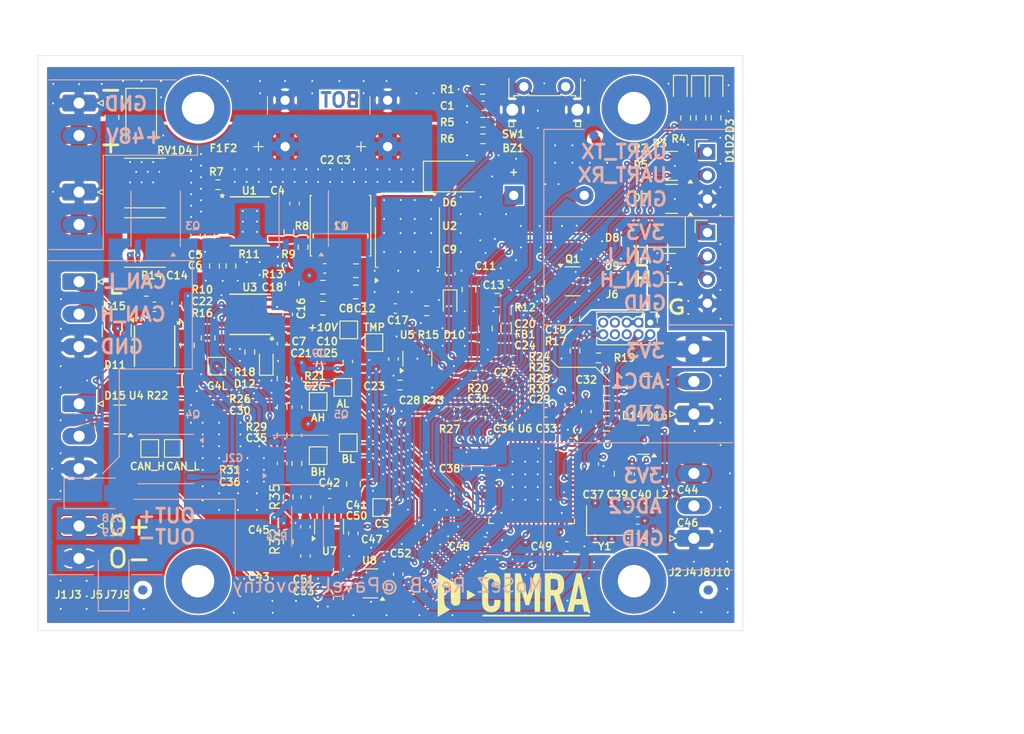
<source format=kicad_pcb>
(kicad_pcb (version 20221018) (generator pcbnew)
  (title_block (title "MoSeZ") (date "2024-02-29") (rev "B") (comment 4 "AISLER Project ID: PWPRPPQM"))
  (layers (0 "F.Cu" signal) (1 "In1.Cu" power) (2 "In2.Cu" power) (31 "B.Cu" signal) (34 "B.Paste" user) (35 "F.Paste" user) (36 "B.SilkS" user "B.Silkscreen") (37 "F.SilkS" user "F.Silkscreen") (38 "B.Mask" user) (39 "F.Mask" user) (44 "Edge.Cuts" user))
  (net 0 "")
  (net 1 "GND")
  (net 2 "+10V")
  (net 3 "B_LI")
  (net 4 "Net-(BZ1-+)")
  (net 5 "B_HI")
  (net 6 "/ATSAME51J18A-A/VDDCORE")
  (net 7 "/Current Output/DRIVER_1_SW")
  (net 8 "/Current Output/DRIVER_2_SW")
  (net 9 "/Current Output/DRIVER_2_L")
  (net 10 "/Current Output/DRIVER_1_L")
  (net 11 "/ATSAME51J18A-A/CAN_STB")
  (net 12 "Net-(CS1-Pad1)")
  (net 13 "Net-(U1-BOOT)")
  (net 14 "/ATSAME51J18A-A/TLČ_Zapnutí")
  (net 15 "/ATSAME51J18A-A/Bzučák")
  (net 16 "/ATSAME51J18A-A/Y_LED_Kmnkce")
  (net 17 "+48V_Fused")
  (net 18 "Net-(U1-SW)")
  (net 19 "Net-(U4-BST)")
  (net 20 "/Current Output/Bridge_Power_OUT_2")
  (net 21 "/ATSAME51J18A-A/~{RESET}")
  (net 22 "/ATSAME51J18A-A/SWDIO")
  (net 23 "/ATSAME51J18A-A/G_LED_Kmnkce")
  (net 24 "/ATSAME51J18A-A/R_LED_Kmnkce")
  (net 25 "/ATSAME51J18A-A/INVS_OUT")
  (net 26 "/ATSAME51J18A-A/CAN_SHTD")
  (net 27 "/ATSAME51J18A-A/OUT_CS")
  (net 28 "/ATSAME51J18A-A/XOUT")
  (net 29 "/ATSAME51J18A-A/XIN")
  (net 30 "/ATSAME51J18A-A/UART_RX")
  (net 31 "/ATSAME51J18A-A/VSW")
  (net 32 "/ATSAME51J18A-A/SWCLK")
  (net 33 "/Current Output/DRIVER_2_H")
  (net 34 "+3.3V")
  (net 35 "Net-(U7-+)")
  (net 36 "Net-(U1-EN)")
  (net 37 "Net-(U1-FB)")
  (net 38 "Net-(U1-RT{slash}SYNC)")
  (net 39 "/ATSAME51J18A-A/TEMP_SENSE_1")
  (net 40 "Net-(U4-DRVH)")
  (net 41 "Net-(U4-DRVL)")
  (net 43 "/ATSAME51J18A-A/Hall_sensor_analog_1")
  (net 44 "/ATSAME51J18A-A/Hall_sensor_analog_2")
  (net 47 "/ATSAME51J18A-A/UART_TX")
  (net 48 "+3.3VA")
  (net 49 "+2V5")
  (net 50 "+48V")
  (net 51 "/Current Output/DRIVER_1_H")
  (net 52 "/CAN-")
  (net 53 "/CAN+")
  (net 54 "A_HI")
  (net 55 "A_LI")
  (net 56 "/ATSAME51J18A-A/CAN_TX")
  (net 57 "/ATSAME51J18A-A/CAN_RX")
  (net 58 "/Current Output/TEMP_ANALOG")
  (net 87 "Net-(U7--)")
  (net 88 "Net-(D7-A1)")
  (net 93 "Net-(D10-A)")
  (net 94 "Net-(D12-A)")
  (net 95 "/Interface/Hall_out_1")
  (net 96 "Net-(U3-DRVL)")
  (net 97 "Net-(U3-DRVH)")
  (net 98 "Net-(U3-BST)")
  (net 99 "Net-(D3-A)")
  (net 100 "Net-(D2-A)")
  (net 101 "/Interface/Hall_out_2")
  (net 102 "Net-(U5-OUT)")
  (net 105 "Net-(D1-A)")
  (net 106 "Net-(C1-Pad1)")
  (footprint "Diode_SMD:D_0603_1608Metric" (layer "F.Cu") (at 95.1738 24.6126 -90)
    (fp_text reference "D1")
    (fp_text value "Green")
  )
  (footprint "Diode_SMD:D_0603_1608Metric" (layer "F.Cu") (at 97.1296 24.6375 -90)
    (fp_text reference "D2")
    (fp_text value "Red")
  )
  (footprint "Diode_SMD:D_0603_1608Metric" (layer "F.Cu") (at 99.0346 24.6375 -90)
    (fp_text reference "D3")
    (fp_text value "Yellow")
  )
  (footprint "Resistor_SMD:R_0603_1608Metric" (layer "F.Cu") (at 80.01 45.5168 90)
    (fp_text reference "R12")
    (fp_text value "10k")
  )
  (footprint "Capacitor_SMD:C_0603_1608Metric" (layer "F.Cu") (at 90.730165 66.1416 90)
    (fp_text reference "C40")
    (fp_text value "100nF/25V")
  )
  (footprint "Capacitor_SMD:C_0603_1608Metric" (layer "F.Cu") (at 80.6958 59.4614)
    (fp_text reference "C33")
    (fp_text value "100nF/25V")
  )
  (footprint "Capacitor_SMD:C_0603_1608Metric" (layer "F.Cu") (at 64.77 76.9112 90)
    (fp_text reference "C52")
    (fp_text value "100nF/25V")
  )
  (footprint "Inductor_SMD:L_0805_2012Metric" (layer "F.Cu") (at 76.4032 50.419 90)
    (fp_text reference "FB1")
    (fp_text value "330R@100MHz")
  )
  (footprint "Package_TO_SOT_SMD:SOT-23-8" (layer "F.Cu") (at 61.765 77.902 180)
    (fp_text reference "U8")
    (fp_text value "TCAN334G")
  )
  (footprint "Package_DFN_QFN:QFN-64-1EP_9x9mm_P0.5mm_EP4.7x4.7mm" (layer "F.Cu") (at 79.147765 66.8274 -90)
    (fp_text reference "U6")
    (fp_text value "ATSAME51J18A-A")
  )
  (footprint "Resistor_SMD:R_0603_1608Metric" (layer "F.Cu") (at 73.851 24.638)
    (fp_text reference "R1")
    (fp_text value "2k4")
  )
  (footprint "Inductor_SMD:L_Wuerth_MAPI-2010" (layer "F.Cu") (at 92.863765 66.1924 -90)
    (fp_text reference "L2")
    (fp_text value "10uH")
  )
  (footprint "Capacitor_SMD:C_0603_1608Metric" (layer "F.Cu") (at 90.5764 70.2056)
    (fp_text reference "C44")
    (fp_text value "18pF/10V")
  )
  (footprint "Crystal:Crystal_SMD_EuroQuartz_MT-4Pin_3.2x2.5mm" (layer "F.Cu") (at 87.021765 71.118333)
    (fp_text reference "Y1")
    (fp_text value "Crystal EA2532 20MEG")
  )
  (footprint "Package_TO_SOT_SMD:SOT-23-3" (layer "F.Cu") (at 83.566 45.339)
    (fp_text reference "Q1")
    (fp_text value "PJA3434_R1_00001")
  )
  (footprint "Capacitor_SMD:C_0603_1608Metric" (layer "F.Cu") (at 90.5764 72.0344)
    (fp_text reference "C46")
    (fp_text value "18pF/10V")
  )
  (footprint "Buzzer_Beeper:Buzzer_12x9.5RM7.6" (layer "F.Cu") (at 77.226 36.068)
    (fp_text reference "BZ1")
    (fp_text value "CMI1295IC0385(1285)")
  )
  (footprint "Capacitor_SMD:C_0603_1608Metric" (layer "F.Cu") (at 58.293 76.4032 90)
    (fp_text reference "C51")
    (fp_text value "1nF")
  )
  (footprint "Capacitor_SMD:C_0603_1608Metric" (layer "F.Cu") (at 58.293 79.502 -90)
    (fp_text reference "C53")
    (fp_text value "1nF")
  )
  (footprint "Capacitor_SMD:C_0805_2012Metric" (layer "F.Cu") (at 75.438 47.371)
    (fp_text reference "C13")
    (fp_text value "22uF/25V")
  )
  (footprint "Capacitor_SMD:C_0603_1608Metric" (layer "F.Cu") (at 73.914 26.416 180)
    (fp_text reference "C1")
    (fp_text value "100nF/25V")
  )
  (footprint "Connector_Phoenix_MC:PhoenixContact_MC_1,5_2-G-3.5_1x02_P3.50mm_Horizontal" (layer "F.Cu") (at 30.3645 26.118 -90)
    (fp_text reference "J1")
    (fp_text value "3.5mm/2p" hide)
  )
  (footprint "Connector_Phoenix_MC:PhoenixContact_MC_1,5_2-G-3.5_1x02_P3.50mm_Horizontal" (layer "F.Cu") (at 30.3645 35.7192 -90)
    (fp_text reference "J3")
    (fp_text value "3.5mm/2p" hide)
  )
  (footprint "Connector_Phoenix_MC:PhoenixContact_MC_1,5_3-G-3.5_1x03_P3.50mm_Horizontal" (layer "F.Cu") (at 30.3645 45.3738 -90)
    (fp_text reference "J5")
    (fp_text value "3.5mm/3p" hide)
  )
  (footprint "Connector_Phoenix_MC:PhoenixContact_MC_1,5_3-G-3.5_1x03_P3.50mm_Horizontal" (layer "F.Cu") (at 30.3645 58.531 -90)
    (fp_text reference "J7")
    (fp_text value "3.5mm/3p" hide)
  )
  (footprint "Connector_PinHeader_1.27mm:PinHeader_2x05_P1.27mm_Vertical" (layer "F.Cu") (at 91.948 49.784 -90)
    (fp_text reference "J6")
    (fp_text value "PRG_Kon")
  )
  (footprint "Connector_PinHeader_2.54mm:PinHeader_1x04_P2.54mm_Vertical" (layer "F.Cu") (at 98.1003 40.081)
    (fp_text reference "J4")
    (fp_text value "2.54/4p")
  )
  (footprint "Connector_PinHeader_2.54mm:PinHeader_1x03_P2.54mm_Vertical" (layer "F.Cu") (at 98.1003 31.384)
    (fp_text reference "J2")
    (fp_text value "2.54mm/3p")
  )
  (footprint "Capacitor_SMD:C_0603_1608Metric" (layer "F.Cu") (at 59.329194 53.974999 90)
    (fp_text reference "C25")
    (fp_text value "100nF/25V")
  )
  (footprint "Footprints:QFN-4x4_MP1917A_MNP" (layer "F.Cu") (at 38.5064 52.324 -90)
    (fp_text reference "U4")
    (fp_text value " MP1917AGR-P ")
  )
  (footprint "Capacitor_SMD:C_0603_1608Metric" (layer "F.Cu") (at 52.2478 52.0576 -90)
    (fp_text reference "C21")
    (fp_text value "100nF/25V")
  )
  (footprint "Footprints:QFN-4x4_MP1917A_MNP" (layer "F.Cu") (at 48.7915 48.895 180)
    (fp_text reference "U3")
    (fp_text value " MP1917AGR-P ")
  )
  (footprint "Capacitor_SMD:C_0603_1608Metric" (layer "F.Cu") (at 40.9194 47.695401 90)
    (fp_text reference "C14")
    (fp_text value "100nF/25V")
  )
  (footprint "Capacitor_SMD:C_0603_1608Metric" (layer "F.Cu") (at 38.481 48.076401 180)
    (fp_text reference "C15")
    (fp_text value "22nF/100V ")
  )
  (footprint "MountingHole:MountingHole_3.5mm_Pad" (layer "F.Cu") (at 90.19 26.661)
    (fp_text reference "H2" hide)
    (fp_text value "MountingHole")
  )
  (footprint "MountingHole:MountingHole_3.5mm_Pad" (layer "F.Cu") (at 43.19 26.661)
    (fp_text reference "H1" hide)
    (fp_text value "MountingHole")
  )
  (footprint "MountingHole:MountingHole_3.5mm_Pad" (layer "F.Cu") (at 43.19 77.661)
    (fp_text reference "H3" hide)
    (fp_text value "MountingHole")
  )
  (footprint "MountingHole:MountingHole_3.5mm_Pad" (layer "F.Cu") (at 90.19 77.661)
    (fp_text reference "H4" hide)
    (fp_text value "MountingHole")
  )
  (footprint "Capacitor_SMD:C_0603_1608Metric" (layer "F.Cu") (at 83.82 49.263 90)
    (fp_text reference "C19")
    (fp_text value "100nF/25V")
  )
  (footprint "Diode_SMD:D_SMA" (layer "F.Cu") (at 70.993 34.036)
    (fp_text reference "D6")
    (fp_text value "BYG10D ")
  )
  (footprint "Connector_Phoenix_MC:PhoenixContact_MC_1,5_2-G-3.5_1x02_P3.50mm_Horizontal" (layer "F.Cu") (at 30.3645 71.711 -90)
    (fp_text reference "J9")
    (fp_text value "3.5mm/2p")
  )
  (footprint "TestPoint:TestPoint_Pad_1.5x1.5mm" (layer "F.Cu") (at 56.134 58.293)
    (fp_text reference "AH1" hide)
    (fp_text value "AH")
  )
  (footprint "TestPoint:TestPoint_Pad_1.5x1.5mm" (layer "F.Cu") (at 58.801 56.769)
    (fp_text reference "AL1" hide)
    (fp_text value "AL")
  )
  (footprint "TestPoint:TestPoint_Pad_1.5x1.5mm" (layer "F.Cu") (at 56.134 64.135)
    (fp_text reference "BH1" hide)
    (fp_text value "BH")
  )
  (footprint "TestPoint:TestPoint_Pad_1.5x1.5mm" (layer "F.Cu") (at 59.3852 62.738)
    (fp_text reference "BL1" hide)
    (fp_text value "BL")
  )
  (footprint "TestPoint:TestPoint_Pad_1.5x1.5mm" (layer "F.Cu") (at 45.212 54.483)
    (fp_text reference "D13" hide)
    (fp_text value "G4L")
  )
  (footprint "TestPoint:TestPoint_Pad_1.5x1.5mm" (layer "F.Cu") (at 62.1538 51.943)
    (fp_text reference "TMP1" hide)
    (fp_text value "TMP")
  )
  (footprint "TestPoint:TestPoint_Pad_1.5x1.5mm" (layer "F.Cu") (at 37.9784 63.353 180)
    (fp_text reference "CAN_H1" hide)
    (fp_text value "CAN_H")
  )
  (footprint "TestPoint:TestPoint_Pad_1.5x1.5mm" (layer "F.Cu") (at 40.5184 63.353 180)
    (fp_text reference "CAN_L1" hide)
    (fp_text value "CAN_L")
  )
  (footprint "Capacitor_SMD:C_0805_2012Metric" (layer "F.Cu") (at 88.799765 66.0654 90)
    (fp_text reference "C39")
    (fp_text value "22uF/25V")
  )
  (footprint "Capacitor_SMD:C_0603_1608Metric" (layer "F.Cu") (at 54.7722 74.93 -90)
    (fp_text reference "C43")
    (fp_text value "1nF")
  )
  (footprint "Resistor_SMD:R_0805_2012Metric" (layer "F.Cu") (at 71.12 59.6138 180)
    (fp_text reference "R27")
    (fp_text value "3R3")
  )
  (footprint "Package_TO_SOT_SMD:TO-252-2" (layer "F.Cu") (at 65.7606 40.513 90)
    (fp_text reference "U2")
    (fp_text value "UA78M33CKVURG3")
  )
  (footprint "Capacitor_SMD:C_0603_1608Metric" (layer "F.Cu") (at 52.8555 48.895 90)
    (fp_text reference "C18")
    (fp_text value "22nF/100V ")
  )
  (footprint "Capacitor_SMD:C_0603_1608Metric" (layer "F.Cu") (at 77.216 53.848)
    (fp_text reference "C24")
    (fp_text value "100nF/25V")
  )
  (footprint "Loga:cimra" (layer "F.Cu") (at 79.6036 79.0956)
    (fp_text reference "G1" hide)
    (fp_text value "LOGO" hide)
  )
  (footprint "Capacitor_SMD:C_0805_2012Metric" (layer "F.Cu") (at 56.642 48.2346 180)
    (fp_text reference "C16")
    (fp_text value "2.2uF/25V")
  )
  (footprint "Resistor_SMD:R_0805_2012Metric" (layer "F.Cu") (at 44.2722 51.435 -90)
    (fp_text reference "R16")
    (fp_text value "3R3")
  )
  (footprint "Capacitor_SMD:C_0603_1608Metric" (layer "F.Cu") (at 54.8132 68.58 -90)
    (fp_text reference "C50")
    (fp_text value "1nF")
  )
  (footprint "Resistor_SMD:R_0603_1608Metric" (layer "F.Cu") (at 52.2478 61.9506 90)
    (fp_text reference "R29")
    (fp_text value "10k")
  )
  (footprint "Capacitor_SMD:C_0603_1608Metric" (layer "F.Cu") (at 44.45 40.386 -90)
    (fp_text reference "C6")
    (fp_text value "22nF/100V ")
  )
  (footprint "Capacitor_SMD:C_0603_1608Metric" (layer "F.Cu") (at 73.66 60.1218 -90)
    (fp_text reference "C34")
    (fp_text value "1nF")
  )
  (footprint "Capacitor_THT:CP_Radial_D10.0mm_P5.00mm" (layer "F.Cu") (at 63.627 30.815677 90)
    (fp_text reference "C3")
    (fp_text value "150uF")
  )
  (footprint "Capacitor_SMD:C_0603_1608Metric" (layer "F.Cu") (at 83.2612 58.661 90)
    (fp_text reference "C29")
    (fp_text value "1nF")
  )
  (footprint "Capacitor_SMD:C_0805_2012Metric" (layer "F.Cu") (at 60.198 44.196)
    (fp_text reference "C8")
    (fp_text value "22uF/25V")
  )
  (footprint "Fiducial:Fiducial_1mm_Mask2mm" (layer "F.Cu") (at 98.1964 78.613)
    (fp_text reference "FID3" hide)
    (fp_text value "Fiducial" hide)
  )
  (footprint "Capacitor_SMD:C_0603_1608Metric" (layer "F.Cu") (at 76.5048 59.0042 90)
    (fp_text reference "C31")
    (fp_text value "22nF/100V ")
  )
  (footprint "Resistor_SMD:R_0603_1608Metric" (layer "F.Cu") (at 46.736 43.688 -90)
    (fp_text reference "R11")
    (fp_text value "100k")
  )
  (footprint "Capacitor_SMD:C_0805_2012Metric" (layer "F.Cu") (at 59.944 67.183 90)
    (fp_text reference "C41")
    (fp_text value "2.2uF/25V")
  )
  (footprint "Fiducial:Fiducial_1mm_Mask2mm" (layer "F.Cu") (at 86.106 30.099)
    (fp_text reference "FID1" hide)
    (fp_text value "Fiducial" hide)
  )
  (footprint "Capacitor_SMD:C_0603_1608Metric" (layer "F.Cu") (at 74.168 73.406 180)
    (fp_text reference "C48")
    (fp_text value "100nF/25V")
  )
  (footprint "Resistor_SMD:R_0603_1608Metric" (layer "F.Cu") (at 87.338765 58.7502 180)
    (fp_text reference "R25")
    (fp_text value "2k4")
  )
  (footprint "Capacitor_SMD:C_0603_1608Metric" (layer "F.Cu") (at 59.931 72.517 -90)
    (fp_text reference "C47")
    (fp_text value "22nF/100V ")
  )
  (footprint "Resistor_SMD:R_0603_1608Metric" (layer "F.Cu") (at 67.818 48.514)
    (fp_text reference "R15")
    (fp_text value "2k4")
  )
  (footprint "Package_TO_SOT_SMD:SOT-23-6" (layer "F.Cu") (at 66.8274 53.6702 90)
    (fp_text reference "U5")
    (fp_text value "MCP1501T-25E/CHY")
  )
  (footprint "TestPoint:TestPoint_Pad_1.5x1.5mm" (layer "F.Cu") (at 62.992 69.723)
    (fp_text reference "CS1" hide)
    (fp_text value "CS")
  )
  (footprint "Resistor_SMD:R_0603_1608Metric" (layer "F.Cu") (at 53.848 64.9732 -90)
    (fp_text reference "R31")
    (fp_text value "10k")
  )
  (footprint "LMR38010:LMR38010FDDAR_TEX-L" (layer "F.Cu") (at 48.781 38.862)
    (fp_text reference "U1")
    (fp_text value "LMR38010FDDAR")
  )
  (footprint "Capacitor_SMD:C_0603_1608Metric" (layer "F.Cu") (at 53.848 61.9376 90)
    (fp_text reference "C35")
    (fp_text value "18pF/10V")
  )
  (footprint "Resistor_SMD:R_0603_1608Metric" (layer "F.Cu") (at 87.338765 60.3758 180)
    (fp_text reference "R28")
    (fp_text value "2k4")
  )
  (footprint "Resistor_SMD:R_0805_2012Metric" (layer "F.Cu") (at 53.34 45.5695 -90)
    (fp_text reference "R13")
    (fp_text value "3R3")
  )
  (footprint "Resistor_SMD:R_0603_1608Metric" (layer "F.Cu") (at 73.914 29.972)
    (fp_text reference "R6")
    (fp_text value "100k")
  )
  (footprint "Capacitor_SMD:C_0603_1608Metric" (layer "F.Cu") (at 54.7722 71.798191 -90)
    (fp_text reference "C45")
    (fp_text value "1nF")
  )
  (footprint "Fiducial:Fiducial_1mm_Mask2mm" (layer "F.Cu") (at 37.2364 78.613)
    (fp_text reference "FID2" hide)
    (fp_text value "Fiducial" hide)
  )
  (footprint "Capacitor_SMD:C_0603_1608Metric" (layer "F.Cu") (at 63.36 58.1152 180)
    (fp_text reference "C28")
    (fp_text value "22nF/100V ")
  )
  (footprint "Capacitor_SMD:C_0603_1608Metric" (layer "F.Cu") (at 53.594 36.957 90)
    (fp_text reference "C4")
    (fp_text value "100nF/25V")
  )
  (footprint "Capacitor_SMD:C_0805_2012Metric" (layer "F.Cu") (at 56.642 45.974 180)
    (fp_text reference "C10")
    (fp_text value "22uF/25V")
  )
  (footprint "Resistor_SMD:R_0603_1608Metric" (layer "F.Cu") (at 52.9082 68.58 90)
    (fp_text reference "R35")
    (fp_text value "2k4")
  )
  (footprint "Resistor_SMD:R_0603_1608Metric" (layer "F.Cu") (at 73.914 28.194 180)
    (fp_text reference "R5")
    (fp_text value "2k4")
  )
  (footprint "Package_TO_SOT_SMD:SOT-23" (layer "F.Cu") (at 91.4654 57.15 180)
    (fp_text reference "D14")
    (fp_text value "PESD3V3S2UT")
  )
  (footprint "TestPoint:TestPoint_Pad_1.5x1.5mm" (layer "F.Cu") (at 59.436 50.5714)
    (fp_text reference "1" hide)
    (fp_text value "+10V")
  )
  (footprint "Resistor_SMD:R_0603_1608Metric" (layer "F.Cu") (at 64.9478 56.515 180)
    (fp_text reference "R23")
    (fp_text value "2k4")
  )
  (footprint "Package_TO_SOT_SMD:SOT-23" (layer "F.Cu") (at 34.417 50.6675 -90)
    (fp_text reference "D11")
    (fp_text value "PESD3V3S2UT")
  )
  (footprint "Resistor_SMD:R_0603_1608Metric" (layer "F.Cu") (at 45.339 34.925 180)
    (fp_text reference "R7")
    (fp_text value "100k")
  )
  (footprint "Connector_Phoenix_MC:PhoenixContact_MC_1,5_3-G-3.5_1x03_P3.50mm_Horizontal" (layer "F.Cu") (at 96.647 59.6336 90)
    (fp_text reference "J8")
    (fp_text value "3.5mm/3p")
  )
  (footprint "Capacitor_SMD:C_0603_1608Metric" (layer "F.Cu") (at 64.45 48.26)
    (fp_text reference "C17")
    (fp_text value "100nF/25V")
  )
  (footprint "Resistor_SMD:R_0603_1608Metric" (layer "F.Cu") (at 95.758 27.7374 90)
    (fp_text reference "R4")
    (fp_text value "2k4")
  )
  (footprint "Resistor_SMD:R_0603_1608Metric" (layer "F.Cu") (at 44.958 43.688 -90)
    (fp_text reference "R10")
    (fp_text value "100k")
  )
  (footprint "Resistor_SMD:R_0603_1608Metric" (layer "F.Cu") (at 48.768 52.959 -90)
    (fp_text reference "R18")
    (fp_text value "10k")
  )
  (footprint "Fuse:Fuse_2920_7451Metric" (layer "F.Cu") (at 37.465 41.148)
    (fp_text reference "F2")
    (fp_text value "2920L150/60MR")
  )
  (footprint "Resistor_SMD:R_0603_1608Metric" (layer "F.Cu") (at 52.9844 40.005 90)
    (fp_text reference "R8")
    (fp_text value "10k")
  )
  (footprint "Capacitor_SMD:C_0603_1608Metric" (layer "F.Cu") (at 70.358 44.5008 90)
    (fp_text reference "C9")
    (fp_text value "100nF/25V")
  )
  (footprint "Capacitor_SMD:C_0603_1608Metric" (layer "F.Cu") (at 42.926 40.386 -90)
    (fp_text reference "C5")
    (fp_text value "22nF/100V ")
  )
  (footprint "Resistor_SMD:R_0603_1608Metric" (layer "F.Cu") (at 87.338765 57.1246)
    (fp_text reference "R24")
    (fp_text value "10k")
  )
  (footprint "Package_TO_SOT_SMD:SOT-23" (layer "F.Cu") (at 91.186 62.418 180)
    (fp_text reference "D16")
    (fp_text value "PESD3V3S2UT")
  )
  (footprint "Capacitor_SMD:C_0603_1608Metric" (layer "F.Cu") (at 72.136 65.532 -90)
    (fp_text reference "C38")
    (fp_text value "100nF/25V")
  )
  (footprint "Capacitor_SMD:C_0603_1608Metric" (layer "F.Cu") (at 82.957765 73.914 180)
    (fp_text reference "C49")
    (fp_text value "100nF/25V")
  )
  (footprint "Resistor_SMD:R_0603_1608Metric" (layer "F.Cu") (at 73.025 55.499)
    (fp_text reference "R20")
    (fp_text value "10k")
  )
  (footprint "Package_TO_SOT_SMD:SOT-23" (layer "F.Cu") (at 94.234 36.449 180)
    (fp_text reference "D7")
    (fp_text value "PESD3V3S2UT")
  )
  (footprint "Inductor_SMD:L_Cenker_CKCS6045" (layer "F.Cu") (at 58.547 39.3446 -90)
    (fp_text reference "L1")
    (fp_text value "47uH")
  )
  (footprint "Capacitor_SMD:C_0805_2012Metric" (layer "F.Cu") (at 42.037 52.2478 -90)
    (fp_text reference "C22")
    (fp_text value "2.2uF/25V")
  )
  (footprint "Capacitor_SMD:C_0603_1608Metric" (layer "F.Cu") (at 57.363263 68.220115 180)
    (fp_text reference "C42")
    (fp_text value "100nF/25V")
  )
  (footprint "Resistor_SMD:R_0603_1608Metric" (layer "F.Cu") (at 97.409 27.712 90)
    (fp_text reference "R2")
    (fp_text value "2k4")
  )
  (footprint "Capacitor_SMD:C_0805_2012Metric" (layer "F.Cu") (at 74.168 50.419 -90)
    (fp_text reference "C20")
    (fp_text value "22uF/25V")
  )
  (footprint "Resistor_SMD:R_0603_1608Metric" (layer "F.Cu") (at 52.9082 73.406 90)
    (fp_text reference "R32")
    (fp_text value "2k4")
  )
  (footprint "Resistor_SMD:R_0603_1608Metric" (layer "F.Cu") (at 83.82 52.832 90)
    (fp_text reference "R17")
    (fp_text value "10k")
  )
  (footprint "Diode_SMD:D_0603_1608Metric" (layer "F.Cu") (at 70.358 47.752 -90)
    (fp_text reference "D10")
    (fp_text value "Blue")
  )
  (footprint "Resistor_SMD:R_0603_1608Metric" (layer "F.Cu") (at 87.338765 61.9948)
    (fp_text reference "R30")
    (fp_text value "10k")
  )
  (footprint "Diode_SMD:D_SMA" (layer "F.Cu") (at 92.202 40.005 180)
    (fp_text reference "D8")
    (fp_text value "BYG10D ")
  )
  (footprint "Diode_SMD:D_0603_1608Metric" (layer "F.Cu") (at 50.546 53.975 90)
    (fp_text reference "D12")
    (fp_text value "Blue")
  )
  (footprint "Capacitor_SMD:C_0603_1608Metric" (layer "F.Cu") (at 52.2478 64.9732 -90)
    (fp_text reference "C36")
    (fp_text value "18pF/10V")
  )
  (footprint "Capacitor_SMD:C_0603_1608Metric" (layer "F.Cu") (at 64.262 53.721 -90)
    (fp_text reference "C23")
    (fp_text value "100nF/25V")
  )
  (footprint "Button_Switch_THT:SW_Tactile_SPST_Angled_PTS645Vx39-2LFS" (layer "F.Cu") (at 78.314 24.3505)
    (fp_text reference "SW1")
    (fp_text value "1825027-2")
  )
  (footprint "Package_TO_SOT_SMD:TSOT-23-8" (layer "F.Cu") (at 57.3122 71.763091 90)
    (fp_text reference "U7")
    (fp_text value "INA241B1IDDFR")
  )
  (footprint "Capacitor_SMD:C_0603_1608Metric" (layer "F.Cu") (at 85.0392 59.3852 90)
    (fp_text reference "C32")
    (fp_text value "1nF")
  )
  (footprint "Resistor_SMD:R_0603_1608Metric" (layer "F.Cu") (at 52.2478 55.8292 90)
    (fp_text reference "R21")
    (fp_text value "10k")
  )
  (footprint "Resistor_SMD:R_0603_1608Metric" (layer "F.Cu") (at 86.36 53.594)
    (fp_text reference "R19")
    (fp_text value "10k")
  )
  (footprint "Package_TO_SOT_SMD:SOT-23" (layer "F.Cu") (at 94.0363 43.891 180)
    (fp_text reference "D9")
    (fp_text value "PESD3V3S2UT")
  )
  (footprint "Capacitor_SMD:C_0805_2012Metric" (layer "F.Cu") (at 60.198 46.482)
    (fp_text reference "C12")
    (fp_text value "22uF/25V")
  )
  (footprint "Capacitor_SMD:C_0603_1608Metric" (layer "F.Cu") (at 76.2 56.4134 180)
    (fp_text reference "C27")
    (fp_text value "100nF/25V")
  )
  (footprint "Resistor_SMD:R_0603_1608Metric" (layer "F.Cu") (at 99.0346 27.712 90)
    (fp_text reference "R3")
    (fp_text value "2k4")
  )
  (footprint "Capacitor_SMD:C_0603_1608Metric" (layer "F.Cu") (at 53.848 55.8292 90)
    (fp_text reference "C26")
    (fp_text value "18pF/10V")
  )
  (footprint "Connector_Phoenix_MC:PhoenixContact_MC_1,5_3-G-3.5_1x03_P3.50mm_Horizontal" (layer "F.Cu") (at 96.647 73.041 90)
    (fp_text reference "J10")
    (fp_text value "3.5mm/3p")
  )
  (footprint "Loga:zcu" (layer "F.Cu") (at 71.0692 79.1464)
    (fp_text reference "G2" hide)
    (fp_text value "LOGO" hide)
  )
  (footprint "Fuse:Fuse_2920_7451Metric" (layer "F.Cu") (at 37.465 34.7472)
    (fp_text reference "F1")
    (fp_text value "2920L150/60MR")
  )
  (footprint "Resistor_SMD:R_0603_1608Metric" (layer "F.Cu") (at 52.2478 58.9026 -90)
    (fp_text reference "R26")
    (fp_text value "10k")
  )
  (footprint "Package_TO_SOT_SMD:SOT-23" (layer "F.Cu") (at 94.234 32.893 180)
    (fp_text reference "D5")
    (fp_text value "PESD3V3S2UT")
  )
  (footprint "Capacitor_SMD:C_0805_2012Metric" (layer "F.Cu") (at 72.39 46.228 -90)
    (fp_text reference "C11")
    (fp_text value "22uF/25V")
  )
  (footprint "Capacitor_SMD:C_0603_1608Metric" (layer "F.Cu") (at 85.852 65.024 90)
    (fp_text reference "C37")
    (fp_text value "100nF/25V")
  )
  (footprint "Capacitor_SMD:C_0603_1608Metric" (layer "F.Cu") (at 56.8452 43.942 180)
    (fp_text reference "C7")
    (fp_text value "100nF/25V")
  )
  (footprint "Resistor_SMD:R_0805_2012Metric" (layer "F.Cu") (at 33.909 27.6606 90)
    (fp_text reference "RV1")
    (fp_text value "Varistor")
  )
  (footprint "Resistor_SMD:R_0805_2012Metric" (layer "F.Cu") (at 41.148 56.007 180)
    (fp_text reference "R22")
    (fp_text value "3R3")
  )
  (footprint "Resistor_SMD:R_0603_1608Metric" (layer "F.Cu") (at 54.5084 41.656 90)
    (fp_text reference "R9")
    (fp_text value "100k")
  )
  (footprint "Resistor_SMD:R_0805_2012Metric" (layer "F.Cu") (at 37.592 46.2026)
    (fp_text reference "R14")
    (fp_text value "3R3")
  )
  (footprint "Capacitor_SMD:C_0603_1608Metric" (layer "F.Cu") (at 53.848 58.9026 -90)
    (fp_text reference "C30")
    (fp_text value "18pF/10V")
  )
  (footprint "Package_TO_SOT_SMD:SOT-23" (layer "F.Cu") (at 34.7495 60.2386 180)
    (fp_text reference "D15")
    (fp_text value "PESD3V3S2UT")
  )
  (footprint "Capacitor_THT:CP_Radial_D10.0mm_P5.00mm" (layer "F.Cu") (at 52.578 30.815677 90)
    (fp_text reference "C2")
    (fp_text value "150uF")
  )
  (footprint "Diode_SMD:D_SMA" (layer "F.Cu") (at 37.0586 28.0416 -90)
    (fp_text reference "D4")
    (fp_text value "SMAJ48CA")
  )
  (footprint "Package_TO_SOT_SMD:SOT-353_SC-70-5" (layer "B.Cu") (at 56.261 55.372)
    (fp_text reference "U9")
    (fp_text value "MCP9700T-ELT")
  )
  (footprint "TestPoint:TestPoint_Pad_1.5x1.5mm" (layer "B.Cu") (at 46.609 66.239433 180)
    (fp_text reference "D17" hide)
    (fp_text value "G2L")
  )
  (footprint "Package_SON:Infineon_PG-TDSON-8_6.15x5.15mm" (layer "B.Cu") (at 54.229 64.5668)
    (fp_text reference "Q5")
    (fp_text value "ISC080N10NM6ATMA1")
  )
  (footprint "Resistor_SMD:R_2512_6332Metric" (layer "B.Cu") (at 54.991 71.755 -90)
    (fp_text reference "R34")
    (fp_text value "12m")
  )
  (footprint "Package_SON:Infineon_PG-TDSON-8_6.15x5.15mm" (layer "B.Cu") (at 38.601164 38.608 90)
    (fp_text reference "Q3")
    (fp_text value "ISC080N10NM6ATMA1")
  )
  (footprint "Package_SON:Infineon_PG-TDSON-8_6.15x5.15mm" (layer "B.Cu") (at 54.5592 38.5845 90)
    (fp_text reference "Q2")
    (fp_text value "ISC080N10NM6ATMA1")
  )
  (footprint "Fiducial:Fiducial_1mm_Mask2mm" (layer "B.Cu") (at 37.2364 78.613 180)
    (fp_text reference "FID6" hide)
    (fp_text value "Fiducial" hide)
  )
  (footprint "Package_SON:Infineon_PG-TDSON-8_6.15x5.15mm" (layer "B.Cu") (at 39.725 64.516 180)
    (fp_text reference "Q4")
    (fp_text value "ISC080N10NM6ATMA1")
  )
  (footprint "Fiducial:Fiducial_1mm_Mask2mm" (layer "B.Cu") (at 85.852 29.591 180)
    (fp_text reference "FID4" hide)
    (fp_text value "Fiducial" hide)
  )
  (footprint "Fiducial:Fiducial_1mm_Mask2mm" (layer "B.Cu") (at 98.1964 78.613 180)
    (fp_text reference "FID5" hide)
    (fp_text value "Fiducial" hide)
  )
  (footprint "Diode_SMD:D_SMA" (layer "B.Cu") (at 32.258 68.199)
    (fp_text reference "D18")
    (fp_text value "SMAJ48CA")
  )
  (footprint "Diode_SMD:D_SMA" (layer "B.Cu") (at 34.0868 77.3618 90)
    (fp_text reference "D19")
    (fp_text value "SMAJ48CA")
  )
  (gr_line (start 80.4672 38.354) (end 80.4672 50.038) (stroke (width 0.12)) (layer "B.SilkS"))
  (gr_line (start 34.6964 54.793) (end 42.5704 54.793) (stroke (width 0.12)) (layer "B.SilkS"))
  (gr_line (start 80.4672 28.956) (end 84.7852 28.956) (stroke (width 0.12)) (layer "B.SilkS"))
  (gr_line (start 93.8022 50.038) (end 100.7872 50.038) (stroke (width 0.12)) (layer "B.SilkS"))
  (gr_line (start 47.1932 68.834) (end 36.2712 68.834) (stroke (width 0.12)) (layer "B.SilkS"))
  (gr_line (start 93.9292 76.454) (end 100.7872 76.454) (stroke (width 0.12)) (layer "B.SilkS"))
  (gr_line (start 47.1932 76.962) (end 47.1932 68.834) (stroke (width 0.12)) (layer "B.SilkS"))
  (gr_line (start 32.9692 31.75) (end 43.1292 31.75) (stroke (width 0.12)) (layer "B.SilkS"))
  (gr_line (start 80.4672 38.354) (end 80.4672 28.956) (stroke (width 0.12)) (layer "B.SilkS"))
  (gr_line (start 27.1272 41.91) (end 32.9692 41.91) (stroke (width 0.12)) (layer "B.SilkS"))
  (gr_line (start 43.1292 31.75) (end 43.1292 30.734) (stroke (width 0.12)) (layer "B.SilkS"))
  (gr_line (start 100.7872 38.354) (end 80.4672 38.354) (stroke (width 0.12)) (layer "B.SilkS"))
  (gr_line (start 80.4672 50.038) (end 80.4672 62.738) (stroke (width 0.12)) (layer "B.SilkS"))
  (gr_line (start 42.5704 54.793) (end 42.5704 43.109) (stroke (width 0.12)) (layer "B.SilkS"))
  (gr_line (start 80.4672 50.038) (end 85.5472 50.038) (stroke (width 0.12)) (layer "B.SilkS"))
  (gr_line (start 42.5704 43.109) (end 27.1272 43.109) (stroke (width 0.12)) (layer "B.SilkS"))
  (gr_line (start 34.6964 64.262) (end 34.6964 54.793) (stroke (width 0.12)) (layer "B.SilkS"))
  (gr_line (start 31.9532 76.962) (end 27.1272 76.962) (stroke (width 0.12)) (layer "B.SilkS"))
  (gr_line (start 80.4672 62.738) (end 100.7872 62.738) (stroke (width 0.12)) (layer "B.SilkS"))
  (gr_line (start 34.6964 64.262) (end 32.9184 66.04) (stroke (width 0.12)) (layer "B.SilkS"))
  (gr_line (start 28.3972 68.834) (end 27.1272 68.834) (stroke (width 0.12)) (layer "B.SilkS"))
  (gr_line (start 36.0172 76.962) (end 39.3192 76.962) (stroke (width 0.12)) (layer "B.SilkS"))
  (gr_line (start 93.4212 28.956) (end 100.7872 28.956) (stroke (width 0.12)) (layer "B.SilkS"))
  (gr_line (start 80.4672 62.738) (end 80.4672 76.454) (stroke (width 0.12)) (layer "B.SilkS"))
  (gr_line (start 32.9692 41.91) (end 32.9692 31.75) (stroke (width 0.12)) (layer "B.SilkS"))
  (gr_line (start 80.4672 76.454) (end 86.5632 76.454) (stroke (width 0.12)) (layer "B.SilkS"))
  (gr_line (start 27.1272 23.622) (end 40.8432 23.622) (stroke (width 0.12)) (layer "B.SilkS"))
  (gr_line (start 86.0552 54.61) (end 87.5792 56.134) (stroke (width 0.12)) (layer "F.SilkS"))
  (gr_line (start 81.28 53.848) (end 82.042 54.61) (stroke (width 0.12)) (layer "F.SilkS"))
  (gr_line (start 82.042 54.61) (end 86.0552 54.61) (stroke (width 0.12)) (layer "F.SilkS"))
  (gr_line (start 25.9272 83.008) (end 25.9272 21.008) (stroke (width 0.05)) (layer "Edge.Cuts"))
  (gr_line (start 25.9272 21.008) (end 101.9272 21.008) (stroke (width 0.05)) (layer "Edge.Cuts"))
  (gr_line (start 101.9272 21.008) (end 101.9272 83.008) (stroke (width 0.05)) (layer "Edge.Cuts"))
  (gr_line (start 101.9272 83.008) (end 25.9272 83.008) (stroke (width 0.05)) (layer "Edge.Cuts"))
  (gr_text "TOP" (at 58.5216 25.8064) (layer "F.Cu") (effects (font (size 1.5 1.5) (thickness 0.3))))
  (gr_text "BOT" (at 58.5216 25.8064) (layer "B.Cu") (effects (font (size 1.5 1.5) (thickness 0.3)) (justify mirror)))
  (gr_text "3V3" (at 93.6752 40.0558) (layer "B.SilkS") (effects (font (size 1.5 1.5) (thickness 0.3)) (justify left mirror)))
  (gr_text "UART_RX" (at 93.9292 33.8836) (layer "B.SilkS") (effects (font (size 1.5 1.5) (thickness 0.3)) (justify left mirror)))
  (gr_text "UART_TX" (at 93.9292 31.369) (layer "B.SilkS") (effects (font (size 1.5 1.5) (thickness 0.3)) (justify left mirror)))
  (gr_text "GND" (at 93.9292 36.4744) (layer "B.SilkS") (effects (font (size 1.5 1.5) (thickness 0.3)) (justify left mirror)))
  (gr_text "MoSeZ Rev.B @Pavel Novotný" (at 63.6524 78.1304) (layer "B.SilkS") (effects (font (size 1.5 1.5) (thickness 0.2)) (justify mirror)))
  (gr_text "GND" (at 93.853 59.6138) (layer "B.SilkS") (effects (font (size 1.5 1.5) (thickness 0.3)) (justify left mirror)))
  (gr_text "OUT+" (at 36.5252 70.612) (layer "B.SilkS") (effects (font (size 1.5 1.5) (thickness 0.3)) (justify right mirror)))
  (gr_text "CAN_H\n" (at 93.7514 45.1612) (layer "B.SilkS") (effects (font (size 1.5 1.5) (thickness 0.3)) (justify left mirror)))
  (gr_text "GND" (at 32.4866 52.38) (layer "B.SilkS") (effects (font (size 1.5 1.5) (thickness 0.3)) (justify right mirror)))
  (gr_text "ADC1" (at 93.599 56.1086) (layer "B.SilkS") (effects (font (size 1.5 1.5) (thickness 0.3)) (justify left mirror)))
  (gr_text "CAN_L" (at 93.7514 42.5958) (layer "B.SilkS") (effects (font (size 1.5 1.5) (thickness 0.3)) (justify left mirror)))
  (gr_text "3V3" (at 93.4212 66.294) (layer "B.SilkS") (effects (font (size 1.5 1.5) (thickness 0.3)) (justify left mirror)))
  (gr_text "GND" (at 32.9272 26.208) (layer "B.SilkS") (effects (font (size 1.5 1.5) (thickness 0.3)) (justify right mirror)))
  (gr_text "GND" (at 93.853 47.7012) (layer "B.SilkS") (effects (font (size 1.5 1.5) (thickness 0.3)) (justify left mirror)))
  (gr_text "CAN_L" (at 32.893 45.339) (layer "B.SilkS") (effects (font (size 1.5 1.5) (thickness 0.3)) (justify right mirror)))
  (gr_text "3V3" (at 93.6752 52.832) (layer "B.SilkS") (effects (font (size 1.5 1.5) (thickness 0.3)) (justify left mirror)))
  (gr_text "GND" (at 93.599 73.0758) (layer "B.SilkS") (effects (font (size 1.5 1.5) (thickness 0.3)) (justify left mirror)))
  (gr_text "CAN_H" (at 32.4104 48.895) (layer "B.SilkS") (effects (font (size 1.5 1.5) (thickness 0.3)) (justify right mirror)))
  (gr_text "+48V\n" (at 33.1272 29.708) (layer "B.SilkS") (effects (font (size 1.5 1.5) (thickness 0.3)) (justify right mirror)))
  (gr_text "OUT-" (at 36.5252 72.898) (layer "B.SilkS") (effects (font (size 1.5 1.5) (thickness 0.3)) (justify right mirror)))
  (gr_text "ADC2" (at 93.345 69.5706) (layer "B.SilkS") (effects (font (size 1.5 1.5) (thickness 0.3)) (justify left mirror)))
  (gr_text "L" (at 34.29 45.72) (layer "F.SilkS") (effects (font (size 2 2) (thickness 0.3))))
  (gr_text "O+" (at 35.7872 71.708) (layer "F.SilkS") (effects (font (size 2 2) (thickness 0.3))))
  (gr_text "O-" (at 35.7886 75.2094) (layer "F.SilkS") (effects (font (size 2 2) (thickness 0.3))))
  (gr_text "L" (at 90.8812 42.926) (layer "F.SilkS") (effects (font (size 1.5 2) (thickness 0.3))))
  (gr_text "H" (at 91.1352 45.085) (layer "F.SilkS") (effects (font (size 1.5 2) (thickness 0.3))))
  (gr_text "G" (at 94.7674 48.133) (layer "F.SilkS") (effects (font (size 1.5 2) (thickness 0.3))))
  (gr_text "+" (at 33.782 30.48) (layer "F.SilkS") (effects (font (size 2 2) (thickness 0.3))))
  (gr_text "-" (at 33.782 24.892 180) (layer "F.SilkS") (effects (font (size 2 2) (thickness 0.3))))
  (segment (start 88.799765 65.1154) (end 89.469 65.1154) (width 0.25) (layer "F.Cu") (net 1))
  (segment (start 33.909 26.0096) (end 33.909 26.7481) (width 0.2) (layer "F.Cu") (net 1))
  (segment (start 34.417 51.805) (end 34.417 50.546) (width 0.2) (layer "F.Cu") (net 1))
  (segment (start 42.0878 46.9138) (end 42.081199 46.920401) (width 0.3) (layer "F.Cu") (net 1))
  (segment (start 72.7586 65.6844) (end 73.787 65.6844) (width 0.4) (layer "F.Cu") (net 1))
  (segment (start 47.6634 37.7444) (end 48.006 37.7444) (width 0.5) (layer "F.Cu") (net 1))
  (segment (start 58.8646 75.603) (end 59.4868 74.9808) (width 0.3) (layer "F.Cu") (net 1))
  (segment (start 70.358 46.9645) (end 69.5453 46.9645) (width 0.3) (layer "F.Cu") (net 1))
  (segment (start 46.6222 44.513) (end 45.847 45.2882) (width 0.3) (layer "F.Cu") (net 1))
  (segment (start 82.169 72.517) (end 82.169 73.900235) (width 0.3) (layer "F.Cu") (net 1))
  (segment (start 64.77 46.482) (end 64.77 47.2948) (width 0.3) (layer "F.Cu") (net 1))
  (segment (start 90.7418 65.3666) (end 91.5162 64.5922) (width 0.25) (layer "F.Cu") (net 1))
  (segment (start 57.2894 80.277) (end 58.293 80.277) (width 0.3) (layer "F.Cu") (net 1))
  (segment (start 62.23 44.196) (end 61.148 44.196) (width 0.3) (layer "F.Cu") (net 1))
  (segment (start 69.0372 44.196) (end 69.5074 43.7258) (width 0.3) (layer "F.Cu") (net 1))
  (segment (start 38.7538 25.94) (end 37.084 25.94) (width 0.2) (layer "F.Cu") (net 1))
  (segment (start 46.05685 36.957) (end 46.876 36.957) (width 0.5) (layer "F.Cu") (net 1))
  (segment (start 44.575102 41.286102) (end 44.575102 41.530898) (width 0.7) (layer "F.Cu") (net 1))
  (segment (start 84.989765 58.5978) (end 84.989765 57.532365) (width 0.3) (layer "F.Cu") (net 1))
  (segment (start 61.148 46.482) (end 62.23 46.482) (width 0.3) (layer "F.Cu") (net 1))
  (segment (start 86.8804 64.249) (end 85.852 64.249) (width 0.3) (layer "F.Cu") (net 1))
  (segment (start 71.9328 47.6352) (end 72.39 47.178) (width 0.3) (layer "F.Cu") (net 1))
  (segment (start 86.8934 64.262) (end 86.8804 64.249) (width 0.3) (layer "F.Cu") (net 1))
  (segment (start 78.9178 44.9072) (end 79.1332 44.6918) (width 0.3) (layer "F.Cu") (net 1))
  (segment (start 35.0266 25.5016) (end 35.465 25.94) (width 0.2) (layer "F.Cu") (net 1))
  (segment (start 35.465 25.94) (end 37.084 25.94) (width 0.2) (layer "F.Cu") (net 1))
  (segment (start 72.993 34.036) (end 74.9046 34.036) (width 0.75) (layer "F.Cu") (net 1))
  (segment (start 74.536 72.263) (end 74.93 72.263) (width 0.2) (layer "F.Cu") (net 1))
  (segment (start 44.45 41.161) (end 44.575102 41.286102) (width 0.7) (layer "F.Cu") (net 1))
  (segment (start 74.488 48.0212) (end 75.0316 48.5648) (width 0.3) (layer "F.Cu") (net 1))
  (segment (start 74.168 49.4284) (end 75.0316 48.5648) (width 0.3) (layer "F.Cu") (net 1))
  (segment (start 84.989765 57.532365) (end 84.9884 57.531) (width 0.3) (layer "F.Cu") (net 1))
  (segment (start 89.1032 57.15) (end 88.189165 57.15) (width 0.3) (layer "F.Cu") (net 1))
  (segment (start 75.497765 70.74876) (end 75.397765 70.84876) (width 0.2) (layer "F.Cu") (net 1))
  (segment (start 45.0718 44.513) (end 45.847 45.2882) (width 0.3) (layer "F.Cu") (net 1))
  (segment (start 69.5453 46.9645) (end 69.1642 47.3456) (width 0.3) (layer "F.Cu") (net 1))
  (segment (start 86.8934 64.262) (end 86.810965 64.179565) (width 0.3) (layer "F.Cu") (net 1))
  (segment (start 87.3506 62.9666) (end 88.163765 62.153435) (width 0.3) (layer "F.Cu") (net 1))
  (segment (start 58.293 75.603) (end 58.8646 75.603) (width 0.3) (layer "F.Cu") (net 1))
  (segment (start 71.9328 48.5648) (end 71.9328 47.6352) (width 0.3) (layer "F.Cu") (net 1))
  (segment (start 74.352 72.447) (end 74.536 72.263) (width 0.2) (layer "F.Cu") (net 1))
  (segment (start 91.2978 62.418) (end 91.313 62.4332) (width 0.3) (layer "F.Cu") (net 1))
  (segment (start 91.339765 70.217235) (end 91.339765 71.118333) (width 0.3) (layer "F.Cu") (net 1))
  (segment (start 75.5596 65.5774) (end 75.6666 65.6844) (width 0.2) (layer "F.Cu") (net 1))
  (segment (start 34.417 50.546) (end 34.544 50.419) (width 0.2) (layer "F.Cu") (net 1))
  (segment (start 89.1032 57.15) (end 90.3279 57.15) (width 0.3) (layer "F.Cu") (net 1))
  (segment (start 91.3514 72.135698) (end 91.3514 71.155968) (width 0.3) (layer "F.Cu") (net 1))
  (segment (start 44.768 44.513) (end 44.0182 45.2628) (width 0.3) (layer "F.Cu") (net 1))
  (segment (start 90.0485 62.418) (end 91.2978 62.418) (width 0.3) (layer "F.Cu") (net 1))
  (segment (start 42.081199 46.920401) (end 40.9194 46.920401) (width 0.3) (layer "F.Cu") (net 1))
  (segment (start 81.407 58.5216) (end 81.407 59.4484) (width 0.3) (layer "F.Cu") (net 1))
  (segment (start 83.211765 57.913365) (end 82.3976 57.0992) (width 0.3) (layer "F.Cu") (net 1))
  (segment (start 33.401 25.5016) (end 33.909 26.0096) (width 0.2) (layer "F.Cu") (net 1))
  (segment (start 57.1754 80.391) (end 57.2894 80.277) (width 0.3) (layer "F.Cu") (net 1))
  (segment (start 82.296 72.39) (end 82.397765 72.288235) (width 0.2) (layer "F.Cu") (net 1))
  (segment (start 72.2122 26.416) (end 72.1868 26.4414) (width 0.3) (layer "F.Cu") (net 1))
  (segment (start 75.397765 71.2399) (end 75.397765 70.877044) (width 0.2) (layer "F.Cu") (net 1))
  (segment (start 69.5074 43.7258) (end 70.358 43.7258) (width 0.3) (layer "F.Cu") (net 1))
  (segment (start 91.3514 71.155968) (end 91.339765 71.144333) (width 0.3) (layer "F.Cu") (net 1))
  (segment (start 72.136 66.307) (end 72.7586 65.6844) (width 0.4) (layer "F.Cu") (net 1))
  (segment (start 74.352 72.447) (end 73.393 73.406) (width 0.3) (layer "F.Cu") (net 1))
  (segment (start 64.77 47.2948) (end 65.4 47.9248) (width 0.3) (layer "F.Cu") (net 1))
  (segment (start 73.894 65.5774) (end 73.787 65.6844) (width 0.2) (layer "F.Cu") (net 1))
  (segment (start 73.089 28.194) (end 72.1868 28.194) (width 0.3) (layer "F.Cu") (net 1))
  (segment (start 37.084 25.94) (end 37.084 23.749) (width 0.2) (layer "F.Cu") (net 1))
  (segment (start 60.2996 74.168) (end 59.4868 74.9808) (width 0.3) (layer "F.Cu") (net 1))
  (segment (start 82.596765 68.0774) (end 83.560265 68.0774) (width 0.21) (layer "F.Cu") (net 1))
  (segment (start 74.735265 65.5774) (end 75.5596 65.5774) (width 0.2) (layer "F.Cu") (net 1))
  (segment (start 89.469 65.1154) (end 89.9922 64.5922) (width 0.25) (layer "F.Cu") (net 1))
  (segment (start 42.939 41.161) (end 43.942 42.164) (width 0.7) (layer "F.Cu") (net 1))
  (segment (start 75.397765 71.795235) (end 75.397765 71.2399) (width 0.2) (layer "F.Cu") (net 1))
  (segment (start 82.397765 72.288235) (end 82.397765 71.2399) (width 0.2) (layer "F.Cu") (net 1))
  (segment (start 43.5994 44.844) (end 44.0182 45.2628) (width 0.3) (layer "F.Cu") (net 1))
  (segment (start 75.397765 70.84876) (end 75.397765 71.2399) (width 0.2) (layer "F.Cu") (net 1))
  (segment (start 42.926 44.844) (end 43.5994 44.844) (width 0.3) (layer "F.Cu") (net 1))
  (segment (start 73.139 26.416) (end 72.2122 26.416) (width 0.3) (layer "F.Cu") (net 1))
  (segment (start 46.876 36.957) (end 47.6634 37.7444) (width 0.5) (layer "F.Cu") (net 1))
  (segment (start 79.1332 44.6918) (end 80.01 44.6918) (width 0.3) (layer "F.Cu") (net 1))
  (segment (start 39.1922 25.5016) (end 38.7538 25.94) (width 0.2) (layer "F.Cu") (net 1))
  (segment (start 46.736 44.5262) (end 47.4726 45.2628) (width 0.3) (layer "F.Cu") (net 1))
  (segment (start 74.93 72.263) (end 75.397765 71.795235) (width 0.2) (layer "F.Cu") (net 1))
  (segment (start 82.296 72.39) (end 82.169 72.517) (width 0.3) (layer "F.Cu") (net 1))
  (segment (start 75.497765 70.695564) (end 75.497765 70.74876) (width 0.2) (layer "F.Cu") (net 1))
  (segment (start 74.488 47.371) (end 74.488 48.0212) (width 0.3) (layer "F.Cu") (net 1))
  (segment (start 44.575102 41.530898) (end 43.942 42.164) (width 0.7) (layer "F.Cu") (net 1))
  (segment (start 75.890929 70.3024) (end 75.497765 70.695564) (width 0.2) (layer "F.Cu") (net 1))
  (segment (start 74.735265 65.5774) (end 73.894 65.5774) (width 0.3) (layer "F.Cu") (net 1))
  (via (at 50.292 64.389) (size 0.6) (drill 0.2) (layers "F.Cu" "B.Cu") (net 1))
  (via (at 49.784 63.119) (size 0.6) (drill 0.2) (layers "F.Cu" "B.Cu") (net 1))
  (via (at 66.548 38.608) (size 0.6) (drill 0.2) (layers "F.Cu" "B.Cu") (net 1))
  (via (at 43.688 68.961) (size 0.6) (drill 0.2) (layers "F.Cu" "B.Cu") (net 1))
  (via (at 63.1444 62.611) (size 0.6) (drill 0.2) (layers "F.Cu" "B.Cu") (net 1))
  (via (at 71.501 36.2458) (size 0.6) (drill 0.2) (layers "F.Cu" "B.Cu") (net 1))
  (via (at 31.1895 79.30175) (size 0.6) (drill 0.2) (layers "F.Cu" "B.Cu") (net 1))
  (via (at 75.5904 31.75) (size 0.6) (drill 0.2) (layers "F.Cu" "B.Cu") (net 1))
  (via (at 85.5472 42.926) (size 0.6) (drill 0.2) (layers "F.Cu" "B.Cu") (net 1))
  (via (at 84.9884 57.531) (size 0.6) (drill 0.2) (layers "F.Cu" "B.Cu") (net 1))
  (via (at 99.4918 69.723) (size 0.6) (drill 0.2) (layers "F.Cu" "B.Cu") (net 1))
  (via (at 73.6092 38.1) (size 0.6) (drill 0.2) (layers "F.Cu" "B.Cu") (net 1))
  (via (at 65.024 36.576) (size 0.6) (drill 0.2) (layers "F.Cu" "B.Cu") (net 1))
  (via (at 63.246 38.608) (size 0.6) (drill 0.2) (layers "F.Cu" "B.Cu") (net 1))
  (via (at 47.7012 52.6288) (size 0.6) (drill 0.2) (layers "F.Cu" "B.Cu") (net 1))
  (via (at 86.8934 64.262) (size 0.6) (drill 0.2) (layers "F.Cu" "B.Cu") (net 1))
  (via (at 63.5 23.749) (size 0.6) (drill 0.2) (layers "F.Cu" "B.Cu") (net 1))
  (via (at 61.6204 62.103) (size 0.6) (drill 0.2) (layers "F.Cu" "B.Cu") (net 1))
  (via (at 74.168 77.851) (size 0.6) (drill 0.2) (layers "F.Cu" "B.Cu") (net 1))
  (via (at 100.2792 81.026) (size 0.6) (drill 0.2) (layers "F.Cu" "B.Cu") (net 1))
  (via (at 43.688 63.119) (size 0.6) (drill 0.2) (layers "F.Cu" "B.Cu") (net 1))
  (via (at 68.707 69.977) (size 0.6) (drill 0.2) (layers "F.Cu" "B.Cu") (net 1))
  (via (at 86.005765 69.2404) (size 0.6) (drill 0.2) (layers "F.Cu" "B.Cu") (net 1))
  (via (at 68.4276 56.7944) (size 0.6) (drill 0.2) (layers "F.Cu" "B.Cu") (net 1))
  (via (at 66.8274 53.6702) (size 0.6) (drill 0.2) (layers "F.Cu" "B.Cu") (net 1))
  (via (at 47.498 68.199) (size 0.6) (drill 0.2) (layers "F.Cu" "B.Cu") (net 1))
  (via (at 43.5356 55.3466) (size 0.6) (drill 0.2) (layers "F.Cu" "B.Cu") (net 1))
  (via (at 58.42 23.749) (size 0.6) (drill 0.2) (layers "F.Cu" "B.Cu") (net 1))
  (via (at 97.4344 81.026) (size 0.6) (drill 0.2) (layers "F.Cu" "B.Cu") (net 1))
  (via (at 74.9046 34.036) (size 0.6) (drill 0.2) (layers "F.Cu" "B.Cu") (net 1))
  (via (at 84.5312 41.91) (size 0.6) (drill 0.2) (layers "F.Cu" "B.Cu") (net 1))
  (via (at 86.36 47.3202) (size 0.6) (drill 0.2) (layers "F.Cu" "B.Cu") (net 1))
  (via (at 68.5895 25.07175) (size 0.6) (drill 0.2) (layers "F.Cu" "B.Cu") (net 1))
  (via (at 82.3976 57.0992) (size 0.6) (drill 0.2) (layers "F.Cu" "B.Cu") (net 1))
  (via (at 92.228765 70.229333) (size 0.6) (drill 0.2) (layers "F.Cu" "B.Cu") (net 1))
  (via (at 49.5554 37.7444) (size 0.6) (drill 0.2) (layers "F.Cu" "B.Cu") (net 1))
  (via (at 78.4606 66.1416) (size 0.6) (drill 0.2) (layers "F.Cu" "B.Cu") (net 1))
  (via (at 45.466 68.199) (size 0.6) (drill 0.2) (layers "F.Cu" "B.Cu") (net 1))
  (via (at 82.3976 70.3072) (size 0.6) (drill 0.2) (layers "F.Cu" "B.Cu") (net 1))
  (via (at 33.401 25.5016) (size 0.6) (drill 0.2) (layers "F.Cu" "B.Cu") (net 1))
  (via (at 67.056 81.3308) (size 0.6) (drill 0.2) (layers "F.Cu" "B.Cu") (net 1))
  (via (at 65.151 73.66) (size 0.6) (drill 0.2) (layers "F.Cu" "B.Cu") (net 1))
  (via (at 59.4868 74.9808) (size 0.6) (drill 0.2) (layers "F.Cu" "B.Cu") (net 1))
  (via (at 51.2064 79.7814) (size 0.6) (drill 0.2) (layers "F.Cu" "B.Cu") (net 1))
  (via (at 92.228765 72.007333) (size 0.6) (drill 0.2) (layers "F.Cu" "B.Cu") (net 1))
  (via (at 55.0672 60.706) (size 0.6) (drill 0.2) (layers "F.Cu" "B.Cu") (net 1))
  (via (at 70.5612 76.7842) (size 0.6) (drill 0.2) (layers "F.Cu" "B.Cu") (net 1))
  (via (at 83.9978 39.3446) (size 0.6) (drill 0.2) (layers "F.Cu" "B.Cu") (net 1))
  (via (at 51.562 68.199) (size 0.6) (drill 0.2) (layers "F.Cu" "B.Cu") (net 1))
  (via (at 50.292 66.929) (size 0.6) (drill 0.2) (layers "F.Cu" "B.Cu") (net 1))
  (via (at 48.514 65.659) (size 0.6) (drill 0.2) (layers "F.Cu" "B.Cu") (net 1))
  (via (at 59.944 81.3308) (size 0.6) (drill 0.2) (layers "F.Cu" "B.Cu") (net 1))
  (via (at 78.503865 73.474665) (size 0.6) (drill 0.2) (layers "F.Cu" "B.Cu") (net 1))
  (via (at 78.4606 64.778648) (size 0.6) (drill 0.2) (layers "F.Cu" "B.Cu") (net 1))
  (via (at 43.688 67.437) (size 0.6) (drill 0.2) (layers "F.Cu" "B.Cu") (net 1))
  (via (at 84.8395 23.66175) (size 0.6) (drill 0.2) (layers "F.Cu" "B.Cu") (net 1))
  (via (at 100.3808 24.2062) (size 0.6) (drill 0.2) (layers "F.Cu" "B.Cu") (net 1))
  (via (at 83.866009 47.594809) (size 0.6) (drill 0.2) (layers "F.Cu" "B.Cu") (net 1))
  (via (at 87.2895 32.55175) (size 0.6) (drill 0.2) (layers "F.Cu" "B.Cu") (net 1))
  (via (at 74.168 81.3308) (size 0.6) (drill 0.2) (layers "F.Cu" "B.Cu") (net 1))
  (via (at 64.4652 67.437) (size 0.6) (drill 0.2) (layers "F.Cu" "B.Cu") (net 1))
  (via (at 81.196727 64.778648) (size 0.6) (drill 0.2) (layers "F.Cu" "B.Cu") (net 1))
  (via (at 28.3718 54.483) (size 0.6) (drill 0.2) (layers "F.Cu" "B.Cu") (net 1))
  (via (at 49.8895 25.07175) (size 0.6) (drill 0.2) (layers "F.Cu" "B.Cu") (net 1))
  (via (at 67.7164 77.5716) (size 0.6) (drill 0.2) (layers "F.Cu" "B.Cu") (net 1))
  (via (at 46.7868 54.8894) (size 0.6) (drill 0.2) (layers "F.Cu" "B.Cu") (net 1))
  (via (at 72.1868 26.4414) (size 0.6) (drill 0.2) (layers "F.Cu" "B.Cu") (net 1))
  (via (at 64.77 46.482) (size 0.6) (drill 0.2) (layers "F.Cu" "B.Cu") (net 1))
  (via (at 55.1942 44.704) (size 0.6) (drill 0.2) (layers "F.Cu" "B.Cu") (net 1))
  (via (at 51.2064 77.3938) (size 0.6) (drill 0.2) (layers "F.Cu" "B.Cu") (net 1))
  (via (at 89.561765 73.023333) (size 0.6) (drill 0.2) (layers "F.Cu" "B.Cu") (net 1))
  (via (at 45.466 60.579) (size 0.6) (drill 0.2) (layers "F.Cu" "B.Cu") (net 1))
  (via (at 67.2084 49.8348) (size 0.6) (drill 0.2) (layers "F.Cu" "B.Cu") (net 1))
  (via (at 71.9328 50.3936) (size 0.6) (drill 0.2) (layers "F.Cu" "B.Cu") (net 1))
  (via (at 62.23 46.482) (size 0.6) (drill 0.2) (layers "F.Cu" "B.Cu") (net 1))
  (via (at 68.326 40.132) (size 0.6) (drill 0.2) (layers "F.Cu" "B.Cu") (net 1))
  (via (at 64.5922 51.2826) (size 0.6) (drill 0.2) (layers "F.Cu" "B.Cu") (net 1))
  (via (at 77.47 32.131) (size 0.6) (drill 0.2) (layers "F.Cu" "B.Cu") (net 1))
  (via (at 27.559 35.687) (size 0.6) (drill 0.2) (layers "F.Cu" "B.Cu") (net 1))
  (via (at 48.1584 77.3938) (size 0.6) (drill 0.2) (layers "F.Cu" "B.Cu") (net 1))
  (via (at 63.246 75.565) (size 0.6) (drill 0.2) (layers "F.Cu" "B.Cu") (net 1))
  (via (at 63.1444 59.1312) (size 0.6) (drill 0.2) (layers "F.Cu" "B.Cu") (net 1))
  (via (at 47.752 61.849) (size 0.6) (drill 0.2) (layers "F.Cu" "B.Cu") (net 1))
  (via (at 79.894582 63.354628) (size 0.6) (drill 0.2) (layers "F.Cu" "B.Cu") (net 1))
  (via (at 27.4828 65.532) (size 0.6) (drill 0.2) (layers "F.Cu" "B.Cu") (net 1))
  (via (at 68.326 38.608) (size 0.6) (drill 0.2) (layers "F.Cu" "B.Cu") (net 1))
  (via (at 81.4324 55.8292) (size 0.6) (drill 0.2) (layers "F.Cu" "B.Cu") (net 1))
  (via (at 78.469289 67.5132) (size 0.6) (drill 0.2) (layers "F.Cu" "B.Cu") (net 1))
  (via (at 81.9912 74.93) (size 0.6) (drill 0.2) (layers "F.Cu" "B.Cu") (net 1))
  (via (at 100.5332 66.04) (size 0.6) (drill 0.2) (layers "F.Cu" "B.Cu") (net 1))
  (via (at 63.627 72.263) (size 0.6) (drill 0.2) (layers "F.Cu" "B.Cu") (net 1))
  (via (at 99.4918 29.845) (size 0.6) (drill 0.2) (layers "F.Cu" "B.Cu") (net 1))
  (via (at 99.4918 58.039) (size 0.6) (drill 0.2) (layers "F.Cu" "B.Cu") (net 1))
  (via (at 51.816 53.9242) (size 0.6) (drill 0.2) (layers "F.Cu" "B.Cu") (net 1))
  (via (at 62.0522 67.9196) (size 0.6) (drill 0.2) (layers "F.Cu" "B.Cu") (net 1))
  (via (at 71.501 42.164) (size 0.6) (drill 0.2) (layers "F.Cu" "B.Cu") (net 1))
  (via (at 56.1086 77.3938) (size 0.6) (drill 0.2) (layers "F.Cu" "B.Cu") (net 1))
  (via (at 48.006 38.8874) (size 0.6) (drill 0.2) (layers "F.Cu" "B.Cu") (net 1))
  (via (at 67.7926 60.325) (size 0.6) (drill 0.2) (layers "F.Cu" "B.Cu") (net 1))
  (via (at 74.1426 75.311) (size 0.6) (drill 0.2) (layers "F.Cu" "B.Cu") (net 1))
  (via (at 31.1658 60.2742) (size 0.6) (drill 0.2) (layers "F.Cu" "B.Cu") (net 1))
  (via (at 88.3412 39.7764) (size 0.6) (drill 0.2) (layers "F.Cu" "B.Cu") (net 1))
  (via (at 28.3972 50.4444) (size 0.6) (drill 0.2) (layers "F.Cu" "B.Cu") (net 1))
  (via (at 66.548 42.164) (size 0.6) (drill 0.2) (layers "F.Cu" "B.Cu") (net 1))
  (via (at 65.024 38.608) (size 0.6) (drill 0.2) (layers "F.Cu" "B.Cu") (net 1))
  (via (at 71.501 38.1) (size 0.6) (drill 0.2) (layers "F.Cu" "B.Cu") (net 1))
  (via (at 87.122 44.577) (size 0.6) (drill 0.2) (layers "F.Cu" "B.Cu") (net 1))
  (via (at 69.2912 73.7108) (size 0.6) (drill 0.2) (layers "F.Cu" "B.Cu") (net 1))
  (via (at 62.23 44.196) (size 0.6) (drill 0.2) (layers "F.Cu" "B.Cu") (net 1))
  (via (at 74.168 79.248) (size 0.6) (drill 0.2) (layers "F.Cu" "B.Cu") (net 1))
  (via (at 100.3808 27.0256) (size 0.6) (drill 0.2) (layers "F.Cu" "B.Cu") (net 1))
  (via (at 100.2395 75.565) (size 0.6) (drill 0.2) (layers "F.Cu" "B.Cu") (net 1))
  (via (at 81.6795 32.55175) (size 0.6) (drill 0.2) (layers "F.Cu" "B.Cu") (net 1))
  (via (at 50.292 65.659) (size 0.6) (drill 0.2) (layers "F.Cu" "B.Cu") (net 1))
  (via (at 77.097689 68.875708) (size 0.6) (drill 0.2) (layers "F.Cu" "B.Cu") (net 1))
  (via (at 77.47 43.053) (size 0.6) (drill 0.2) (layers "F.Cu" "B.Cu") (net 1))
  (via (at 82.6262 68.0774) (size 0.6) (drill 0.2) (layers "F.Cu" "B.Cu") (net 1))
  (via (at 69.977 69.977) (size 0.6) (drill 0.2) (layers "F.Cu" "B.Cu") (net 1))
  (via (at 94.5896 32.893) (size 0.6) (drill 0.2) (layers "F.Cu" "B.Cu") (net 1))
  (via (at 91.339765 73.0504) (size 0.6) (drill 0.2) (layers "F.Cu" "B.Cu") (net 1))
  (via (at 99.5172 62.992) (size 0.6) (drill 0.2) (layers "F.Cu" "B.Cu") (net 1))
  (via (at 49.5554 40.005) (size 0.6) (drill 0.2) (layers "F.Cu" "B.Cu") (net 1))
  (via (at 65.8114 66.9798) (size 0.6) (drill 0.2) (layers "F.Cu" "B.Cu") (net 1))
  (via (at 46.6344 52.6288) (size 0.6) (drill 0.2) (layers "F.Cu" "B.Cu") (net 1))
  (via (at 61.6204 59.3598) (size 0.6) (drill 0.2) (layers "F.Cu" "B.Cu") (net 1))
  (via (at 69.1642 58.928) (size 0.6) (drill 0.2) (layers "F.Cu" "B.Cu") (net 1))
  (via (at 74.168 42.291) (size 0.6) (drill 0.2) (layers "F.Cu" "B.Cu") (net 1))
  (via (at 72.3392 75.0316) (size 0.6) (drill 0.2) (layers "F.Cu" "B.Cu") (net 1))
  (via (at 99.4918 35.2044) (size 0.6) (drill 0.2) (layers "F.Cu" "B.Cu") (net 1))
  (via (at 94.5896 36.449) (size 0.6) (drill 0.2) (layers "F.Cu" "B.Cu") (net 1))
  (via (at 47.752 63.119) (size 0.6) (drill 0.2) (layers "F.Cu" "B.Cu") (net 1))
  (via (at 77.097689 67.5132) (size 0.6) (drill 0.2) (layers "F.Cu" "B.Cu") (net 1))
  (via (at 82.296 72.39) (size 0.6) (drill 0.2) (layers "F.Cu" "B.Cu") (net 1))
  (via (at 83.8962 44.323) (size 0.6) (drill 0.2) (layers "F.Cu" "B.Cu") (net 1))
  (via (at 39.1922 25.5016) (size 0.6) (drill 0.2) (layers "F.Cu" "B.Cu") (net 1))
  (via (at 56.109513 80.391) (size 0.6) (drill 0.2) (layers "F.Cu" "B.Cu") (net 1))
  (via (at 47.4726 45.2628) (size 0.6) (drill 0.2) (layers "F.Cu" "B.Cu") (net 1))
  (via (at 74.168 76.581) (size 0.6) (drill 0.2) (layers "F.Cu" "B.Cu") (net 1))
  (via (at 67.7926 67.2338) (size 0.6) (drill 0.2) (layers "F.Cu" "B.Cu") (net 1))
  (via (at 68.326 42.164) (size 0.6) (drill 0.2) (layers "F.Cu" "B.Cu") (net 1))
  (via (at 49.784 56.0324) (size 0.6) (drill 0.2) (layers "F.Cu" "B.Cu") (net 1))
  (via (at 61.6458 53.8226) (size 0.6) (drill 0.2) (layers "F.Cu" "B.Cu") (net 1))
  (via (at 44.7548 58.674) (size 0.6) (drill 0.2) (layers "F.Cu" "B.Cu") (net 1))
  (via (at 51.562 58.9788) (size 0.6) (drill 0.2) (layers "F.Cu" "B.Cu") (net 1))
  (via (at 75.6666 65.6844) (size 0.6) (drill 0.2) (layers "F.Cu" "B.Cu") (net 1))
  (via (at 46.811687 57.030211) (size 0.6) (drill 0.2) (layers "F.Cu" "B.Cu") (net 1))
  (via (at 87.3506 62.9666) (size 0.6) (drill 0.2) (layers "F.Cu" "B.Cu") (net 1))
  (via (at 64.262 55.499) (size 0.6) (drill 0.2) (layers "F.Cu" "B.Cu") (net 1))
  (via (at 100.2395 78.486) (size 0.6) (drill 0.2) (layers "F.Cu" "B.Cu") (net 1))
  (via (at 78.9178 44.9072) (size 0.6) (drill 0.2) (layers "F.Cu" "B.Cu") (net 1))
  (via (at 74.352 72.447) (size 0.6) (drill 0.2) (layers "F.Cu" "B.Cu") (net 1))
  (via (at 80.6395 34.86175) (size 0.6) (drill 0.2) (layers "F.Cu" "B.Cu") (net 1))
  (via (at 63.246 42.164) (size 0.6) (drill 0.2) (layers "F.Cu" "B.Cu") (net 1))
  (via (at 68.326 36.576) (size 0.6) (drill 0.2) (layers "F.Cu" "B.Cu") (net 1))
  (via (at 99.4918 32.6644) (size 0.6) (drill 0.2) (layers "F.Cu" "B.Cu") (net 1))
  (via (at 73.6395 36.26175) (size 0.6) (drill 0.2) (layers "F.Cu" "B.Cu") (net 1))
  (via (at 79.815489 68.875708) (size 0.6) (drill 0.2) (layers "F.Cu" "B.Cu") (net 1))
  (via (at 96.0395 47.46175) (size 0.6) (drill 0.2) (layers "F.Cu" "B.Cu") (net 1))
  (via (at 88.773 42.9006) (size 0.6) (drill 0.2) (layers "F.Cu" "B.Cu") (net 1))
  (via (at 85.344 81.026) (size 0.6) (drill 0.2) (layers "F.Cu" "B.Cu") (net 1))
  (via (at 75.819 43.942) (size 0.6) (drill 0.2) (layers "F.Cu" "B.Cu") (net 1))
  (via (at 99.4918 43.8658) (size 0.6) (drill 0.2) (layers "F.Cu" "B.Cu") (net 1))
  (via (at 72.1868 28.194) (size 0.6) (drill 0.2) (layers "F.Cu" "B.Cu") (net 1))
  (via (at 42.0878 46.9138) (size 0.6) (drill 0.2) (layers "F.Cu" "B.Cu") (net 1))
  (via (at 45.466 64.389) (size 0.6) (drill 0.2) (layers "F.Cu" "B.Cu") (net 1))
  (via (at 99.5172 49.3776) (size 0.6) (drill 0.2) (layers "F.Cu" "B.Cu") (net 1))
  (via (at 89.1032 57.15) (size 0.6) (drill 0.2) (layers "F.Cu" "B.Cu") (net 1))
  (via (at 71.2216 71.7804) (size 0.6) (drill 0.2) (layers "F.Cu" "B.Cu") (net 1))
  (via (at 51.2395 81.06175) (size 0.6) (drill 0.2) (layers "F.Cu" "B.Cu") (net 1))
  (via (at 48.514 66.929) (size 0.6) (drill 0.2) (layers "F.Cu" "B.Cu") (net 1))
  (via (at 77.089 66.1416) (size 0.6) (drill 0.2) (layers "F.Cu" "B.Cu") (net 1))
  (via (at 28.385372 80.645) (size 0.6) (drill 0.2) (layers "F.Cu" "B.Cu") (net 1))
  (via (at 67.7926 65.5066) (size 0.6) (drill 0.2) (layers "F.Cu" "B.Cu") (net 1))
  (via (at 81.6795 30.68175) (size 0.6) (drill 0.2) (layers "F.Cu" "B.Cu") (net 1))
  (via (at 99.4918 55.499) (size 0.6) (drill 0.2) (layers "F.Cu" "B.Cu") (net 1))
  (via (at 64.77 44.196) (size 0.6) (drill 0.2) (layers "F.Cu" "B.Cu") (net 1))
  (via (at 64.4398 62.1792) (size 0.6) (drill 0.2) (layers "F.Cu" "B.Cu") (net 1))
  (via (at 77.978 41.6814) (size 0.6) (drill 0.2) (layers "F.Cu" "B.Cu") (net 1))
  (via (at 83.0072 79.756) (size 0.6) (drill 0.2) (layers "F.Cu" "B.Cu") (net 1))
  (via (at 69.4944 77.8256) (size 0.6) (drill 0.2) (layers "F.Cu" "B.Cu") (net 1))
  (via (at 87.783765 73.1012) (size 0.6) (drill 0.2) (layers "F.Cu" "B.Cu") (net 1))
  (via (at 73.6092 40.9194) (size 0.6) (drill 0.2) (layers "F.Cu" "B.Cu") (net 1))
  (via (at 66.2178 46.482) (size 0.6) (drill 0.2) (layers "F.Cu" "B.Cu") (net 1))
  (via (at 79.756 47.498) (size 0.6) (drill 0.2) (layers "F.Cu" "B.Cu") (net 1))
  (via (at 69.0372 44.196) (size 0.6) (drill 0.2) (layers "F.Cu" "B.Cu") (net 1))
  (via (at 75.0316 48.5648) (size 0.6) (drill 0.2) (layers "F.Cu" "B.Cu") (net 1))
  (via (at 47.7012 53.8988) (size 0.6) (drill 0.2) (layers "F.Cu" "B.Cu") (net 1))
  (via (at 49.2252 57.404) (size 0.6) (drill 0.2) (layers "F.Cu" "B.Cu") (net 1))
  (via (at 27.5844 24.0538) (size 0.6) (drill 0.2) (layers "F.Cu" "B.Cu") (net 1))
  (via (at 85.344 46.355) (size 0.6) (drill 0.2) (layers "F.Cu" "B.Cu") (net 1))
  (via (at 45.72 46.8376) (size 0.6) (drill 0.2) (layers "F.Cu" "B.Cu") (net 1))
  (via (at 32.8168 24.0538) (size 0.6) (drill 0.2) (layers "F.Cu" "B.Cu") (net 1))
  (via (at 44.9326 49.276) (size 0.6) (drill 0.2) (layers "F.Cu" "B.Cu") (net 1))
  (via (at 64.4652 65.6844) (size 0.6) (drill 0.2) (layers "F.Cu" "B.Cu") (net 1))
  (via (at 69.5452 52.2732) (size 0.6) (drill 0.2) (layers "F.Cu" "B.Cu") (net 1))
  (via (at 61.6204 64.7954) (size 0.6) (drill 0.2) (layers "F.Cu" "B.Cu") (net 1))
  (via (at 28.3718 63.881) (size 0.6) (drill 0.2) (layers "F.Cu" "B.Cu") (net 1))
  (via (at 78.469289 68.875708) (size 0.6) (drill 0.2) (layers "F.Cu" "B.Cu") (net 1))
  (via (at 80.1116 41.6814) (size 0.6) (drill 0.2) (layers "F.Cu" "B.Cu") (net 1))
  (via (at 96.012 30.607) (size 0.6) (drill 0.2) (layers "F.Cu" "B.Cu") (net 1))
  (via (at 71.2724 24.638) (size 0.6) (drill 0.2) (layers "F.Cu" "B.Cu") (net 1))
  (via (at 65.1256 59.3344) (size 0.6) (drill 0.2) (layers "F.Cu" "B.Cu") (net 1))
  (via (at 35.0266 25.5016) (size 0.6) (drill 0.2) (layers "F.Cu" "B.Cu") (net 1))
  (via (at 47.0395 81.06175) (size 0.6) (drill 0.2) (layers "F.Cu" "B.Cu") (net 1))
  (via (at 45.466 69.977) (size 0.6) (drill 0.2) (layers "F.Cu" "B.Cu") (net 1))
  (via (at 79.8068 66.1416) (size 0.6) (drill 0.2) (layers "F.Cu" "B.Cu") (net 1))
  (via (at 89.561765 69.213333) (size 0.6) (drill 0.2) (layers "F.Cu" "B.Cu") (net 1))
  (via (at 45.466 61.849) (size 0.6) (drill 0.2) (layers "F.Cu" "B.Cu") (net 1))
  (via (at 61.6204 61.087) (size 0.6) (drill 0.2) (layers "F.Cu" "B.Cu") (net 1))
  (via (at 65.8114 63.5508) (size 0.6) (drill 0.2) (layers "F.Cu" "B.Cu") (net 1))
  (via (at 65.8114 61.7982) (size 0.6) (drill 0.2) (layers "F.Cu" "B.Cu") (net 1))
  (via (at 53.7464 79.7814) (size 0.6) (drill 0.2) (layers "F.Cu" "B.Cu") (net 1))
  (via (at 47.498 69.977) (size 0.6) (drill 0.2) (layers "F.Cu" "B.Cu") (net 1))
  (via (at 81.194593 66.1416) (size 0.6) (drill 0.2) (layers "F.Cu" "B.Cu") (net 1))
  (via (at 49.8395 44.66175) (size 0.6) (drill 0.2) (layers "F.Cu" "B.Cu") (net 1))
  (via (at 63.5 81.3308) (size 0.6) (drill 0.2) (layers "F.Cu" "B.Cu") (net 1))
  (via (at 87.783765 69.213333) (size 0.6) (drill 0.2) (layers "F.Cu" "B.Cu") (net 1))
  (via (at 51.7906 41.6814) (size 0.6) (drill 0.2) (layers "F.Cu" "B.Cu") (net 1))
  (via (at 28.3718 67.945) (size 0.6) (drill 0.2) (layers "F.Cu" "B.Cu") (net 1))
  (via (at 71.247 56.896) (size 0.6) (drill 0.2) (layers "F.Cu" "B.Cu") (net 1))
  (via (at 36.703 49.276) (size 0.6) (drill 0.2) (layers "F.Cu" "B.Cu") (net 1))
  (via (at 91.5162 64.5922) (size 0.6) (drill 0.2) (layers "F.Cu" "B.Cu") (net 1))
  (via (at 79.8068 64.778648) (size 0.6) (drill 0.2) (layers "F.Cu" "B.Cu") (net 1))
  (via (at 85.4195 32.55175) (size 0.6) (drill 0.2) (layers "F.Cu" "B.Cu") (net 1))
  (via (at 57.1754 80.391) (size 0.6) (drill 0.2) (layers "F.Cu" "B.Cu") (net 1))
  (via (at 44.0182 45.2628) (size 0.6) (drill 0.2) (layers "F.Cu" "B.Cu") (net 1))
  (via (at 74.422 52.705) (size 0.6) (drill 0.2) (layers "F.Cu" "B.Cu") (net 1))
  (via (at 78.2828 48.9712) (size 0.6) (drill 0.2) (layers "F.Cu" "B.Cu") (net 1))
  (via (at 66.548 36.576) (size 0.6) (drill 0.2) (layers "F.Cu" "B.Cu") (net 1))
  (via (at 28.4226 47.2694) (size 0.6) (drill 0.2) (layers "F.Cu" "B.Cu") (net 1))
  (via (at 93.9038 24.0284) (size 0.6) (drill 0.2) (layers "F.Cu" "B.Cu") (net 1))
  (via (at 51.1048 56.0324) (size 0.6) (drill 0.2) (layers "F.Cu" "B.Cu") (net 1))
  (via (at 72.1868 31.75) (size 0.6) (drill 0.2) (layers "F.Cu" "B.Cu") (net 1))
  (via (at 61.6204 63.4238) (size 0.6) (drill 0.2) (layers "F.Cu" "B.Cu") (net 1))
  (via (at 68.4022 74.5998) (size 0.6) (drill 0.2) (layers "F.Cu" "B.Cu") (net 1))
  (via (at 28.3718 60.325) (size 0.6) (drill 0.2) (layers "F.Cu" "B.Cu") (net 1))
  (via (at 61.0362 23.749) (size 0.6) (drill 0.2) (layers "F.Cu" "B.Cu") (net 1))
  (via (at 49.53 69.977) (size 0.6) (drill 0.2) (layers "F.Cu" "B.Cu") (net 1))
  (via (at 67.7926 63.7794) (size 0.6) (drill 0.2) (layers "F.Cu" "B.Cu") (net 1))
  (via (at 39.1922 23.749) (size 0.6) (drill 0.2) (layers "F.Cu" "B.Cu") (net 1))
  (via (at 70.7644 54.483) (size 0.6) (drill 0.2) (layers "F.Cu" "B.Cu") (net 1))
  (via (at 99.4918 46.2788) (size 0.6) (drill 0.2) (layers "F.Cu" "B.Cu") (net 1))
  (via (at 65.8114 68.7578) (size 0.6) (drill 0.2) (layers "F.Cu" "B.Cu") (net 1))
  (via (at 81.28 76.835) (size 0.6) (drill 0.2) (layers "F.Cu" "B.Cu") (net 1))
  (via (at 83.5495 32.55175) (size 0.6) (drill 0.2) (layers "F.Cu" "B.Cu") (net 1))
  (via (at 94.488 81.026) (size 0.6) (drill 0.2) (layers "F.Cu" "B.Cu") (net 1))
  (via (at 73.787 65.6844) (size 0.6) (drill 0.2) (layers "F.Cu" "B.Cu") (net 1))
  (via (at 54.356 54.102) (size 0.6) (drill 0.2) (layers "F.Cu" "B.Cu") (net 1))
  (via (at 83.5495 30.68175) (size 0.6) (drill 0.2) (layers "F.Cu" "B.Cu") (net 1))
  (via (at 90.8812 44.9072) (size 0.6) (drill 0.2) (layers "F.Cu" "B.Cu") (net 1))
  (via (at 43.688 64.389) (size 0.6) (drill 0.2) (layers "F.Cu" "B.Cu") (net 1))
  (via (at 85.344 77.343) (size 0.6) (drill 0.2) (layers "F.Cu" "B.Cu") (net 1))
  (via (at 63.1444 60.8838) (size 0.6) (drill 0.2) (layers "F.Cu" "B.Cu") (net 1))
  (via (at 71.9328 48.5648) (size 0.6) (drill 0.2) (layers "F.Cu" "B.Cu") (net 1))
  (via (at 43.688 60.579) (size 0.6) (drill 0.2) (layers "F.Cu" "B.Cu") (net 1))
  (via (at 35.814 42.510041) (size 0.6) (drill 0.2) (layers "F.Cu" "B.Cu") (net 1))
  (via (at 79.815489 67.5132) (size 0.6) (drill 0.2) (layers "F.Cu" "B.Cu") (net 1))
  (via (at 63.1444 66.1162) (size 0.6) (drill 0.2) (layers "F.Cu" "B.Cu") (net 1))
  (via (at 67.4624 75.565) (size 0.6) (drill 0.2) (layers "F.Cu" "B.Cu") (net 1))
  (via (at 47.752 60.579) (size 0.6) (drill 0.2) (layers "F.Cu" "B.Cu") (net 1))
  (via (at 77.5716 46.355) (size 0.6) (drill 0.2) (layers "F.Cu" "B.Cu") (net 1))
  (via (at 99.4918 72.263) (size 0.6) (drill 0.2) (layers "F.Cu" "B.Cu") (net 1))
  (via (at 66.7195 25.07175) (size 0.6) (drill 0.2) (layers "F.Cu" "B.Cu") (net 1))
  (via (at 30.3784 24.0792) (size 0.6) (drill 0.2) (layers "F.Cu" "B.Cu") (net 1))
  (via (at 96.0395 48.86175) (size 0.6) (drill 0.2) (layers "F.Cu" "B.Cu") (net 1))
  (via (at 49.53 68.199) (size 0.6) (drill 0.2) (layers "F.Cu" "B.Cu") (net 1))
  (via (at 31.1912 77.6224) (size 0.6) (drill 0.2) (layers "F.Cu" "B.Cu") (net 1))
  (via (at 37.338 80.645) (size 0.6) (drill 0.2) (layers "F.Cu" "B.Cu") (net 1))
  (via (at 82.042 49.657) (size 0.6) (drill 0.2) (layers "F.Cu" "B.Cu") (net 1))
  (via (at 35.1028 23.749) (size 0.6) (drill 0.2) (layers "F.Cu" "B.Cu") (net 1))
  (via (at 43.053 57.1754) (size 0.6) (drill 0.2) (layers "F.Cu" "B.Cu") (net 1))
  (via (at 70.612 81.3308) (size 0.6) (drill 0.2) (layers "F.Cu" "B.Cu") (net 1))
  (via (at 81.197587 68.875708) (size 0.6) (drill 0.2) (layers "F.Cu" "B.Cu") (net 1))
  (via (at 31.242 56.0324) (size 0.6) (drill 0.2) (layers "F.Cu" "B.Cu") (net 1))
  (via (at 71.501 40.132) (size 0.6) (drill 0.2) (layers "F.Cu" "B.Cu") (net 1))
  (via (at 63.246 40.132) (size 0.6) (drill 0.2) (layers "F.Cu" "B.Cu") (net 1))
  (via (at 85.8774 75.6158) (size 0.6) (drill 0.2) (layers "F.Cu" "B.Cu") (net 1))
  (via (at 81.196806 67.5132) (size 0.6) (drill 0.2) (layers "F.Cu" "B.Cu") (net 1))
  (via (at 66.548 40.132) (size 0.6) (drill 0.2) (layers "F.Cu" "B.Cu") (net 1))
  (via (at 71.4502 75.8952) (size 0.6) (drill 0.2) (layers "F.Cu" "B.Cu") (net 1))
  (via (at 90.043 37.1602) (size 0.6) (drill 0.2) (layers "F.Cu" "B.Cu") (net 1))
  (via (at 34.544 50.419) (size 0.6) (drill 0.2) (layers "F.Cu" "B.Cu") (net 1))
  (via (at 69.5452 50.3936) (size 0.6) (drill 0.2) (layers "F.Cu" "B.Cu") (net 1))
  (via (at 61.849 74.041) (size 0.6) (drill 0.2) (layers "F.Cu" "B.Cu") (net 1))
  (via (at 55.4995 25.07175) (size 0.6) (drill 0.2) (layers "F.Cu" "B.Cu") (net 1))
  (via (at 65.8114 65.278) (size 0.6) (drill 0.2) (layers "F.Cu" "B.Cu") (net 1))
  (via (at 45.847 45.2882) (size 0.6) (drill 0.2) (layers "F.Cu" "B.Cu") (net 1))
  (via (at 86.741 41.021) (size 0.6) (drill 0.2) (layers "F.Cu" "B.Cu") (net 1))
  (via (at 43.688 61.849) (size 0.6) (drill 0.2) (layers "F.Cu" "B.Cu") (net 1))
  (via (at 61.6204 66.0908) (size 0.6) (drill 0.2) (layers "F.Cu" "B.Cu") (net 1))
  (via (at 81.407 58.5216) (size 0.6) (drill 0.2) (layers "F.Cu" "B.Cu") (net 1))
  (via (at 75.184 40.767) (size 0.6) (drill 0.2) (layers "F.Cu" "B.Cu") (net 1))
  (via (at 76.6572 45.212) (size 0.6) (drill 0.2) (layers "F.Cu" "B.Cu") (net 1))
  (via (at 51.7906 42.6974) (size 0.6) (drill 0.2) (layers "F.Cu" "B.Cu") (net 1))
  (via (at 48.006 40.005) (size 0.6) (drill 0.2) (layers "F.Cu" "B.Cu") (net 1))
  (via (at 79.8095 28.81175) (size 0.6) (drill 0.2) (layers "F.Cu" "B.Cu") (net 1))
  (via (at 80.518 24.003) (size 0.6) (drill 0.2) (layers "F.Cu" "B.Cu") (net 1))
  (via (at 71.247 69.977) (size 0.6) (drill 0.2) (layers "F.Cu" "B.Cu") (net 1))
  (via (at 78.486 76.962) (size 0.6) (drill 0.2) (layers "F.Cu" "B.Cu") (net 1))
  (via (at 43.688 65.659) (size 0.6) (drill 0.2) (layers "F.Cu" "B.Cu") (net 1))
  (via (at 49.5554 38.8874) (size 0.6) (drill 0.2) (layers "F.Cu" "B.Cu") (net 1))
  (via (at 73.7108 54.4068) (size 0.6) (drill 0.2) (layers "F.Cu" "B.Cu") (net 1))
  (via (at 70.1548 72.8218) (size 0.6) (drill 0.2) (layers "F.Cu" "B.Cu") (net 1))
  (via (at 86.0044 73.1012) (size 0.6) (drill 0.2) (layers "F.Cu" "B.Cu") (net 1))
  (via (at 61.6204 55.6768) (size 0.6) (drill 0.2) (layers "F.Cu" "B.Cu") (net 1))
  (via (at 46.3804 23.749) (size 0.6) (drill 0.2) (layers "F.Cu" "B.Cu") (net 1))
  (via (at 61.6204 57.531) (size 0.6) (drill 0.2) (layers "F.Cu" "B.Cu") (net 1))
  (via (at 99.4918 38.227) (size 0.6) (drill 0.2) (layers "F.Cu" "B.Cu") (net 1))
  (via (at 80.01 39.37) (size 0.6) (drill 0.2) (layers "F.Cu" "B.Cu") (net 1))
  (via (at 66.929 44.196) (size 0.6) (drill 0.2) (layers "F.Cu" "B.Cu") (net 1))
  (via (at 71.5772 44.196) (size 0.6) (drill 0.2) (layers "F.Cu" "B.Cu") (net 1))
  (via (at 78.486 81.3308) (size 0.6) (drill 0.2) (layers "F.Cu" "B.Cu") (net 1))
  (via (at 65.024 42.164) (size 0.6) (drill 0.2) (layers "F.Cu" "B.Cu") (net 1))
  (via (at 81.7118 41.6814) (size 0.6) (drill 0.2) (layers "F.Cu" "B.Cu") (net 1))
  (via (at 31.1912 80.645) (size 0.6) (drill 0.2) (layers "F.Cu" "B.Cu") (net 1))
  (via (at 48.006 37.7444) (size 0.6) (drill 0.2) (layers "F.Cu" "B.Cu") (net 1))
  (via (at 49.8602 23.749) (size 0.6) (drill 0.2) (layers "F.Cu" "B.Cu") (net 1))
  (via (at 43.942 42.164) (size 0.6) (drill 0.2) (layers "F.Cu" "B.Cu") (net 1))
  (via (at 51.7906 43.6372) (size 0.6) (drill 0.2) (layers "F.Cu" "B.Cu") (net 1))
  (via (at 52.578 23.749) (size 0.6) (drill 0.2) (layers "F.Cu" "B.Cu") (net 1))
  (via (at 48.4395 43.26175) (size 0.6) (drill 0.2) (layers "F.Cu" "B.Cu") (net 1))
  (via (at 63.246 36.576) (size 0.6) (drill 0.2) (layers "F.Cu" "B.Cu") (net 1))
  (via (at 91.313 37.1602) (size 0.6) (drill 0.2) (layers "F.Cu" "B.Cu") (net 1))
  (via (at 45.466 63.119) (size 0.6) (drill 0.2) (layers "F.Cu" "B.Cu") (net 1))
  (via (at 69.1642 47.3456) (size 0.6) (drill 0.2) (layers "F.Cu" "B.Cu") (net 1))
  (via (at 82.0395 34.86175) (size 0.6) (drill 0.2) (layers "F.Cu" "B.Cu") (net 1))
  (via (at 78.486 79.248) (size 0.6) (drill 0.2) (layers "F.Cu" "B.Cu") (net 1))
  (via (at 91.339765 71.144333) (size 0.6) (drill 0.2) (layers "F.Cu" "B.Cu") (net 1))
  (via (at 99.4918 60.579) (size 0.6) (drill 0.2) (layers "F.Cu" "B.Cu") (net 1))
  (via (at 48.514 64.389) (size 0.6) (drill 0.2) (layers "F.Cu" "B.Cu") (net 1))
  (via (at 65.024 40.132) (size 0.6) (drill 0.2) (layers "F.Cu" "B.Cu") (net 1))
  (via (at 75.890929 70.3024) (size 0.6) (drill 0.2) (layers "F.Cu" "B.Cu") (net 1))
  (via (at 77.978 39.37) (size 0.6) (drill 0.2) (layers "F.Cu" "B.Cu") (net 1))
  (via (at 64.4652 63.9572) (size 0.6) (drill 0.2) (layers "F.Cu" "B.Cu") (net 1))
  (via (at 37.084 23.749) (size 0.6) (drill 0.2) (layers "F.Cu" "B.Cu") (net 1))
  (via (at 89.9922 64.5922) (size 0.6) (drill 0.2) (layers "F.Cu" "B.Cu") (net 1))
  (via (at 90.8812 42.926) (size 0.6) (drill 0.2) (layers "F.Cu" "B.Cu") (net 1))
  (via (at 67.437 71.628) (size 0.6) (drill 0.2) (layers "F.Cu" "B.Cu") (net 1))
  (via (at 61.849 79.883) (size 0.6) (drill 0.2) (layers "F.Cu" "B.Cu") (net 1))
  (via (at 75.438 75.311) (size 0.6) (drill 0.2) (layers "F.Cu" "B.Cu") (net 1))
  (via (at 28.3718 56.769) (size 0.6) (drill 0.2) (layers "F.Cu" "B.Cu") (net 1))
  (via (at 99.4918 41.3512) (size 0.6) (drill 0.2) (layers "F.Cu" "B.Cu") (net 1))
  (via (at 42.418 60.579) (size 0.6) (drill 0.2) (layers "F.Cu" "B.Cu") (net 1))
  (via (at 77.089 64.778648) (size 0.6) (drill 0.2) (layers "F.Cu" "B.Cu") (net 1))
  (via (at 96.7232 61.468) (size 0.6) (drill 0.2) (layers "F.Cu" "B.Cu") (net 1))
  (via (at 82.423 39.37) (size 0.6) (drill 0.2) (layers "F.Cu" "B.Cu") (net 1))
  (via (at 76.4032 38.1) (size 0.6) (drill 0.2) (layers "F.Cu" "B.Cu") (net 1))
  (via (at 91.313 62.4332) (size 0.6) (drill 0.2) (layers "F.Cu" "B.Cu") (net 1))
  (via (at 42.418 58.674) (size 0.6) (drill 0.2) (layers "F.Cu" "B.Cu") (net 1))
  (via (at 66.421 79.883) (size 0.6) (drill 0.2) (layers "F.Cu" "B.Cu") (net 1))
  (via (at 55.499 23.749) (size 0.6) (drill 0.2) (layers "F.Cu" "B.Cu") (net 1))
  (via (at 61.0395 25.06175) (size 0.6) (drill 0.2) (layers "F.Cu" "B.Cu") (net 1))
  (via (at 83.7692 75.5904) (size 0.6) (drill 0.2) (layers "F.Cu" "B.Cu") (net 1))
  (via (at 96.6395 75.56175) (size 0.6) (drill 0.2) (layers "F.Cu" "B.Cu") (net 1))
  (via (at 94.1633 43.891) (size 0.6) (drill 0.2) (layers "F.Cu" "B.Cu") (net 1))
  (via (at 27.559 26.162) (size 0.6) (drill 0.2) (layers "F.Cu" "B.Cu") (net 1))
  (via (at 65.8114 69.9516) (size 0.6) (drill 0.2) (layers "F.Cu" "B.Cu") (net 1))
  (via (at 91.339765 69.2404) (size 0.6) (drill 0.2) (layers "F.Cu" "B.Cu") (net 1))
  (via (at 79.8095 26.94175) (size 0.6) (drill 0.2) (layers "F.Cu" "B.Cu") (net 1))
  (via (at 77.089 75.311) (size 0.6) (drill 0.2) (layers "F.Cu" "B.Cu") (net 1))
  (via (at 71.9328 52.2986) (size 0.6) (drill 0.2) (layers "F.Cu" "B.Cu") (net 1))
  (via (at 70.612 79.248) (size 0.6) (drill 0.2) (layers "F.Cu" "B.Cu") (net 1))
  (via (at 49.8395 43.26175) (size 0.6) (drill 0.2) (layers "F.Cu" "B.Cu") (net 1))
  (via (at 63.1444 64.3382) (size 0.6) (drill 0.2) (layers "F.Cu" "B.Cu") (net 1))
  (via (at 28.3718 77.597) (size 0.6) (drill 0.2) (layers "F.Cu" "B.Cu") (net 1))
  (via (at 52.4256 71.3994) (size 0.6) (drill 0.2) (layers "F.Cu" "B.Cu") (net 1))
  (via (at 51.1048 57.3532) (size 0.6) (drill 0.2) (layers "F.Cu" "B.Cu") (net 1))
  (segment (start 54.356 54.942) (end 54.786 55.372) (width 0.2) (layer "B.Cu") (net 1))
  (segment (start 54.786 55.372) (end 55.311 55.372) (width 0.2) (layer "B.Cu") (net 1))
  (segment (start 54.356 54.102) (end 54.356 54.942) (width 0.2) (layer "B.Cu") (net 1))
  (segment (start 56.1592 42.481) (end 57.6202 43.942) (width 0.3) (layer "F.Cu") (net 2))
  (segment (start 51.534499 50.494999) (end 52.2967 51.2572) (width 0.3) (layer "F.Cu") (net 2))
  (segment (start 59.248 46.482) (end 59.248 48.26) (width 1) (layer "F.Cu") (net 2))
  (segment (start 42.037 49.588001) (end 40.9194 48.470401) (width 0.75) (layer "F.Cu") (net 2))
  (segment (start 54.5084 42.481) (end 56.1592 42.481) (width 0.3) (layer "F.Cu") (net 2))
  (segment (start 56.7163 51.2572) (end 57.592 50.3815) (width 0.3) (layer "F.Cu") (net 2))
  (segment (start 63.5 48.26) (end 63.5 45.608) (width 1) (layer "F.Cu") (net 2))
  (segment (start 42.037 51.374) (end 42.037 49.588001) (width 0.75) (layer "F.Cu") (net 2))
  (segment (start 63.5 48.26) (end 59.248 48.26) (width 1) (layer "F.Cu") (net 2))
  (segment (start 50.741501 50.494999) (end 51.534499 50.494999) (width 0.3) (layer "F.Cu") (net 2))
  (segment (start 57.592 50.3815) (end 57.592 45.974) (width 0.3) (layer "F.Cu") (net 2))
  (segment (start 52.2967 51.2572) (end 56.7163 51.2572) (width 0.3) (layer "F.Cu") (net 2))
  (segment (start 51.9535 51.435) (end 42.1742 51.435) (width 0.4) (layer "F.Cu") (net 2))
  (segment (start 54.5084 42.481) (end 57.5106 42.481) (width 0.3) (layer "F.Cu") (net 2))
  (segment (start 40.106399 49.283402) (end 40.9194 48.470401) (width 0.3) (layer "F.Cu") (net 2))
  (segment (start 40.106399 50.038) (end 40.106399 49.283402) (width 0.3) (layer "F.Cu") (net 2))
  (segment (start 59.248 46.482) (end 59.248 50.104) (width 1) (layer "F.Cu") (net 2))
  (segment (start 79.897765 71.2399) (end 79.897765 71.994235) (width 0.2) (layer "F.Cu") (net 3))
  (segment (start 71.882 77.216) (end 68.072 73.406) (width 0.2) (layer "F.Cu") (net 3))
  (segment (start 46.1245 48.895) (end 46.841499 48.895) (width 0.3) (layer "F.Cu") (net 3))
  (segment (start 50.927 59.817) (end 50.927 61.4548) (width 0.2) (layer "F.Cu") (net 3))
  (segment (start 79.897765 71.994235) (end 79.502 72.39) (width 0.2) (layer "F.Cu") (net 3))
  (segment (start 79.502 74.168) (end 76.454 77.216) (width 0.2) (layer "F.Cu") (net 3))
  (segment (start 76.454 77.216) (end 71.882 77.216) (width 0.2) (layer "F.Cu") (net 3))
  (segment (start 45.7435 49.276) (end 46.1245 48.895) (width 0.3) (layer "F.Cu") (net 3))
  (segment (start 79.502 72.39) (end 79.502 74.168) (width 0.2) (layer "F.Cu") (net 3))
  (segment (start 68.072 73.406) (end 68.072 68.4128) (width 0.2) (layer "F.Cu") (net 3))
  (segment (start 52.2478 62.7756) (end 53.8996 62.7756) (width 0.2) (layer "F.Cu") (net 3))
  (segment (start 68.072 68.4128) (end 62.3848 62.7256) (width 0.2) (layer "F.Cu") (net 3))
  (segment (start 62.3848 62.7256) (end 53.9496 62.7256) (width 0.2) (layer "F.Cu") (net 3))
  (segment (start 50.927 61.4548) (end 52.2478 62.7756) (width 0.2) (layer "F.Cu") (net 3))
  (via (at 50.927 59.817) (size 0.6) (drill 0.2) (layers "F.Cu" "B.Cu") (net 3))
  (via (at 45.7435 49.276) (size 0.6) (drill 0.2) (layers "F.Cu" "B.Cu") (net 3))
  (segment (start 50.927 59.817) (end 50.927 58.039) (width 0.2) (layer "B.Cu") (net 3))
  (segment (start 45.7435 52.8555) (end 45.7435 49.276) (width 0.2) (layer "B.Cu") (net 3))
  (segment (start 50.927 58.039) (end 45.7435 52.8555) (width 0.2) (layer "B.Cu") (net 3))
  (segment (start 80.137 42.7101) (end 80.0989 42.7101) (width 0.18) (layer "F.Cu") (net 4))
  (segment (start 81.8159 44.389) (end 80.137 42.7101) (width 0.18) (layer "F.Cu") (net 4))
  (segment (start 82.4285 44.389) (end 81.8159 44.389) (width 0.18) (layer "F.Cu") (net 4))
  (via (at 80.0989 42.7101) (size 0.6) (drill 0.2) (layers "F.Cu" "B.Cu") (net 4))
  (segment (start 81.0514 37.8206) (end 82.804 36.068) (width 0.2) (layer "B.Cu") (net 4))
  (segment (start 81.0514 41.7576) (end 81.0514 37.8206) (width 0.2) (layer "B.Cu") (net 4))
  (segment (start 82.804 36.068) (end 84.826 36.068) (width 0.2) (layer "B.Cu") (net 4))
  (segment (start 80.0989 42.7101) (end 81.0514 41.7576) (width 0.2) (layer "B.Cu") (net 4))
  (segment (start 80.897764 71.2216) (end 80.897764 72.007764) (width 0.2) (layer "F.Cu") (net 5))
  (segment (start 66.802 68.8848) (end 62.0522 64.135) (width 0.2) (layer "F.Cu") (net 5))
  (segment (start 62.0522 64.135) (end 53.9882 64.135) (width 0.2) (layer "F.Cu") (net 5))
  (segment (start 48.514 60.071) (end 48.514 60.7692) (width 0.2) (layer "F.Cu") (net 5))
  (segment (start 81.28 75.456205) (end 78.250205 78.486) (width 0.2) (layer "F.Cu") (net 5))
  (segment (start 71.374 78.486) (end 66.802 73.914) (width 0.2) (layer "F.Cu") (net 5))
  (segment (start 78.250205 78.486) (end 71.374 78.486) (width 0.2) (layer "F.Cu") (net 5))
  (segment (start 45.72 47.752) (end 46.063002 48.095002) (width 0.3) (layer "F.Cu") (net 5))
  (segment (start 46.063002 48.095002) (end 46.841499 48.095002) (width 0.3) (layer "F.Cu") (net 5))
  (segment (start 52.2478 64.1982) (end 53.925 64.1982) (width 0.2) (layer "F.Cu") (net 5))
  (segment (start 80.897764 72.007764) (end 81.28 72.39) (width 0.2) (layer "F.Cu") (net 5))
  (segment (start 81.28 72.39) (end 81.28 75.456205) (width 0.2) (layer "F.Cu") (net 5))
  (segment (start 66.802 73.914) (end 66.802 68.8848) (width 0.2) (layer "F.Cu") (net 5))
  (segment (start 48.514 60.7692) (end 51.943 64.1982) (width 0.2) (layer "F.Cu") (net 5))
  (via (at 45.72 47.752) (size 0.6) (drill 0.2) (layers "F.Cu" "B.Cu") (net 5))
  (via (at 48.514 60.071) (size 0.6) (drill 0.2) (layers "F.Cu" "B.Cu") (net 5))
  (segment (start 44.196 55.245) (end 44.196 49.149) (width 0.2) (layer "B.Cu") (net 5))
  (segment (start 48.514 59.563) (end 44.196 55.245) (width 0.2) (layer "B.Cu") (net 5))
  (segment (start 48.514 60.071) (end 48.514 59.563) (width 0.2) (layer "B.Cu") (net 5))
  (segment (start 45.593 47.752) (end 45.72 47.752) (width 0.2) (layer "B.Cu") (net 5))
  (segment (start 44.196 49.149) (end 45.593 47.752) (width 0.2) (layer "B.Cu") (net 5))
  (segment (start 85.3466 68.5774) (end 83.560265 68.5774) (width 0.2) (layer "F.Cu") (net 6))
  (segment (start 92.863765 66.9174) (end 88.897765 66.9174) (width 0.3) (layer "F.Cu") (net 6))
  (segment (start 86.9086 67.0154) (end 85.3466 68.5774) (width 0.2) (layer "F.Cu") (net 6))
  (segment (start 88.799765 67.0154) (end 86.9086 67.0154) (width 0.2) (layer "F.Cu") (net 6))
  (segment (start 37.706 48.076401) (end 37.706 50.037601) (width 0.3) (layer "F.Cu") (net 7))
  (segment (start 37.706 50.037601) (end 37.706399 50.038) (width 0.3) (layer "F.Cu") (net 7))
  (via (at 37.6936 49.276) (size 0.6) (drill 0.2) (layers "F.Cu" "B.Cu") (net 7))
  (segment (start 51.738899 48.12) (end 51.7125 48.093601) (width 0.2) (layer "F.Cu") (net 8))
  (segment (start 51.711102 48.094999) (end 50.741501 48.094999) (width 0.3) (layer "F.Cu") (net 8))
  (segment (start 51.4096 70.7644) (end 51.4096 72.7324) (width 0.7) (layer "F.Cu") (net 8))
  (segment (start 51.4096 72.7324) (end 52.9082 74.231) (width 0.7) (layer "F.Cu") (net 8))
  (segment (start 52.8555 48.12) (end 51.738899 48.12) (width 0.2) (layer "F.Cu") (net 8))
  (segment (start 51.7125 48.093601) (end 51.711102 48.094999) (width 0.3) (layer "F.Cu") (net 8))
  (via (at 51.7125 48.093601) (size 0.6) (drill 0.2) (layers "F.Cu" "B.Cu") (net 8))
  (via (at 51.4096 70.7644) (size 0.6) (drill 0.2) (layers "F.Cu" "B.Cu") (net 8))
  (segment (start 53.3815 68.7925) (end 54.991 68.7925) (width 0.7) (layer "B.Cu") (net 8))
  (segment (start 51.4096 70.7644) (end 53.3815 68.7925) (width 0.7) (layer "B.Cu") (net 8))
  (segment (start 44.2722 53.5432) (end 44.2722 52.3475) (width 0.4) (layer "F.Cu") (net 9))
  (segment (start 45.212 54.483) (end 44.2722 53.5432) (width 0.4) (layer "F.Cu") (net 9))
  (via (at 45.212 54.483) (size 0.6) (drill 0.2) (layers "F.Cu" "B.Cu") (net 9))
  (segment (start 49.784 59.055) (end 49.784 61.8899) (width 0.4) (layer "B.Cu") (net 9))
  (segment (start 49.784 61.8899) (end 50.5559 62.6618) (width 0.4) (layer "B.Cu") (net 9))
  (segment (start 50.5559 62.6618) (end 51.404 62.6618) (width 0.4) (layer "B.Cu") (net 9))
  (segment (start 45.212 54.483) (end 49.784 59.055) (width 0.4) (layer "B.Cu") (net 9))
  (segment (start 43.7515 56.5785) (end 43.18 56.007) (width 0.4) (layer "F.Cu") (net 10))
  (segment (start 43.18 56.007) (end 42.0605 56.007) (width 0.4) (layer "F.Cu") (net 10))
  (via (at 43.7515 56.5785) (size 0.6) (drill 0.2) (layers "F.Cu" "B.Cu") (net 10))
  (segment (start 46.427433 66.421) (end 42.55 66.421) (width 0.4) (layer "B.Cu") (net 10))
  (segment (start 43.7515 56.5785) (end 46.863 59.69) (width 0.4) (layer "B.Cu") (net 10))
  (segment (start 46.863 59.69) (end 46.863 66.04) (width 0.4) (layer "B.Cu") (net 10))
  (segment (start 76.897765 72.251035) (end 76.897765 71.2399) (width 0.2) (layer "F.Cu") (net 11))
  (segment (start 59.436 79.8576) (end 59.436 79.248) (width 0.2) (layer "F.Cu") (net 11))
  (segment (start 59.436 79.248) (end 59.802 78.882) (width 0.2) (layer "F.Cu") (net 11))
  (segment (start 69.596 78.74) (end 67.691 80.645) (width 0.2) (layer "F.Cu") (net 11))
  (segment (start 76.8858 72.263) (end 76.897765 72.251035) (width 0.2) (layer "F.Cu") (net 11))
  (segment (start 59.802 78.882) (end 60.665 78.882) (width 0.2) (layer "F.Cu") (net 11))
  (segment (start 60.2234 80.645) (end 59.436 79.8576) (width 0.2) (layer "F.Cu") (net 11))
  (segment (start 67.691 80.645) (end 60.2234 80.645) (width 0.2) (layer "F.Cu") (net 11))
  (via (at 69.596 78.74) (size 0.6) (drill 0.2) (layers "F.Cu" "B.Cu") (net 11))
  (via (at 76.8858 72.263) (size 0.6) (drill 0.2) (layers "F.Cu" "B.Cu") (net 11))
  (segment (start 76.0984 72.2376) (end 69.596 78.74) (width 0.2) (layer "B.Cu") (net 11))
  (segment (start 76.8604 72.2376) (end 76.8858 72.263) (width 0.2) (layer "B.Cu") (net 11))
  (segment (start 76.0984 72.2376) (end 76.8604 72.2376) (width 0.2) (layer "B.Cu") (net 11))
  (segment (start 65.1002 60.579) (end 66.0654 59.6138) (width 0.3) (layer "F.Cu") (net 12))
  (segment (start 58.674 69.469) (end 58.2872 69.8558) (width 0.3) (layer "F.Cu") (net 12))
  (segment (start 64.897 68.9102) (end 64.3382 69.469) (width 0.3) (layer "F.Cu") (net 12))
  (segment (start 64.3382 69.469) (end 58.674 69.469) (width 0.3) (layer "F.Cu") (net 12))
  (segment (start 66.0654 59.6138) (end 70.2075 59.6138) (width 0.3) (layer "F.Cu") (net 12))
  (segment (start 58.2872 69.8558) (end 58.2872 70.625591) (width 0.3) (layer "F.Cu") (net 12))
  (via (at 64.897 68.9102) (size 0.6) (drill 0.2) (layers "F.Cu" "B.Cu") (net 12))
  (via (at 65.1002 60.579) (size 0.6) (drill 0.2) (layers "F.Cu" "B.Cu") (net 12))
  (segment (start 65.1256 68.6816) (end 65.1256 60.6044) (width 0.3) (layer "B.Cu") (net 12))
  (segment (start 64.897 68.9102) (end 65.1256 68.6816) (width 0.3) (layer "B.Cu") (net 12))
  (segment (start 65.1256 60.6044) (end 65.1002 60.579) (width 0.3) (layer "B.Cu") (net 12))
  (segment (start 53.366 38.227) (end 53.607 37.986) (width 0.4) (layer "F.Cu") (net 13))
  (segment (start 51.50515 38.227) (end 53.366 38.227) (width 0.4) (layer "F.Cu") (net 13))
  (segment (start 73.3714 70.5774) (end 74.735265 70.5774) (width 0.2) (layer "F.Cu") (net 14))
  (segment (start 72.136 69.342) (end 73.3714 70.5774) (width 0.2) (layer "F.Cu") (net 14))
  (segment (start 72.1868 24.638) (end 73.026 24.638) (width 0.2) (layer "F.Cu") (net 14))
  (via (at 72.136 69.342) (size 0.6) (drill 0.2) (layers "F.Cu" "B.Cu") (net 14))
  (via (at 72.1868 24.638) (size 0.6) (drill 0.2) (layers "F.Cu" "B.Cu") (net 14))
  (segment (start 75.819 53.213) (end 75.819 47.117) (width 0.2) (layer "B.Cu") (net 14))
  (segment (start 68.453 66.167) (end 68.453 60.579) (width 0.2) (layer "B.Cu") (net 14))
  (segment (start 72.1868 25.1206) (end 72.1868 24.638) (width 0.2) (layer "B.Cu") (net 14))
  (segment (start 68.453 60.579) (end 75.819 53.213) (width 0.2) (layer "B.Cu") (net 14))
  (segment (start 78.994 31.9278) (end 72.1868 25.1206) (width 0.2) (layer "B.Cu") (net 14))
  (segment (start 72.136 69.342) (end 71.628 69.342) (width 0.2) (layer "B.Cu") (net 14))
  (segment (start 78.994 43.942) (end 78.994 31.9278) (width 0.2) (layer "B.Cu") (net 14))
  (segment (start 71.628 69.342) (end 68.453 66.167) (width 0.2) (layer "B.Cu") (net 14))
  (segment (start 75.819 47.117) (end 78.994 43.942) (width 0.2) (layer "B.Cu") (net 14))
  (segment (start 81.7372 45.339) (end 84.7035 45.339) (width 0.2) (layer "F.Cu") (net 15))
  (segment (start 80.6196 46.4566) (end 81.7372 45.339) (width 0.2) (layer "F.Cu") (net 15))
  (segment (start 71.55636 62.3824) (end 73.25136 64.0774) (width 0.18) (layer "F.Cu") (net 15))
  (segment (start 80.01 46.3418) (end 80.01 46.6852) (width 0.2) (layer "F.Cu") (net 15))
  (segment (start 80.01 46.6852) (end 80.6196 47.2948) (width 0.2) (layer "F.Cu") (net 15))
  (segment (start 73.25136 64.0774) (end 74.735265 64.0774) (width 0.18) (layer "F.Cu") (net 15))
  (segment (start 80.6196 47.2948) (end 80.6196 46.4566) (width 0.2) (layer "F.Cu") (net 15))
  (segment (start 71.3994 62.3824) (end 71.55636 62.3824) (width 0.18) (layer "F.Cu") (net 15))
  (via (at 71.3994 62.3824) (size 0.6) (drill 0.2) (layers "F.Cu" "B.Cu") (net 15))
  (via (at 80.6196 47.2948) (size 0.6) (drill 0.2) (layers "F.Cu" "B.Cu") (net 15))
  (segment (start 78.488 49.782) (end 80.6196 47.6504) (width 0.2) (layer "B.Cu") (net 15))
  (segment (start 80.6196 47.6504) (end 80.6196 47.2948) (width 0.2) (layer "B.Cu") (net 15))
  (segment (start 71.3994 61.1886) (end 78.488 54.1) (width 0.2) (layer "B.Cu") (net 15))
  (segment (start 78.488 54.1) (end 78.488 49.782) (width 0.2) (layer "B.Cu") (net 15))
  (segment (start 71.3994 62.3824) (end 71.3994 61.1886) (width 0.2) (layer "B.Cu") (net 15))
  (segment (start 74.7268 61.6712) (end 75.2094 61.6712) (width 0.18) (layer "F.Cu") (net 16))
  (segment (start 75.397765 61.859565) (end 75.397765 62.4149) (width 0.18) (layer "F.Cu") (net 16))
  (segment (start 97.536 29.972) (end 98.971 28.537) (width 0.2) (layer "F.Cu") (net 16))
  (segment (start 94.869 29.972) (end 97.536 29.972) (width 0.2) (layer "F.Cu") (net 16))
  (segment (start 91.948 32.893) (end 94.869 29.972) (width 0.2) (layer "F.Cu") (net 16))
  (segment (start 75.2094 61.6712) (end 75.397765 61.859565) (width 0.18) (layer "F.Cu") (net 16))
  (segment (start 91.948 37.719) (end 91.948 32.893) (width 0.2) (layer "F.Cu") (net 16))
  (via (at 91.948 37.719) (size 0.6) (drill 0.2) (layers "F.Cu" "B.Cu") (net 16))
  (via (at 74.7268 61.6712) (size 0.6) (drill 0.2) (layers "F.Cu" "B.Cu") (net 16))
  (segment (start 90.424 40.767) (end 90.424 42.2656) (width 0.2) (layer "B.Cu") (net 16))
  (segment (start 91.948 39.243) (end 90.424 40.767) (width 0.2) (layer "B.Cu") (net 16))
  (segment (start 81.153 51.5366) (end 81.153 55.245) (width 0.2) (layer "B.Cu") (net 16))
  (segment (start 90.424 42.2656) (end 81.153 51.5366) (width 0.2) (layer "B.Cu") (net 16))
  (segment (start 91.948 37.719) (end 91.948 39.243) (width 0.2) (layer "B.Cu") (net 16))
  (segment (start 81.153 55.245) (end 74.7268 61.6712) (width 0.2) (layer "B.Cu") (net 16))
  (segment (start 73.089 29.972) (end 69.342 29.972) (width 0.3) (layer "F.Cu") (net 17))
  (segment (start 42.926 39.611) (end 44.45 39.611) (width 0.4) (layer "F.Cu") (net 17))
  (segment (start 46.05685 39.497) (end 44.31 39.497) (width 0.5) (layer "F.Cu") (net 17))
  (via (at 65.1002 34.6202) (size 0.6) (drill 0.2) (layers "F.Cu" "B.Cu") (net 17))
  (via (at 53.594 34.6202) (size 0.6) (drill 0.2) (layers "F.Cu" "B.Cu") (net 17))
  (via (at 66.3702 33.274) (size 0.6) (drill 0.2) (layers "F.Cu" "B.Cu") (net 17))
  (via (at 47.1424 34.6202) (size 0.6) (drill 0.2) (layers "F.Cu" "B.Cu") (net 17))
  (via (at 52.324 34.6202) (size 0.6) (drill 0.2) (layers "F.Cu" "B.Cu") (net 17))
  (via (at 39.0144 33.528) (size 0.6) (drill 0.2) (layers "F.Cu" "B.Cu") (net 17))
  (via (at 35.8648 32.4866) (size 0.6) (drill 0.2) (layers "F.Cu" "B.Cu") (net 17))
  (via (at 42.4434 37.1856) (size 0.6) (drill 0.2) (layers "F.Cu" "B.Cu") (net 17))
  (via (at 35.8648 34.671) (size 0.6) (drill 0.2) (layers "F.Cu" "B.Cu") (net 17))
  (via (at 37.1094 32.4866) (size 0.6) (drill 0.2) (layers "F.Cu" "B.Cu") (net 17))
  (via (at 43.5102 37.8206) (size 0.6) (drill 0.2) (layers "F.Cu" "B.Cu") (net 17))
  (via (at 62.5348 34.6202) (size 0.6) (drill 0.2) (layers "F.Cu" "B.Cu") (net 17))
  (via (at 59.9948 33.274) (size 0.6) (drill 0.2) (layers "F.Cu" "B.Cu") (net 17))
  (via (at 37.7698 33.528) (size 0.6) (drill 0.2) (layers "F.Cu" "B.Cu") (net 17))
  (via (at 49.7332 33.274) (size 0.6) (drill 0.2) (layers "F.Cu" "B.Cu") (net 17))
  (via (at 48.4378 34.6202) (size 0.6) (drill 0.2) (layers "F.Cu" "B.Cu") (net 17))
  (via (at 56.134 34.6202) (size 0.6) (drill 0.2) (layers "F.Cu" "B.Cu") (net 17))
  (via (at 66.3702 34.6202) (size 0.6) (drill 0.2) (layers "F.Cu" "B.Cu") (net 17))
  (via (at 59.9948 34.6202) (size 0.6) (drill 0.2) (layers "F.Cu" "B.Cu") (net 17))
  (via (at 37.1094 34.671) (size 0.6) (drill 0.2) (layers "F.Cu" "B.Cu") (net 17))
  (via (at 47.1424 33.274) (size 0.6) (drill 0.2) (layers "F.Cu" "B.Cu") (net 17))
  (via (at 56.134 33.274) (size 0.6) (drill 0.2) (layers "F.Cu" "B.Cu") (net 17))
  (via (at 63.8302 34.6202) (size 0.6) (drill 0.2) (layers "F.Cu" "B.Cu") (net 17))
  (via (at 57.4294 33.274) (size 0.6) (drill 0.2) (layers "F.Cu" "B.Cu") (net 17))
  (via (at 52.324 33.274) (size 0.6) (drill 0.2) (layers "F.Cu" "B.Cu") (net 17))
  (via (at 43.5102 31.623) (size 0.6) (drill 0.2) (layers "F.Cu" "B.Cu") (net 17))
  (via (at 42.4434 35.941) (size 0.6) (drill 0.2) (layers "F.Cu" "B.Cu") (net 17))
  (via (at 42.4434 33.4518) (size 0.6) (drill 0.2) (layers "F.Cu" "B.Cu") (net 17))
  (via (at 42.4434 32.2072) (size 0.6) (drill 0.2) (layers "F.Cu" "B.Cu") (net 17))
  (via (at 43.5102 35.3568) (size 0.6) (drill 0.2) (layers "F.Cu" "B.Cu") (net 17))
  (via (at 38.354 34.671) (size 0.6) (drill 0.2) (layers "F.Cu" "B.Cu") (net 17))
  (via (at 54.864 33.274) (size 0.6) (drill 0.2) (layers "F.Cu" "B.Cu") (net 17))
  (via (at 63.8302 33.274) (size 0.6) (drill 0.2) (layers "F.Cu" "B.Cu") (net 17))
  (via (at 51.0286 33.274) (size 0.6) (drill 0.2) (layers "F.Cu" "B.Cu") (net 17))
  (via (at 39.4462 29.6164) (size 0.6) (drill 0.2) (layers "F.Cu" "B.Cu") (net 17))
  (via (at 43.5102 32.8676) (size 0.6) (drill 0.2) (layers "F.Cu" "B.Cu") (net 17))
  (via (at 61.2648 34.6202) (size 0.6) (drill 0.2) (layers "F.Cu" "B.Cu") (net 17))
  (via (at 51.0286 34.6202) (size 0.6) (drill 0.2) (layers "F.Cu" "B.Cu") (net 17))
  (via (at 36.5252 33.528) (size 0.6) (drill 0.2) (layers "F.Cu" "B.Cu") (net 17))
  (via (at 43.5102 36.6014) (size 0.6) (drill 0.2) (layers "F.Cu" "B.Cu") (net 17))
  (via (at 54.864 34.6202) (size 0.6) (drill 0.2) (layers "F.Cu" "B.Cu") (net 17))
  (via (at 58.7248 34.6202) (size 0.6) (drill 0.2) (layers "F.Cu" "B.Cu") (net 17))
  (via (at 62.5348 33.274) (size 0.6) (drill 0.2) (layers "F.Cu" "B.Cu") (net 17))
  (via (at 48.4378 33.274) (size 0.6) (drill 0.2) (layers "F.Cu" "B.Cu") (net 17))
  (via (at 38.354 32.4866) (size 0.6) (drill 0.2) (layers "F.Cu" "B.Cu") (net 17))
  (via (at 57.4294 34.6202) (size 0.6) (drill 0.2) (layers "F.Cu" "B.Cu") (net 17))
  (via (at 49.7332 34.6202) (size 0.6) (drill 0.2) (layers "F.Cu" "B.Cu") (net 17))
  (via (at 42.4434 34.6964) (size 0.6) (drill 0.2) (layers "F.Cu" "B.Cu") (net 17))
  (via (at 53.594 33.274) (size 0.6) (drill 0.2) (layers "F.Cu" "B.Cu") (net 17))
  (via (at 58.7248 33.274) (size 0.6) (drill 0.2) (layers "F.Cu" "B.Cu") (net 17))
  (via (at 65.1002 33.274) (size 0.6) (drill 0.2) (layers "F.Cu" "B.Cu") (net 17))
  (via (at 61.2648 33.274) (size 0.6) (drill 0.2) (layers "F.Cu" "B.Cu") (net 17))
  (via (at 42.4434 38.4048) (size 0.6) (drill 0.2) (layers "F.Cu" "B.Cu") (net 17))
  (via (at 43.5102 34.1122) (size 0.6) (drill 0.2) (layers "F.Cu" "B.Cu") (net 17))
  (segment (start 51.50515 36.957) (end 57.853 36.957) (width 0.2) (layer "F.Cu") (net 18))
  (segment (start 39.306398 50.038) (end 39.306398 48.126799) (width 0.3) (layer "F.Cu") (net 19))
  (segment (start 53.6956 70.6882) (end 52.9336 69.9262) (width 0.7) (layer "F.Cu") (net 20))
  (segment (start 52.9336 69.9262) (end 52.9336 69.3909) (width 0.7) (layer "F.Cu") (net 20))
  (segment (start 53.6956 71.3994) (end 53.6956 70.6882) (width 0.7) (layer "F.Cu") (net 20))
  (via (at 53.6956 71.3994) (size 0.6) (drill 0.2) (layers "F.Cu" "B.Cu") (net 20))
  (segment (start 54.991 74.7175) (end 54.991 72.6948) (width 0.7) (layer "B.Cu") (net 20))
  (segment (start 54.991 72.6948) (end 53.6956 71.3994) (width 0.7) (layer "B.Cu") (net 20))
  (segment (start 83.82 52.007) (end 84.645 52.007) (width 0.2) (layer "F.Cu") (net 21))
  (segment (start 84.645 52.007) (end 85.09 51.562) (width 0.2) (layer "F.Cu") (net 21))
  (segment (start 83.560265 69.0774) (end 82.5606 69.0774) (width 0.2) (layer "F.Cu") (net 21))
  (segment (start 85.09 51.562) (end 85.09 51.054) (width 0.2) (layer "F.Cu") (net 21))
  (segment (start 85.09 50.546) (end 85.09 51.054) (width 0.2) (layer "F.Cu") (net 21))
  (segment (start 84.582 50.038) (end 85.09 50.546) (width 0.2) (layer "F.Cu") (net 21))
  (segment (start 83.82 50.038) (end 84.582 50.038) (width 0.2) (layer "F.Cu") (net 21))
  (via (at 82.6262 69.088) (size 0.6) (drill 0.2) (layers "F.Cu" "B.Cu") (net 21))
  (via (at 85.09 51.054) (size 0.6) (drill 0.2) (layers "F.Cu" "B.Cu") (net 21))
  (segment (start 81.98 60.133) (end 83.82 58.293) (width 0.2) (layer "B.Cu") (net 21))
  (segment (start 81.98 68.518) (end 81.98 60.133) (width 0.2) (layer "B.Cu") (net 21))
  (segment (start 84.836 51.054) (end 85.09 51.054) (width 0.2) (layer "B.Cu") (net 21))
  (segment (start 85.09 51.054) (end 86.868 51.054) (width 0.2) (layer "B.Cu") (net 21))
  (segment (start 83.82 58.293) (end 83.82 52.07) (width 0.2) (layer "B.Cu") (net 21))
  (segment (start 82.55 69.088) (end 81.98 68.518) (width 0.2) (layer "B.Cu") (net 21))
  (segment (start 83.82 52.07) (end 84.836 51.054) (width 0.2) (layer "B.Cu") (net 21))
  (segment (start 84.836 65.278) (end 84.836 65.786) (width 0.3) (layer "F.Cu") (net 22))
  (segment (start 84.836 65.786) (end 84.5446 66.0774) (width 0.3) (layer "F.Cu") (net 22))
  (segment (start 84.5446 66.0774) (end 83.560265 66.0774) (width 0.3) (layer "F.Cu") (net 22))
  (via (at 84.836 65.278) (size 0.6) (drill 0.2) (layers "F.Cu" "B.Cu") (net 22))
  (segment (start 84.836 65.278) (end 84.836 63.8048) (width 0.21) (layer "B.Cu") (net 22))
  (segment (start 88.392 60.2488) (end 88.392 54.61) (width 0.21) (layer "B.Cu") (net 22))
  (segment (start 84.836 63.8048) (end 88.392 60.2488) (width 0.21) (layer "B.Cu") (net 22))
  (segment (start 88.392 54.61) (end 91.948 51.054) (width 0.21) (layer "B.Cu") (net 22))
  (segment (start 72.6694 62.4332) (end 73.8136 63.5774) (width 0.18) (layer "F.Cu") (net 23))
  (segment (start 89.408 32.639) (end 89.408 37.719) (width 0.2) (layer "F.Cu") (net 23))
  (segment (start 94.5134 28.5624) (end 95.758 28.5624) (width 0.2) (layer "F.Cu") (net 23))
  (segment (start 73.8136 63.5774) (end 74.735265 63.5774) (width 0.18) (layer "F.Cu") (net 23))
  (segment (start 72.6694 62.3824) (end 72.6694 62.4332) (width 0.18) (layer "F.Cu") (net 23))
  (via (at 72.6694 62.3824) (size 0.6) (drill 0.2) (layers "F.Cu" "B.Cu") (net 23))
  (via (at 94.5134 28.5624) (size 0.6) (drill 0.2) (layers "F.Cu" "B.Cu") (net 23))
  (via (at 89.408 37.719) (size 0.6) (drill 0.2) (layers "F.Cu" "B.Cu") (net 23))
  (via (at 89.408 32.639) (size 0.6) (drill 0.2) (layers "F.Cu" "B.Cu") (net 23))
  (segment (start 87.63 39.497) (end 87.63 41.783) (width 0.2) (layer "B.Cu") (net 23))
  (segment (start 89.408 37.719) (end 87.63 39.497) (width 0.2) (layer "B.Cu") (net 23))
  (segment (start 89.408 32.639) (end 90.424 32.639) (width 0.2) (layer "B.Cu") (net 23))
  (segment (start 87.63 41.783) (end 79.375 50.038) (width 0.2) (layer "B.Cu") (net 23))
  (segment (start 72.6694 61.1886) (end 72.6694 62.3824) (width 0.2) (layer "B.Cu") (net 23))
  (segment (start 90.424 32.639) (end 94.5006 28.5624) (width 0.2) (layer "B.Cu") (net 23))
  (segment (start 79.375 50.038) (end 79.375 54.483) (width 0.2) (layer "B.Cu") (net 23))
  (segment (start 79.375 54.483) (end 72.6694 61.1886) (width 0.2) (layer "B.Cu") (net 23))
  (segment (start 94.5006 28.5624) (end 94.5134 28.5624) (width 0.2) (layer "B.Cu") (net 23))
  (segment (start 90.678 32.4358) (end 93.6498 29.464) (width 0.2) (layer "F.Cu") (net 24))
  (segment (start 73.914 62.9412) (end 74.0502 63.0774) (width 0.18) (layer "F.Cu") (net 24))
  (segment (start 74.0502 63.0774) (end 74.735265 63.0774) (width 0.18) (layer "F.Cu") (net 24))
  (segment (start 73.914 62.4078) (end 73.914 62.9412) (width 0.18) (layer "F.Cu") (net 24))
  (segment (start 93.6498 29.464) (end 96.482 29.464) (width 0.2) (layer "F.Cu") (net 24))
  (segment (start 96.482 29.464) (end 97.409 28.537) (width 0.2) (layer "F.Cu") (net 24))
  (segment (start 90.678 37.719) (end 90.678 32.4358) (width 0.2) (layer "F.Cu") (net 24))
  (via (at 90.678 37.719) (size 0.6) (drill 0.2) (layers "F.Cu" "B.Cu") (net 24))
  (via (at 73.914 62.4078) (size 0.6) (drill 0.2) (layers "F.Cu" "B.Cu") (net 24))
  (segment (start 73.914 62.4078) (end 73.914 61.214) (width 0.2) (layer "B.Cu") (net 24))
  (segment (start 73.914 61.214) (end 80.264 54.864) (width 0.2) (layer "B.Cu") (net 24))
  (segment (start 88.646 40.513) (end 90.678 38.481) (width 0.2) (layer "B.Cu") (net 24))
  (segment (start 88.646 42.037) (end 88.646 40.513) (width 0.2) (layer "B.Cu") (net 24))
  (segment (start 90.678 38.481) (end 90.678 37.719) (width 0.2) (layer "B.Cu") (net 24))
  (segment (start 80.264 50.419) (end 88.646 42.037) (width 0.2) (layer "B.Cu") (net 24))
  (segment (start 80.264 54.864) (end 80.264 50.419) (width 0.2) (layer "B.Cu") (net 24))
  (segment (start 78.397765 62.4149) (end 78.397765 61.734035) (width 0.2) (layer "F.Cu") (net 25))
  (segment (start 70.5612 53.34) (end 70.9422 53.721) (width 0.3) (layer "F.Cu") (net 25))
  (segment (start 74.739 29.972) (end 74.739 28.194) (width 0.3) (layer "F.Cu") (net 25))
  (segment (start 78.397765 61.734035) (end 78.613 61.5188) (width 0.2) (layer "F.Cu") (net 25))
  (segment (start 78.613 56.007) (end 76.454 53.848) (width 0.2) (layer "F.Cu") (net 25))
  (segment (start 74.739 31.687) (end 74.676 31.75) (width 0.3) (layer "F.Cu") (net 25))
  (segment (start 70.9422 53.721) (end 76.314 53.721) (width 0.3) (layer "F.Cu") (net 25))
  (segment (start 74.739 29.972) (end 74.739 31.687) (width 0.3) (layer "F.Cu") (net 25))
  (segment (start 78.613 61.5188) (end 78.613 56.007) (width 0.2) (layer "F.Cu") (net 25))
  (via (at 74.676 31.75) (size 0.6) (drill 0.2) (layers "F.Cu" "B.Cu") (net 25))
  (via (at 70.5612 53.34) (size 0.6) (drill 0.2) (layers "F.Cu" "B.Cu") (net 25))
  (segment (start 70.231 36.195) (end 74.676 31.75) (width 0.3) (layer "B.Cu") (net 25))
  (segment (start 70.231 53.0098) (end 70.231 36.195) (width 0.3) (layer "B.Cu") (net 25))
  (segment (start 70.5612 53.34) (end 70.231 53.0098) (width 0.3) (layer "B.Cu") (net 25))
  (segment (start 73.791 66.5774) (end 73.787 66.5734) (width 0.2) (layer "F.Cu") (net 26))
  (segment (start 74.735265 66.5774) (end 73.791 66.5774) (width 0.2) (layer "F.Cu") (net 26))
  (segment (start 65.532 74.676) (end 62.911 74.676) (width 0.2) (layer "F.Cu") (net 26))
  (segment (start 62.911 74.676) (end 60.665 76.922) (width 0.2) (layer "F.Cu") (net 26))
  (segment (start 66.548 75.692) (end 65.532 74.676) (width 0.2) (layer "F.Cu") (net 26))
  (via (at 66.548 75.692) (size 0.6) (drill 0.2) (layers "F.Cu" "B.Cu") (net 26))
  (via (at 73.787 66.5734) (size 0.6) (drill 0.2) (layers "F.Cu" "B.Cu") (net 26))
  (segment (start 73.787 66.5734) (end 73.279 66.5734) (width 0.2) (layer "B.Cu") (net 26))
  (segment (start 71.628 70.993) (end 69.7738 70.993) (width 0.2) (layer "B.Cu") (net 26))
  (segment (start 69.7738 70.993) (end 66.548 74.2188) (width 0.2) (layer "B.Cu") (net 26))
  (segment (start 73.279 66.5734) (end 72.8218 67.0306) (width 0.2) (layer "B.Cu") (net 26))
  (segment (start 72.8218 67.0306) (end 72.8218 69.7992) (width 0.2) (layer "B.Cu") (net 26))
  (segment (start 66.548 74.2188) (end 66.548 75.692) (width 0.2) (layer "B.Cu") (net 26))
  (segment (start 72.8218 69.7992) (end 71.628 70.993) (width 0.2) (layer "B.Cu") (net 26))
  (segment (start 73.984978 59.3468) (end 75.897765 61.259587) (width 0.2) (layer "F.Cu") (net 27))
  (segment (start 75.897765 61.259587) (end 75.897765 62.4149) (width 0.2) (layer "F.Cu") (net 27))
  (segment (start 73.393 59.6138) (end 72.0325 59.6138) (width 0.3) (layer "F.Cu") (net 27))
  (segment (start 86.378765 72.018333) (end 87.198765 71.198333) (width 0.2) (layer "F.Cu") (net 28))
  (segment (start 84.040765 70.5774) (end 85.481698 72.018333) (width 0.21) (layer "F.Cu") (net 28))
  (segment (start 88.965333 71.198333) (end 89.761333 71.994333) (width 0.2) (layer "F.Cu") (net 28))
  (segment (start 87.198765 71.198333) (end 88.965333 71.198333) (width 0.2) (layer "F.Cu") (net 28))
  (segment (start 83.560265 70.5774) (end 84.040765 70.5774) (width 0.21) (layer "F.Cu") (net 28))
  (segment (start 83.560265 70.0774) (end 84.175765 70.0774) (width 0.2) (layer "F.Cu") (net 29))
  (segment (start 84.175765 70.0774) (end 85.216698 71.118333) (width 0.2) (layer "F.Cu") (net 29))
  (segment (start 85.216698 71.118333) (end 86.640765 71.118333) (width 0.2) (layer "F.Cu") (net 29))
  (segment (start 86.640765 71.118333) (end 87.540765 70.218333) (width 0.2) (layer "F.Cu") (net 29))
  (segment (start 88.121765 70.218333) (end 89.788667 70.218333) (width 0.2) (layer "F.Cu") (net 29))
  (segment (start 87.540765 70.218333) (end 88.121765 70.218333) (width 0.2) (layer "F.Cu") (net 29))
  (segment (start 93.726 33.909) (end 95.1055 33.909) (width 0.2) (layer "F.Cu") (net 30))
  (segment (start 73.9034 69.0774) (end 74.735265 69.0774) (width 0.2) (layer "F.Cu") (net 30))
  (segment (start 95.1715 33.843) (end 98.0193 33.843) (width 0.2) (layer "F.Cu") (net 30))
  (segment (start 72.136 67.31) (end 73.9034 69.0774) (width 0.2) (layer "F.Cu") (net 30))
  (via (at 72.136 67.31) (size 0.6) (drill 0.2) (layers "F.Cu" "B.Cu") (net 30))
  (via (at 93.726 33.909) (size 0.6) (drill 0.2) (layers "F.Cu" "B.Cu") (net 30))
  (segment (start 81.534 44.45) (end 81.534 44.0182) (width 0.2) (layer "B.Cu") (net 30))
  (segment (start 77.597 48.387) (end 81.534 44.45) (width 0.2) (layer "B.Cu") (net 30))
  (segment (start 81.534 44.0182) (end 91.6432 33.909) (width 0.2) (layer "B.Cu") (net 30))
  (segment (start 70.358 61.087) (end 77.597 53.848) (width 0.2) (layer "B.Cu") (net 30))
  (segment (start 70.358 65.532) (end 70.358 61.087) (width 0.2) (layer "B.Cu") (net 30))
  (segment (start 72.136 67.31) (end 70.358 65.532) (width 0.2) (layer "B.Cu") (net 30))
  (segment (start 77.597 53.848) (end 77.597 48.387) (width 0.2) (layer "B.Cu") (net 30))
  (segment (start 91.6432 33.909) (end 93.726 33.909) (width 0.2) (layer "B.Cu") (net 30))
  (segment (start 92.209565 66.1216) (end 86.7964 66.1216) (width 0.21) (layer "F.Cu") (net 31))
  (segment (start 92.863765 65.4674) (end 92.214565 66.1166) (width 0.2) (layer "F.Cu") (net 31))
  (segment (start 86.7914 66.1166) (end 85.3306 67.5774) (width 0.2) (layer "F.Cu") (net 31))
  (segment (start 85.3306 67.5774) (end 83.560265 67.5774) (width 0.2) (layer "F.Cu") (net 31))
  (segment (start 86.7964 66.1216) (end 86.7914 66.1166) (width 0.21) (layer "F.Cu") (net 31))
  (segment (start 92.214565 66.1166) (end 92.209565 66.1216) (width 0.21) (layer "F.Cu") (net 31))
  (segment (start 88.138 53.594) (end 87.185 53.594) (width 0.21) (layer "F.Cu") (net 32))
  (segment (start 82.6302 66.5774) (end 82.6262 66.5734) (width 0.2) (layer "F.Cu") (net 32))
  (segment (start 90.678 51.054) (end 88.138 53.594) (width 0.21) (layer "F.Cu") (net 32))
  (segment (start 87.122 54.864) (end 87.122 53.657) (width 0.2) (layer "F.Cu") (net 32))
  (segment (start 83.560265 66.5774) (end 82.6302 66.5774) (width 0.2) (layer "F.Cu") (net 32))
  (via (at 82.6262 66.5734) (size 0.6) (drill 0.2) (layers "F.Cu" "B.Cu") (net 32))
  (via (at 87.122 54.864) (size 0.6) (drill 0.2) (layers "F.Cu" "B.Cu") (net 32))
  (segment (start 82.6262 64.643) (end 82.6262 66.5734) (width 0.2) (layer "B.Cu") (net 32))
  (segment (start 87.122 54.864) (end 87.122 60.1472) (width 0.2) (layer "B.Cu") (net 32))
  (segment (start 87.122 60.1472) (end 82.6262 64.643) (width 0.2) (layer "B.Cu") (net 32))
  (segment (start 52.6542 43.9712) (end 53.34 44.657) (width 0.4) (layer "F.Cu") (net 33))
  (segment (start 52.6542 43.6372) (end 52.6542 43.9712) (width 0.4) (layer "F.Cu") (net 33))
  (via (at 52.6542 43.6372) (size 0.6) (drill 0.2) (layers "F.Cu" "B.Cu") (net 33))
  (segment (start 52.6542 43.6372) (end 52.6542 41.4095) (width 0.4) (layer "B.Cu") (net 33))
  (segment (start 72.39 45.278) (end 70.3602 45.278) (width 1) (layer "F.Cu") (net 34))
  (segment (start 83.732765 72.8094) (end 83.732765 73.914) (width 0.2) (layer "F.Cu") (net 34))
  (segment (start 86.8934 65.2526) (end 88.778 63.368) (width 0.21) (layer "F.Cu") (net 34))
  (segment (start 68.3178 45.2758) (end 68.0406 45.553) (width 1) (layer "F.Cu") (net 34))
  (segment (start 72.136 63.754) (end 72.136 64.757) (width 0.4) (layer "F.Cu") (net 34))
  (segment (start 75.897765 72.451235) (end 74.943 73.406) (width 0.2) (layer "F.Cu") (net 34))
  (segment (start 86.8934 65.2526) (end 86.3854 65.2526) (width 0.21) (layer "F.Cu") (net 34))
  (segment (start 85.535 53.594) (end 83.883 53.594) (width 0.21) (layer "F.Cu") (net 34))
  (segment (start 65.8244 77.6862) (end 64.77 77.6862) (width 0.4) (layer "F.Cu") (net 34))
  (segment (start 82.897765 71.2399) (end 82.897765 71.9744) (width 0.2) (layer "F.Cu") (net 34))
  (segment (start 82.3722 53.657) (end 83.82 53.657) (width 1) (layer "F.Cu") (net 34))
  (segment (start 77.226 36.068) (end 72.39 40.904) (width 0.6) (layer "F.Cu") (net 34))
  (segment (start 73.799104 64.757) (end 72.136 64.757) (width 0.3) (layer "F.Cu") (net 34))
  (segment (start 72.39 40.904) (end 72.39 45.278) (width 0.6) (layer "F.Cu") (net 34))
  (segment (start 76.388 46.543) (end 76.388 47.371) (width 1) (layer "F.Cu") (net 34))
  (segment (start 83.732765 73.914) (end 84.836 73.914) (width 0.5) (layer "F.Cu") (net 34))
  (segment (start 75.980887 73.247269) (end 75.101731 73.247269) (width 0.3) (layer "F.Cu") (net 34))
  (segment (start 84.5736 67.0774) (end 83.560265 67.0774) (width 0.21) (layer "F.Cu") (net 34))
  (segment (start 74.119504 65.0774) (end 73.799104 64.757) (width 0.3) (layer "F.Cu") (net 34))
  (segment (start 82.3722 53.657) (end 82.3722 51.6382) (width 1) (layer "F.Cu") (net 34))
  (segment (start 85.852 65.799) (end 84.5736 67.0774) (width 0.21) (layer "F.Cu") (net 34))
  (segment (start 65.8876 77.7494) (end 65.8244 77.6862) (width 0.4) (layer "F.Cu") (net 34))
  (segment (start 93.974 63.368) (end 96.647 66.041) (width 0.21) (layer "F.Cu") (net 34))
  (segment (start 86.3854 65.2526) (end 85.852 65.786) (width 0.21) (layer "F.Cu") (net 34))
  (segment (start 75.123 45.278) (end 76.388 46.543) (width 1) (layer "F.Cu") (net 34))
  (segment (start 62.9025 77.577) (end 64.6608 77.577) (width 0.4) (layer "F.Cu") (net 34))
  (segment (start 78.105 47.371) (end 76.388 47.371) (width 1) (layer "F.Cu") (net 34))
  (segment (start 82.897765 71.9744) (end 83.732765 72.8094) (width 0.2) (layer "F.Cu") (net 34))
  (segment (start 72.39 45.278) (end 75.123 45.278) (width 1) (layer "F.Cu") (net 34))
  (segment (start 74.735265 65.0774) (end 74.119504 65.0774) (width 0.3) (layer "F.Cu") (net 34))
  (segment (start 70.358 45.2758) (end 68.3178 45.2758) (width 1) (layer "F.Cu") (net 34))
  (segment (start 88.778 63.368) (end 93.974 63.368) (width 0.21) (layer "F.Cu") (net 34))
  (segment (start 82.3722 51.6382) (end 78.105 47.371) (width 1) (layer "F.Cu") (net 34))
  (segment (start 76.388 47.371) (end 76.388 49.2905) (width 1) (layer "F.Cu") (net 34))
  (segment (start 75.897765 71.2399) (end 75.897765 72.451235) (width 0.2) (layer "F.Cu") (net 34))
  (segment (start 66.993 47.18) (end 66.993 48.514) (width 0.7) (layer "F.Cu") (net 34))
  (segment (start 68.066 46.107) (end 66.993 47.18) (width 0.7) (layer "F.Cu") (net 34))
  (via (at 82.3722 53.657) (size 0.6) (drill 0.2) (layers "F.Cu" "B.Cu") (net 34))
  (via (at 86.8934 65.2526) (size 0.6) (drill 0.2) (layers "F.Cu" "B.Cu") (net 34))
  (via (at 83.058 61.341) (size 0.6) (drill 0.2) (layers "F.Cu" "B.Cu") (net 34))
  (via (at 72.136 63.754) (size 0.6) (drill 0.2) (layers "F.Cu" "B.Cu") (net 34))
  (via (at 75.980887 73.247269) (size 0.6) (drill 0.2) (layers "F.Cu" "B.Cu") (net 34))
  (via (at 65.8876 77.7494) (size 0.6) (drill 0.2) (layers "F.Cu" "B.Cu") (net 34))
  (via (at 92.71 42.291) (size 0.6) (drill 0.2) (layers "F.Cu" "B.Cu") (net 34))
  (via (at 84.836 73.914) (size 0.6) (drill 0.2) (layers "F.Cu" "B.Cu") (net 34))
  (segment (start 80.772 80.264) (end 84.836 76.2) (width 1) (layer "B.Cu") (net 34))
  (segment (start 92.71 42.291) (end 91.948 43.053) (width 0.21) (layer "B.Cu") (net 34))
  (segment (start 84.836 76.2) (end 84.836 73.914) (width 1) (layer "B.Cu") (net 34))
  (segment (start 68.4022 80.264) (end 80.772 80.264) (width 1) (layer "B.Cu") (net 34))
  (segment (start 91.948 43.053) (end 91.948 49.784) (width 0.21) (layer "B.Cu") (net 34))
  (segment (start 65.8876 77.7494) (end 68.4022 80.264) (width 1) (layer "B.Cu") (net 34))
  (segment (start 52.9082 67.643284) (end 52.9082 67.755) (width 0.6) (layer "F.Cu") (net 35))
  (segment (start 56.3372 70.625591) (end 56.3372 69.857991) (width 0.4) (layer "F.Cu") (net 35))
  (segment (start 54.7722 69.499791) (end 54.7722 71.023191) (width 0.6) (layer "F.Cu") (net 35))
  (segment (start 55.979 69.499791) (end 54.7722 69.499791) (width 0.4) (layer "F.Cu") (net 35))
  (segment (start 54.652991 69.499791) (end 52.9082 67.755) (width 0.6) (layer "F.Cu") (net 35))
  (segment (start 54.7722 69.499791) (end 54.652991 69.499791) (width 0.4) (layer "F.Cu") (net 35))
  (segment (start 56.3372 69.857991) (end 55.979 69.499791) (width 0.4) (layer "F.Cu") (net 35))
  (segment (start 45.212 38.227) (end 44.704 37.719) (width 0.21) (layer "F.Cu") (net 36))
  (segment (start 46.05685 38.227) (end 45.212 38.227) (width 0.21) (layer "F.Cu") (net 36))
  (segment (start 44.704 37.719) (end 44.704 35.115) (width 0.21) (layer "F.Cu") (net 36))
  (segment (start 54.5084 40.831) (end 52.9854 40.831) (width 0.3) (layer "F.Cu") (net 37))
  (segment (start 52.9214 40.767) (end 51.40355 40.767) (width 0.3) (layer "F.Cu") (net 37))
  (segment (start 76.0606 55.499) (end 73.85 55.499) (width 0.3) (layer "F.Cu") (net 39))
  (segment (start 77.897765 61.717965) (end 77.897765 62.4149) (width 0.2) (layer "F.Cu") (net 39))
  (segment (start 76.975 56.4134) (end 77.6986 57.137) (width 0.2) (layer "F.Cu") (net 39))
  (segment (start 77.6986 57.137) (end 77.6986 61.5188) (width 0.2) (layer "F.Cu") (net 39))
  (segment (start 77.6986 61.5188) (end 77.897765 61.717965) (width 0.2) (layer "F.Cu") (net 39))
  (segment (start 76.975 56.4134) (end 76.0606 55.499) (width 0.3) (layer "F.Cu") (net 39))
  (segment (start 38.481 46.2261) (end 38.481 50.348599) (width 0.25) (layer "F.Cu") (net 40))
  (segment (start 40.106399 54.274001) (end 40.106399 55.882101) (width 0.4) (layer "F.Cu") (net 41))
  (segment (start 80.897765 61.723235) (end 81.3816 61.2394) (width 0.2) (layer "F.Cu") (net 43))
  (segment (start 81.3816 61.2394) (end 82.0928 61.2394) (width 0.2) (layer "F.Cu") (net 43))
  (segment (start 86.513765 58.7502) (end 85.878765 59.3852) (width 0.3) (layer "F.Cu") (net 43))
  (segment (start 85.878765 59.3852) (end 83.460565 59.3852) (width 0.3) (layer "F.Cu") (net 43))
  (segment (start 82.0928 61.2394) (end 83.313365 60.018835) (width 0.2) (layer "F.Cu") (net 43))
  (segment (start 86.513765 57.1246) (end 86.513765 58.7502) (width 0.3) (layer "F.Cu") (net 43))
  (segment (start 80.897765 62.4149) (end 80.897765 61.723235) (width 0.2) (layer "F.Cu") (net 43))
  (segment (start 83.313365 60.018835) (end 83.313365 59.3598) (width 0.2) (layer "F.Cu") (net 43))
  (segment (start 80.747208 63.322808) (end 80.397765 62.973365) (width 0.2) (layer "F.Cu") (net 44))
  (segment (start 84.074 61.341) (end 84.074 61.1254) (width 0.3) (layer "F.Cu") (net 44))
  (segment (start 84.074 61.1254) (end 85.0392 60.1602) (width 0.3) (layer "F.Cu") (net 44))
  (segment (start 86.513765 61.9948) (end 86.513765 60.3758) (width 0.3) (layer "F.Cu") (net 44))
  (segment (start 82.657627 63.322808) (end 80.747208 63.322808) (width 0.2) (layer "F.Cu") (net 44))
  (segment (start 80.397765 62.973365) (end 80.397765 62.4149) (width 0.2) (layer "F.Cu") (net 44))
  (segment (start 84.989765 60.1478) (end 86.285765 60.1478) (width 0.3) (layer "F.Cu") (net 44))
  (via (at 82.657627 63.322808) (size 0.6) (drill 0.2) (layers "F.Cu" "B.Cu") (net 44))
  (via (at 84.074 61.341) (size 0.6) (drill 0.2) (layers "F.Cu" "B.Cu") (net 44))
  (segment (start 84.074 61.906435) (end 82.657627 63.322808) (width 0.3) (layer "B.Cu") (net 44))
  (segment (start 84.074 61.341) (end 84.074 61.906435) (width 0.3) (layer "B.Cu") (net 44))
  (segment (start 95.1715 31.943) (end 97.5413 31.943) (width 0.2) (layer "F.Cu") (net 47))
  (segment (start 73.3874 69.5774) (end 74.735265 69.5774) (width 0.2) (layer "F.Cu") (net 47))
  (segment (start 72.136 68.326) (end 73.3874 69.5774) (width 0.2) (layer "F.Cu") (net 47))
  (segment (start 93.748051 31.899051) (end 95.127551 31.899051) (width 0.2) (layer "F.Cu") (net 47))
  (via (at 72.136 68.326) (size 0.6) (drill 0.2) (layers "F.Cu" "B.Cu") (net 47))
  (via (at 93.748051 31.899051) (size 0.6) (drill 0.2) (layers "F.Cu" "B.Cu") (net 47))
  (segment (start 69.469 60.706) (end 69.469 65.659) (width 0.2) (layer "B.Cu") (net 47))
  (segment (start 76.708 53.467) (end 69.469 60.706) (width 0.2) (layer "B.Cu") (net 47))
  (segment (start 69.469 65.659) (end 72.136 68.326) (width 0.2) (layer "B.Cu") (net 47))
  (segment (start 76.708 48.024702) (end 76.708 53.467) (width 0.2) (layer "B.Cu") (net 47))
  (segment (start 80.58 43.7276) (end 80.58 44.152702) (width 0.2) (layer "B.Cu") (net 47))
  (segment (start 92.408549 31.899051) (end 80.58 43.7276) (width 0.2) (layer "B.Cu") (net 47))
  (segment (start 80.58 44.152702) (end 76.708 48.024702) (width 0.2) (layer "B.Cu") (net 47))
  (segment (start 93.748051 31.899051) (end 92.408549 31.899051) (width 0.2) (layer "B.Cu") (net 47))
  (segment (start 61.0337 67.0433) (end 59.944 68.133) (width 0.5) (layer "F.Cu") (net 48))
  (segment (start 58.138263 68.220115) (end 57.6372 68.721178) (width 0.5) (layer "F.Cu") (net 48))
  (segment (start 59.408 54.722) (end 58.236556 54.722) (width 0.21) (layer "F.Cu") (net 48))
  (segment (start 77.3895 51.4815) (end 76.4032 51.4815) (width 0.75) (layer "F.Cu") (net 48))
  (segment (start 62.3824 54.7878) (end 62.344599 54.749999) (width 0.75) (layer "F.Cu") (net 48))
  (segment (start 65.8746 51.3334) (end 74.0816 51.3334) (width 0.75) (layer "F.Cu") (net 48))
  (segment (start 67.5034 51.4702) (end 67.6504 51.3232) (width 0.5) (layer "F.Cu") (net 48))
  (segment (start 62.0649 67.0433) (end 61.0337 67.0433) (width 0.5) (layer "F.Cu") (net 48))
  (segment (start 57.6372 68.721178) (end 57.6372 70.625591) (width 0.5) (layer "F.Cu") (net 48))
  (segment (start 76.4032 51.4815) (end 74.2805 51.4815) (width 0.75) (layer "F.Cu") (net 48))
  (segment (start 59.944 68.133) (end 58.225378 68.133) (width 0.5) (layer "F.Cu") (net 48))
  (segment (start 65.208 52) (end 65.8746 51.3334) (width 0.75) (layer "F.Cu") (net 48))
  (segment (start 67.7774 51.4502) (end 67.7774 52.5327) (width 0.5) (layer "F.Cu") (net 48))
  (segment (start 79.87 53.962) (end 77.3895 51.4815) (width 0.75) (layer "F.Cu") (net 48))
  (segment (start 79.87 59.4106) (end 79.87 53.962) (width 0.75) (layer "F.Cu") (net 48))
  (segment (start 67.6504 51.3232) (end 65.8848 51.3232) (width 0.6) (layer "F.Cu") (net 48))
  (segment (start 65.8746 51.3334) (end 65.8774 51.3362) (width 0.5) (layer "F.Cu") (net 48))
  (segment (start 79.9084 61.2902) (end 79.9084 59.4738) (width 0.3) (layer "F.Cu") (net 48))
  (segment (start 67.6504 51.3232) (end 67.7774 51.4502) (width 0.5) (layer "F.Cu") (net 48))
  (segment (start 65.208 52) (end 65.7378 51.4702) (width 0.5) (layer "F.Cu") (net 48))
  (segment (start 62.3824 54.7878) (end 64.2242 52.946) (width 0.75) (layer "F.Cu") (net 48))
  (segment (start 65.5574 51.6506) (end 64.262 52.946) (width 0.75) (layer "F.Cu") (net 48))
  (segment (start 65.5574 51.6506) (end 65.8746 51.3334) (width 0.75) (layer "F.Cu") (net 48))
  (segment (start 65.7378 51.4702) (end 67.5034 51.4702) (width 0.5) (layer "F.Cu") (net 48))
  (segment (start 65.8848 51.3232) (end 65.208 52) (width 0.6) (layer "F.Cu") (net 48))
  (segment (start 79.397765 61.800835) (end 79.9084 61.2902) (width 0.3) (layer "F.Cu") (net 48))
  (segment (start 79.397765 62.4149) (end 79.397765 61.800835) (width 0.3) (layer "F.Cu") (net 48))
  (segment (start 65.8774 51.3362) (end 65.8774 52.5327) (width 0.5) (layer "F.Cu") (net 48))
  (segment (start 62.344599 54.749999) (end 59.329194 54.749999) (width 0.75) (layer "F.Cu") (net 48))
  (via (at 62.0649 67.0433) (size 0.6) (drill 0.2) (layers "F.Cu" "B.Cu") (net 48))
  (via (at 62.3824 54.7878) (size 0.6) (drill 0.2) (layers "F.Cu" "B.Cu") (net 48))
  (via (at 58.236556 54.722) (size 0.6) (drill 0.2) (layers "F.Cu" "B.Cu") (net 48))
  (segment (start 62.3824 66.7258) (end 62.3824 54.7878) (width 0.5) (layer "B.Cu") (net 48))
  (segment (start 62.0649 67.0433) (end 62.3824 66.7258) (width 0.5) (layer "B.Cu") (net 48))
  (segment (start 58.236556 54.722) (end 57.211 54.722) (width 0.21) (layer "B.Cu") (net 48))
  (segment (start 74.8662 58.1406) (end 76.5048 59.7792) (width 0.3) (layer "F.Cu") (net 49))
  (segment (start 56.9872 71.397694) (end 56.9872 70.625591) (width 0.3) (layer "F.Cu") (net 49))
  (segment (start 61.468 71.755) (end 57.344506 71.755) (width 0.3) (layer "F.Cu") (net 49))
  (segment (start 64.008 59.309) (end 64.008 56.6298) (width 0.3) (layer "F.Cu") (net 49))
  (segment (start 64.1604 58.1406) (end 74.8662 58.1406) (width 0.3) (layer "F.Cu") (net 49))
  (segment (start 76.897765 60.172165) (end 76.897765 62.4149) (width 0.2) (layer "F.Cu") (net 49))
  (segment (start 57.344506 71.755) (end 56.9872 71.397694) (width 0.3) (layer "F.Cu") (net 49))
  (segment (start 76.5048 59.7792) (end 76.897765 60.172165) (width 0.2) (layer "F.Cu") (net 49))
  (via (at 61.468 71.755) (size 0.6) (drill 0.2) (layers "F.Cu" "B.Cu") (net 49))
  (via (at 64.008 59.309) (size 0.6) (drill 0.2) (layers "F.Cu" "B.Cu") (net 49))
  (segment (start 64.008 59.309) (end 63.8048 59.5122) (width 0.3) (layer "B.Cu") (net 49))
  (segment (start 62.23 71.755) (end 61.468 71.755) (width 0.3) (layer "B.Cu") (net 49))
  (segment (start 63.8048 59.5122) (end 63.8048 70.1802) (width 0.3) (layer "B.Cu") (net 49))
  (segment (start 63.8048 70.1802) (end 62.23 71.755) (width 0.3) (layer "B.Cu") (net 49))
  (segment (start 36.703 42.502625) (end 36.703 46.2045) (width 0.4) (layer "F.Cu") (net 51))
  (via (at 36.703 42.502625) (size 0.6) (drill 0.2) (layers "F.Cu" "B.Cu") (net 51))
  (segment (start 36.696164 42.495789) (end 36.696164 41.433) (width 0.4) (layer "B.Cu") (net 51))
  (segment (start 92.19989 43.301) (end 93.820049 43.301) (width 0.18) (layer "F.Cu") (net 52))
  (segment (start 37.671834 59.8986) (end 39.5884 61.815166) (width 0.18) (layer "F.Cu") (net 52))
  (segment (start 35.367 49.53) (end 35.367 50.523751) (width 0.18) (layer "F.Cu") (net 52))
  (segment (start 95.1738 42.941) (end 96.167551 42.941) (width 0.18) (layer "F.Cu") (net 52))
  (segment (start 39.5884 61.815166) (end 39.5884 62.423) (width 0.18) (layer "F.Cu") (net 52))
  (segment (start 57.8336 77.6126) (end 56.925934 77.6126) (width 0.18) (layer "F.Cu") (net 52))
  (segment (start 35.007 52.50391) (end 34.757 52.75391) (width 0.18) (layer "F.Cu") (net 52))
  (segment (start 58.268 77.1782) (end 57.8336 77.6126) (width 0.18) (layer "F.Cu") (net 52))
  (segment (start 39.5884 65.408001) (end 39.5884 66.920566) (width 0.18) (layer "F.Cu") (net 52))
  (segment (start 93.820049 43.301) (end 94.180049 42.941) (width 0.18) (layer "F.Cu") (net 52))
  (segment (start 34.190749 59.6786) (end 33.050516 59.6786) (width 0.18) (layer "F.Cu") (net 52))
  (segment (start 33.050516 59.6786) (end 32.886716 59.8424) (width 0.18) (layer "F.Cu") (net 52))
  (segment (start 31.7745 46.7838) (end 32.6208 46.7838) (width 0.18) (layer "F.Cu") (net 52))
  (segment (start 34.757 54.365155) (end 32.92538 56.196775) (width 0.18) (layer "F.Cu") (net 52))
  (segment (start 35.367 50.523751) (end 35.007 50.883751) (width 0.18) (layer "F.Cu") (net 52))
  (segment (start 58.7372 77.6224) (end 58.293 77.1782) (width 0.18) (layer "F.Cu") (net 52))
  (segment (start 35.687 59.2886) (end 34.580749 59.2886) (width 0.18) (layer "F.Cu") (net 52))
  (segment (start 36.7345 59.8986) (end 37.671834 59.8986) (width 0.18) (layer "F.Cu") (net 52))
  (segment (start 91.94989 43.551) (end 92.19989 43.301) (width 0.18) (layer "F.Cu") (net 52))
  (segment (start 35.007 50.883751) (end 35.007 52.50391) (width 0.18) (layer "F.Cu") (net 52))
  (segment (start 34.580749 59.2886) (end 34.190749 59.6786) (width 0.18) (layer "F.Cu") (net 52))
  (segment (start 34.757 52.75391) (end 34.757 54.365155) (width 0.18) (layer "F.Cu") (net 52))
  (segment (start 75.9206 41.4274) (end 76.209676 41.444891) (width 0.18) (layer "F.Cu") (net 52))
  (segment (start 40.5184 64.478001) (end 39.5884 65.408001) (width 0.18) (layer "F.Cu") (net 52))
  (segment (start 32.92538 56.196775) (end 30.591155 58.531) (width 0.18) (layer "F.Cu") (net 52))
  (segment (start 77.405367 40.2492) (end 84.824434 40.2492) (width 0.18) (layer "F.Cu") (net 52))
  (segment (start 84.824434 40.2492) (end 88.126234 43.551) (width 0.18) (layer "F.Cu") (net 52))
  (segment (start 40.5184 63.353) (end 40.5184 64.478001) (width 0.18) (layer "F.Cu") (net 52))
  (segment (start 55.8986 78.5016) (end 56.1086 78.2916) (width 0.18) (layer "F.Cu") (net 52))
  (segment (start 39.5884 62.423) (end 40.5184 63.353) (width 0.18) (layer "F.Cu") (net 52))
  (segment (start 56.925934 77.6126) (end 56.246934 78.2916) (width 0.18) (layer "F.Cu") (net 52))
  (segment (start 56.246934 78.2916) (end 56.1086 78.2916) (width 0.18) (layer "F.Cu") (net 52))
  (segment (start 36.1245 59.2886) (end 36.7345 59.8986) (width 0.18) (layer "F.Cu") (net 52))
  (segment (start 76.209676 41.444891) (end 77.405367 40.2492) (width 0.18) (layer "F.Cu") (net 52))
  (segment (start 97.1703 43.551) (end 98.1003 42.621) (width 0.18) (layer "F.Cu") (net 52))
  (segment (start 88.126234 43.551) (end 91.94989 43.551) (width 0.18) (layer "F.Cu") (net 52))
  (segment (start 94.180049 42.941) (end 95.1738 42.941) (width 0.18) (layer "F.Cu") (net 52))
  (segment (start 51.169434 78.5016) (end 55.8986 78.5016) (width 0.18) (layer "F.Cu") (net 52))
  (segment (start 60.5821 77.6224) (end 58.7372 77.6224) (width 0.18) (layer "F.Cu") (net 52))
  (segment (start 96.777551 43.551) (end 97.1703 43.551) (width 0.18) (layer "F.Cu") (net 52))
  (segment (start 39.5884 66.920566) (end 51.169434 78.5016) (width 0.18) (layer "F.Cu") (net 52))
  (segment (start 32.886716 59.8424) (end 31.6759 59.8424) (width 0.18) (layer "F.Cu") (net 52))
  (segment (start 96.167551 42.941) (end 96.777551 43.551) (width 0.18) (layer "F.Cu") (net 52))
  (segment (start 75.912691 41.444891) (end 75.9206 41.4274) (width 0.18) (layer "F.Cu") (net 52))
  (segment (start 32.6208 46.7838) (end 35.367 49.53) (width 0.18) (layer "F.Cu") (net 52))
  (segment (start 31.6759 59.8424) (end 30.3645 58.531) (width 0.18) (layer "F.Cu") (net 52))
  (segment (start 30.3645 45.3738) (end 31.7745 46.7838) (width 0.18) (layer "F.Cu") (net 52))
  (via (at 75.912691 41.444891) (size 0.6) (drill 0.2) (layers "F.Cu" "B.Cu") (net 52))
  (via (at 56.1086 78.2916) (size 0.6) (drill 0.2) (layers "F.Cu" "B.Cu") (net 52))
  (segment (start 72.6342 53.630966) (end 72.6342 45.020367) (width 0.18) (layer "B.Cu") (net 52))
  (segment (start 58.355366 78.5016) (end 66.462 70.394966) (width 0.18) (layer "B.Cu") (net 52))
  (segment (start 66.462 59.803166) (end 72.6342 53.630966) (width 0.18) (layer "B.Cu") (net 52))
  (segment (start 56.3186 78.5016) (end 58.355366 78.5016) (width 0.18) (layer "B.Cu") (net 52))
  (segment (start 75.912691 41.741876) (end 75.912691 41.444891) (width 0.18) (layer "B.Cu") (net 52))
  (segment (start 66.462 70.394966) (end 66.462 59.803166) (width 0.18) (layer "B.Cu") (net 52))
  (segment (start 56.1086 78.2916) (end 56.3186 78.5016) (width 0.18) (layer "B.Cu") (net 52))
  (segment (start 72.6342 45.020367) (end 75.912691 41.741876) (width 0.18) (layer "B.Cu") (net 52))
  (segment (start 31.7745 47.4638) (end 32.339134 47.4638) (width 0.18) (layer "F.Cu") (net 53))
  (segment (start 36.7345 60.5786) (end 37.390166 60.5786) (width 0.18) (layer "F.Cu") (net 53))
  (segment (start 96.777551 44.231) (end 97.1703 44.231) (width 0.18) (layer "F.Cu") (net 53))
  (segment (start 34.077 54.083487) (end 34.077 52.75391) (width 0.18) (layer "F.Cu") (net 53))
  (segment (start 94.180049 44.841) (end 95.1738 44.841) (width 0.18) (layer "F.Cu") (net 53))
  (segment (start 50.887766 79.1816) (end 55.8986 79.1816) (width 0.18) (layer "F.Cu") (net 53))
  (segment (start 33.467 50.523751) (end 33.467 49.53) (width 0.18) (layer "F.Cu") (net 53))
  (segment (start 30.3645 48.8738) (end 31.7745 47.4638) (width 0.18) (layer "F.Cu") (net 53))
  (segment (start 55.8986 79.1816) (end 56.1086 79.3916) (width 0.18) (layer "F.Cu") (net 53))
  (segment (start 37.390166 60.5786) (end 38.9084 62.096834) (width 0.18) (layer "F.Cu") (net 53))
  (segment (start 33.467 48.591666) (end 33.467 49.53) (width 0.18) (layer "F.Cu") (net 53))
  (segment (start 33.827 52.50391) (end 33.827 50.883751) (width 0.18) (layer "F.Cu") (net 53))
  (segment (start 77.687033 40.9292) (end 84.542766 40.9292) (width 0.18) (layer "F.Cu") (net 53))
  (segment (start 31.7149 60.6806) (end 30.3645 62.031) (width 0.18) (layer "F.Cu") (net 53))
  (segment (start 34.580749 61.1886) (end 34.190749 60.7986) (width 0.18) (layer "F.Cu") (net 53))
  (segment (start 93.820049 44.481) (end 94.180049 44.841) (width 0.18) (layer "F.Cu") (net 53))
  (segment (start 37.9784 64.478001) (end 38.9084 65.408001) (width 0.18) (layer "F.Cu") (net 53))
  (segment (start 60.6125 78.242) (end 58.778 78.242) (width 0.18) (layer "F.Cu") (net 53))
  (segment (start 57.8336 78.2926) (end 57.2076 78.2926) (width 0.18) (layer "F.Cu") (net 53))
  (segment (start 38.9084 65.408001) (end 38.9084 67.202234) (width 0.18) (layer "F.Cu") (net 53))
  (segment (start 91.94989 44.231) (end 92.19989 44.481) (width 0.18) (layer "F.Cu") (net 53))
  (segment (start 76.690509 42.222709) (end 76.690509 41.925724) (width 0.18) (layer "F.Cu") (net 53))
  (segment (start 38.9084 62.096834) (end 38.9084 62.423) (width 0.18) (layer "F.Cu") (net 53))
  (segment (start 34.077 52.75391) (end 33.827 52.50391) (width 0.18) (layer "F.Cu") (net 53))
  (segment (start 96.167551 44.841) (end 96.777551 44.231) (width 0.18) (layer "F.Cu") (net 53))
  (segment (start 84.542766 40.9292) (end 87.844566 44.231) (width 0.18) (layer "F.Cu") (net 53))
  (segment (start 34.190749 60.7986) (end 33.050516 60.7986) (width 0.18) (layer "F.Cu") (net 53))
  (segment (start 97.1703 44.231) (end 98.1003 45.161) (width 0.18) (layer "F.Cu") (net 53))
  (segment (start 33.050516 60.7986) (end 32.932516 60.6806) (width 0.18) (layer "F.Cu") (net 53))
  (segment (start 32.131 56.0324) (end 32.444546 55.718854) (width 0.18) (layer "F.Cu") (net 53))
  (segment (start 33.827 50.883751) (end 33.467 50.523751) (width 0.18) (layer "F.Cu") (net 53))
  (segment (start 38.9084 62.423) (end 37.9784 63.353) (width 0.18) (layer "F.Cu") (net 53))
  (segment (start 37.9784 63.353) (end 37.9784 64.478001) (width 0.18) (layer "F.Cu") (net 53))
  (segment (start 92.19989 44.481) (end 93.820049 44.481) (width 0.18) (layer "F.Cu") (net 53))
  (segment (start 32.932516 60.6806) (end 31.7149 60.6806) (width 0.18) (layer "F.Cu") (net 53))
  (segment (start 87.844566 44.231) (end 91.94989 44.231) (width 0.18) (layer "F.Cu") (net 53))
  (segment (start 32.444546 55.715941) (end 34.077 54.083487) (width 0.18) (layer "F.Cu") (net 53))
  (segment (start 58.778 78.242) (end 58.293 78.727) (width 0.18) (layer "F.Cu") (net 53))
  (segment (start 35.687 61.1886) (end 34.580749 61.1886) (width 0.18) (layer "F.Cu") (net 53))
  (segment (start 57.2076 78.2926) (end 56.1086 79.3916) (width 0.18) (layer "F.Cu") (net 53))
  (segment (start 58.268 78.727) (end 57.8336 78.2926) (width 0.18) (layer "F.Cu") (net 53))
  (segment (start 38.9084 67.202234) (end 50.887766 79.1816) (width 0.18) (layer "F.Cu") (net 53))
  (segment (start 36.1245 61.1886) (end 36.7345 60.5786) (width 0.18) (layer "F.Cu") (net 53))
  (segment (start 32.444546 55.718854) (end 32.444546 55.715941) (width 0.18) (layer "F.Cu") (net 53))
  (segment (start 32.339134 47.4638) (end 33.467 48.591666) (width 0.18) (layer "F.Cu") (net 53))
  (segment (start 95.1738 44.841) (end 96.167551 44.841) (width 0.18) (layer "F.Cu") (net 53))
  (segment (start 76.690509 41.925724) (end 77.687033 40.9292) (width 0.18) (layer "F.Cu") (net 53))
  (via (at 76.690509 42.222709) (size 0.6) (drill 0.2) (layers "F.Cu" "B.Cu") (net 53))
  (via (at 32.131 56.0324) (size 0.6) (drill 0.2) (layers "F.Cu" "B.Cu") (net 53))
  (via (at 56.1086 79.3916) (size 0.6) (drill 0.2) (layers "F.Cu" "B.Cu") (net 53))
  (segment (start 32.4545 59.8315) (end 30.255 62.031) (width 0.18) (layer "B.Cu") (net 53))
  (segment (start 32.4545 56.3559) (end 32.4545 59.8315) (width 0.18) (layer "B.Cu") (net 53))
  (segment (start 76.393524 42.222709) (end 76.690509 42.222709) (width 0.18) (layer "B.Cu") (net 53))
  (segment (start 67.142 70.676634) (end 67.142 60.084834) (width 0.18) (layer "B.Cu") (net 53))
  (segment (start 32.131 56.0324) (end 32.4545 56.3559) (width 0.18) (layer "B.Cu") (net 53))
  (segment (start 73.3142 45.302033) (end 76.393524 42.222709) (width 0.18) (layer "B.Cu") (net 53))
  (segment (start 56.1086 79.3916) (end 56.3186 79.1816) (width 0.18) (layer "B.Cu") (net 53))
  (segment (start 56.3186 79.1816) (end 58.637034 79.1816) (width 0.18) (layer "B.Cu") (net 53))
  (segment (start 67.142 60.084834) (end 73.3142 53.912634) (width 0.18) (layer "B.Cu") (net 53))
  (segment (start 73.3142 53.912634) (end 73.3142 45.302033) (width 0.18) (layer "B.Cu") (net 53))
  (segment (start 58.637034 79.1816) (end 67.142 70.676634) (width 0.18) (layer "B.Cu") (net 53))
  (segment (start 69.342 72.898) (end 69.342 67.945) (width 0.2) (layer "F.Cu") (net 54))
  (segment (start 37.338 55.050402) (end 37.706402 54.682) (width 0.2) (layer "F.Cu") (net 54))
  (segment (start 76.073 75.946) (end 72.39 75.946) (width 0.2) (layer "F.Cu") (net 54))
  (segment (start 52.1586 58.1668) (end 48.6402 58.1668) (width 0.2) (layer "F.Cu") (net 54))
  (segment (start 56.134 58.293) (end 54.1404 58.293) (width 0.3) (layer "F.Cu") (net 54))
  (segment (start 79.173164 75.946) (end 80.397765 74.721399) (width 0.2) (layer "F.Cu") (net 54))
  (segment (start 39.243 59.436) (end 37.338 57.531) (width 0.2) (layer "F.Cu") (net 54))
  (segment (start 60.198 58.801) (end 56.642 58.801) (width 0.2) (layer "F.Cu") (net 54))
  (segment (start 48.6402 58.1668) (end 47.371 59.436) (width 0.2) (layer "F.Cu") (net 54))
  (segment (start 72.39 75.946) (end 69.342 72.898) (width 0.2) (layer "F.Cu") (net 54))
  (segment (start 80.397765 74.721399) (end 80.397765 71.2399) (width 0.2) (layer "F.Cu") (net 54))
  (segment (start 37.706402 54.682) (end 37.706402 54.274001) (width 0.2) (layer "F.Cu") (net 54))
  (segment (start 37.338 57.531) (end 37.338 55.050402) (width 0.2) (layer "F.Cu") (net 54))
  (segment (start 69.342 67.945) (end 60.198 58.801) (width 0.2) (layer "F.Cu") (net 54))
  (segment (start 47.371 59.436) (end 39.243 59.436) (width 0.2) (layer "F.Cu") (net 54))
  (segment (start 53.975 58.1276) (end 52.2978 58.1276) (width 0.3) (layer "F.Cu") (net 54))
  (via (at 76.073 75.946) (size 0.6) (drill 0.2) (layers "F.Cu" "B.Cu") (net 54))
  (via (at 79.173164 75.946) (size 0.6) (drill 0.2) (layers "F.Cu" "B.Cu") (net 54))
  (segment (start 79.173164 75.946) (end 76.073 75.946) (width 0.2) (layer "B.Cu") (net 54))
  (segment (start 72.86625 74.676) (end 70.612 72.42175) (width 0.2) (layer "F.Cu") (net 55))
  (segment (start 53.975 56.6042) (end 52.2978 56.6042) (width 0.2) (layer "F.Cu") (net 55))
  (segment (start 78.486 72.644) (end 78.498237 72.644) (width 0.2) (layer "F.Cu") (net 55))
  (segment (start 76.454 74.676) (end 72.86625 74.676) (width 0.2) (layer "F.Cu") (net 55))
  (segment (start 79.397765 71.744472) (end 79.397765 71.2399) (width 0.2) (layer "F.Cu") (net 55))
  (segment (start 59.52505 56.40085) (end 54.17835 56.40085) (width 0.2) (layer "F.Cu") (net 55))
  (segment (start 46.736 57.912) (end 47.9938 56.6542) (width 0.2) (layer "F.Cu") (net 55))
  (segment (start 38.5064 54.274001) (end 38.5064 56.9214) (width 0.2) (layer "F.Cu") (net 55))
  (segment (start 70.612 67.4878) (end 59.52505 56.40085) (width 0.2) (layer "F.Cu") (net 55))
  (segment (start 70.612 72.42175) (end 70.612 67.4878) (width 0.2) (layer "F.Cu") (net 55))
  (segment (start 39.497 57.912) (end 46.736 57.912) (width 0.2) (layer "F.Cu") (net 55))
  (segment (start 47.9938 56.6542) (end 52.2478 56.6542) (width 0.2) (layer "F.Cu") (net 55))
  (segment (start 38.5064 56.9214) (end 39.497 57.912) (width 0.2) (layer "F.Cu") (net 55))
  (segment (start 78.498237 72.644) (end 79.397765 71.744472) (width 0.2) (layer "F.Cu") (net 55))
  (via (at 78.486 72.644) (size 0.6) (drill 0.2) (layers "F.Cu" "B.Cu") (net 55))
  (via (at 76.454 74.676) (size 0.6) (drill 0.2) (layers "F.Cu" "B.Cu") (net 55))
  (segment (start 76.454 74.676) (end 78.486 72.644) (width 0.2) (layer "B.Cu") (net 55))
  (segment (start 68.58 77.724) (end 67.422 78.882) (width 0.2) (layer "F.Cu") (net 56))
  (segment (start 75.6666 67.0814) (end 75.180197 67.0814) (width 0.2) (layer "F.Cu") (net 56))
  (segment (start 75.176197 67.0774) (end 74.735265 67.0774) (width 0.2) (layer "F.Cu") (net 56))
  (segment (start 67.422 78.882) (end 62.865 78.882) (width 0.2) (layer "F.Cu") (net 56))
  (segment (start 75.180197 67.0814) (end 75.176197 67.0774) (width 0.2) (layer "F.Cu") (net 56))
  (via (at 75.6666 67.0814) (size 0.6) (drill 0.2) (layers "F.Cu" "B.Cu") (net 56))
  (via (at 68.58 77.724) (size 0.6) (drill 0.2) (layers "F.Cu" "B.Cu") (net 56))
  (segment (start 68.58 76.581) (end 75.6666 69.4944) (width 0.2) (layer "B.Cu") (net 56))
  (segment (start 75.6666 69.4944) (end 75.6666 67.0814) (width 0.2) (layer "B.Cu") (net 56))
  (segment (start 68.58 77.724) (end 68.58 76.581) (width 0.2) (layer "B.Cu") (net 56))
  (segment (start 67.345 76.927) (end 62.9025 76.927) (width 0.2) (layer "F.Cu") (net 57))
  (segment (start 73.786917 67.577801) (end 74.734864 67.577801) (width 0.2) (layer "F.Cu") (net 57))
  (segment (start 67.564 76.708) (end 67.345 76.927) (width 0.2) (layer "F.Cu") (net 57))
  (via (at 67.564 76.708) (size 0.6) (drill 0.2) (layers "F.Cu" "B.Cu") (net 57))
  (via (at 73.786917 67.577801) (size 0.6) (drill 0.2) (layers "F.Cu" "B.Cu") (net 57))
  (segment (start 73.786917 70.129483) (end 67.564 76.3524) (width 0.2) (layer "B.Cu") (net 57))
  (segment (start 73.786917 67.577801) (end 73.786917 70.129483) (width 0.2) (layer "B.Cu") (net 57))
  (segment (start 67.564 76.3524) (end 67.564 76.708) (width 0.2) (layer "B.Cu") (net 57))
  (segment (start 62.1538 51.0032) (end 62.1538 51.943) (width 0.3) (layer "F.Cu") (net 58))
  (segment (start 63.3222 49.8348) (end 62.1538 51.0032) (width 0.3) (layer "F.Cu") (net 58))
  (segment (start 69.5325 54.3941) (end 70.6374 55.499) (width 0.3) (layer "F.Cu") (net 58))
  (segment (start 62.1538 51.943) (end 57.912 51.943) (width 0.3) (layer "F.Cu") (net 58))
  (segment (start 66.294 49.8348) (end 63.3222 49.8348) (width 0.3) (layer "F.Cu") (net 58))
  (segment (start 57.912 51.943) (end 56.261 53.594) (width 0.3) (layer "F.Cu") (net 58))
  (segment (start 70.6374 55.499) (end 72.2 55.499) (width 0.3) (layer "F.Cu") (net 58))
  (segment (start 56.261 53.594) (end 56.261 54.737) (width 0.3) (layer "F.Cu") (net 58))
  (via (at 69.5325 54.3941) (size 0.6) (drill 0.2) (layers "F.Cu" "B.Cu") (net 58))
  (via (at 56.261 54.737) (size 0.6) (drill 0.2) (layers "F.Cu" "B.Cu") (net 58))
  (via (at 66.294 49.8348) (size 0.6) (drill 0.2) (layers "F.Cu" "B.Cu") (net 58))
  (segment (start 66.294 51.1556) (end 66.294 49.8348) (width 0.3) (layer "B.Cu") (net 58))
  (segment (start 55.311 54.722) (end 56.246 54.722) (width 0.3) (layer "B.Cu") (net 58))
  (segment (start 56.246 54.722) (end 56.261 54.737) (width 0.3) (layer "B.Cu") (net 58))
  (segment (start 69.5325 54.3941) (end 66.294 51.1556) (width 0.3) (layer "B.Cu") (net 58))
  (segment (start 54.7722 72.573191) (end 54.7722 74.084191) (width 0.6) (layer "F.Cu") (net 87))
  (segment (start 56.3372 72.900591) (end 56.3372 73.6854) (width 0.4) (layer "F.Cu") (net 87))
  (segment (start 55.938409 74.084191) (end 54.7722 74.084191) (width 0.4) (layer "F.Cu") (net 87))
  (segment (start 56.3372 73.6854) (end 55.938409 74.084191) (width 0.4) (layer "F.Cu") (net 87))
  (segment (start 52.962491 72.573191) (end 54.7722 72.573191) (width 0.75) (layer "F.Cu") (net 87))
  (segment (start 93.4906 40.0556) (end 98.0749 40.0556) (width 1) (layer "F.Cu") (net 88))
  (segment (start 96.52 37.465) (end 96.52 38.481) (width 0.5) (layer "F.Cu") (net 88))
  (segment (start 95.1715 37.399) (end 96.454 37.399) (width 0.5) (layer "F.Cu") (net 88))
  (segment (start 96.52 36.449) (end 96.52 37.465) (width 0.5) (layer "F.Cu") (net 88))
  (segment (start 95.57 35.499) (end 96.52 36.449) (width 0.5) (layer "F.Cu") (net 88))
  (segment (start 96.52 38.481) (end 98.1003 40.0613) (width 0.5) (layer "F.Cu") (net 88))
  (segment (start 96.454 37.399) (end 96.52 37.465) (width 0.5) (layer "F.Cu") (net 88))
  (segment (start 70.358 48.5395) (end 68.6685 48.5395) (width 0.3) (layer "F.Cu") (net 93))
  (segment (start 48.768 53.784) (end 49.9495 53.784) (width 0.4) (layer "F.Cu") (net 94))
  (segment (start 49.9495 53.784) (end 50.546 53.1875) (width 0.4) (layer "F.Cu") (net 94))
  (segment (start 96.5806 56.2) (end 92.898 56.2) (width 0.3) (layer "F.Cu") (net 95))
  (segment (start 90.3478 58.7502) (end 88.163765 58.7502) (width 0.3) (layer "F.Cu") (net 95))
  (segment (start 92.898 56.2) (end 90.3478 58.7502) (width 0.3) (layer "F.Cu") (net 95))
  (segment (start 46.841499 50.494999) (end 44.477501 50.494999) (width 0.21) (layer "F.Cu") (net 96))
  (segment (start 50.741501 48.895) (end 53.4905 48.895) (width 0.25) (layer "F.Cu") (net 97))
  (segment (start 53.848 48.5375) (end 53.848 46.482) (width 0.25) (layer "F.Cu") (net 97))
  (segment (start 53.4905 48.895) (end 53.848 48.5375) (width 0.25) (layer "F.Cu") (net 97))
  (segment (start 50.741501 49.694998) (end 52.830502 49.694998) (width 0.21) (layer "F.Cu") (net 98))
  (segment (start 99.0346 25.425) (end 99.0346 26.887) (width 0.4) (layer "F.Cu") (net 99))
  (segment (start 97.2566 25.552) (end 97.2566 26.7346) (width 0.4) (layer "F.Cu") (net 100))
  (segment (start 93.4974 61.468) (end 92.71 61.468) (width 0.3) (layer "F.Cu") (net 101))
  (segment (start 89.255965 61.468) (end 88.163765 60.3758) (width 0.3) (layer "F.Cu") (net 101))
  (segment (start 92.3235 61.468) (end 89.255965 61.468) (width 0.3) (layer "F.Cu") (net 101))
  (via (at 93.4974 61.468) (size 0.6) (drill 0.2) (layers "F.Cu" "B.Cu") (net 101))
  (segment (start 93.4974 67.3354) (end 95.703 69.541) (width 0.3) (layer "B.Cu") (net 101))
  (segment (start 93.4974 61.468) (end 93.4974 67.3354) (width 0.3) (layer "B.Cu") (net 101))
  (segment (start 65.8774 54.8077) (end 65.8774 56.4866) (width 0.3) (layer "F.Cu") (net 102))
  (segment (start 95.1738 25.4001) (end 95.758 25.9843) (width 0.4) (layer "F.Cu") (net 105))
  (segment (start 95.758 25.9843) (end 95.758 26.9124) (width 0.4) (layer "F.Cu") (net 105))
  (segment (start 79.188999 25.225499) (end 81.939001 25.225499) (width 0.3) (layer "F.Cu") (net 106))
  (segment (start 74.689 26.416) (end 74.689 24.651) (width 0.3) (layer "F.Cu") (net 106))
  (segment (start 74.676 24.638) (end 74.676 24.9682) (width 0.3) (layer "F.Cu") (net 106))
  (segment (start 78.0265 24.638) (end 78.314 24.3505) (width 0.3) (layer "F.Cu") (net 106))
  (segment (start 78.314 24.3505) (end 79.188999 25.225499) (width 0.3) (layer "F.Cu") (net 106))
  (segment (start 74.676 24.9682) (end 74.4982 25.146) (width 0.3) (layer "F.Cu") (net 106))
  (segment (start 81.939001 25.225499) (end 82.814 24.3505) (width 0.3) (layer "F.Cu") (net 106))
  (segment (start 74.676 24.638) (end 78.0265 24.638) (width 0.3) (layer "F.Cu") (net 106))
  (zone (net 1) (net_name "GND") (layer "F.Cu") (priority 1) (connect_pads thru_hole_only (clearance 0.17)) (min_thickness 0.2) (fill yes (thermal_gap 0.3) (thermal_bridge_width 1))
    (polygon (pts (xy 101.015817 82.161) (xy 26.924 82.161) (xy 26.924 22.233) (xy 101.015817 22.233)))
  )
  (zone (net 17) (net_name "+48V_Fused") (layer "F.Cu") (priority 9) (connect_pads thru_hole_only (clearance 0.3)) (min_thickness 0.3) (fill yes (thermal_gap 0.3) (thermal_bridge_width 2))
    (polygon (pts (xy 70.739 35.814) (xy 46.228 35.814) (xy 46.228 40.386) (xy 43.688 40.392733) (xy 43.688 44.069) (xy 42.037 44.069) (xy 37.084 44.069) (xy 37.084 41.91) (xy 35.56 41.91) (xy 35.56 32.131) (xy 38.8112 32.131) (xy 38.8112 28.448) (xy 70.739 28.448)))
  )
  (zone (net 1) (net_name "GND") (layer "F.Cu") (priority 10) (connect_pads yes (clearance 0.17)) (min_thickness 0.2) (fill yes (thermal_gap 0.5) (thermal_bridge_width 3))
    (polygon (pts (xy 74.168 62.8396) (xy 83.2358 62.8396) (xy 83.2358 71.882) (xy 74.168 71.882)))
  )
  (zone (net 38) (net_name "Net-(U1-RT{slash}SYNC)") (layer "F.Cu") (priority 10) (connect_pads thru_hole_only (clearance 0.2)) (min_thickness 0.2) (fill yes (thermal_gap 0.3) (thermal_bridge_width 0.3))
    (polygon (pts (xy 44.704 40.64) (xy 44.704 42.164) (xy 44.196 42.164) (xy 44.196 43.688) (xy 47.498 43.688) (xy 47.498 42.164) (xy 46.99 42.164) (xy 46.99 40.64)))
  )
  (zone (net 6) (net_name "/ATSAME51J18A-A/VDDCORE") (layer "F.Cu") (priority 10) (connect_pads thru_hole_only (clearance 0.3)) (min_thickness 0.2) (fill yes (thermal_gap 0.3) (thermal_bridge_width 1) (island_removal_mode 1) (island_area_min 10))
    (polygon (pts (xy 83.1596 68.1482) (xy 85.1916 68.1482) (xy 87.0458 66.294) (xy 93.8022 66.294) (xy 93.8022 67.3354) (xy 86.7156 67.3354) (xy 85.2932 68.7578) (xy 83.1596 68.7578)))
  )
  (zone (net 1) (net_name "GND") (layer "F.Cu") (priority 7) (connect_pads thru_hole_only (clearance 0.17)) (min_thickness 0.2) (fill yes (thermal_gap 0.3) (thermal_bridge_width 1))
    (polygon (pts (xy 83.2358 69.723) (xy 84.836 69.723) (xy 85.725 68.834) (xy 92.6592 68.834) (xy 92.6592 73.406) (xy 85.5472 73.406) (xy 83.2358 71.0946)))
  )
  (zone (net 2) (net_name "+10V") (layer "F.Cu") (priority 10) (connect_pads thru_hole_only (clearance 0.2)) (min_thickness 0.2) (fill yes (thermal_gap 0.2) (thermal_bridge_width 5))
    (polygon (pts (xy 60.198 43.18) (xy 60.198 42.164) (xy 56.134 42.164) (xy 56.134 43.18)))
  )
  (zone (net 18) (net_name "Net-(U1-SW)") (layer "F.Cu") (priority 10) (connect_pads thru_hole_only (clearance 0.2)) (min_thickness 0.2) (fill yes (thermal_gap 0.3) (thermal_bridge_width 3))
    (polygon (pts (xy 51.435 36.068) (xy 61.595 36.068) (xy 61.595 38.481) (xy 51.435 38.481)))
  )
  (zone (net 2) (net_name "+10V") (layer "F.Cu") (priority 9) (connect_pads thru_hole_only (clearance 0.2)) (min_thickness 0.2) (fill yes (thermal_gap 0.2) (thermal_bridge_width 0.4))
    (polygon (pts (xy 56.769 42.926) (xy 56.769 49.022) (xy 60.198 49.022) (xy 60.198 42.926)))
  )
  (zone (net 34) (net_name "+3.3V") (layer "F.Cu") (priority 6) (connect_pads thru_hole_only (clearance 0.2)) (min_thickness 0.2) (fill yes (thermal_gap 0.5) (thermal_bridge_width 2))
    (polygon (pts (xy 99.9998 54.483) (xy 94.234 54.483) (xy 94.234 64.389) (xy 99.9998 64.389) (xy 99.9998 67.691) (xy 94.234 67.691) (xy 94.234 74.676) (xy 74.676 74.676) (xy 74.676 72.517) (xy 74.676 71.755) (xy 74.676 65.151) (xy 71.628 65.151) (xy 71.628 62.9412) (xy 80.264 62.9412) (xy 80.264 53.848) (xy 85.598 48.514) (xy 91.694 48.514) (xy 91.694 41.402) (xy 88.9 41.402) (xy 88.9 38.862) (xy 93.726 38.862) (xy 93.726 50.8) (xy 99.9998 50.8)))
  )
  (zone (net 50) (net_name "+48V") (layer "F.Cu") (priority 10) (connect_pads thru_hole_only (clearance 0.5)) (min_thickness 0.25) (fill yes (thermal_gap 0.3) (thermal_bridge_width 5))
    (polygon (pts (xy 27.94 28.067) (xy 35.052 28.067) (xy 38.2778 28.067) (xy 38.2778 31.496) (xy 35.052 31.496) (xy 35.052 44.958) (xy 27.94 44.958)))
  )
  (zone (net 31) (net_name "/ATSAME51J18A-A/VSW") (layer "F.Cu") (priority 10) (connect_pads thru_hole_only (clearance 0.2)) (min_thickness 0.2) (fill yes (thermal_gap 0.3) (thermal_bridge_width 1))
    (polygon (pts (xy 86.741 65.8114) (xy 85.1662 67.3862) (xy 83.1596 67.3862) (xy 83.1596 68.0212) (xy 85.1916 68.0212) (xy 86.9188 66.294) (xy 93.8022 66.294) (xy 93.8022 65.8114)))
  )
  (zone (net 2) (net_name "+10V") (layer "F.Cu") (priority 11) (connect_pads thru_hole_only (clearance 0.2)) (min_thickness 0.2) (fill yes (thermal_gap 0.5) (thermal_bridge_width 0.5))
    (polygon (pts (xy 45.212 50.546) (xy 45.212 51.054) (xy 53.594 51.054) (xy 53.594 50.546) (xy 56.769 50.546) (xy 56.769 48.8696) (xy 60.198 48.8696) (xy 60.198 52.0446) (xy 60.1726 52.07) (xy 41.1226 52.07) (xy 41.1226 50.546)))
  )
  (zone (net 1) (net_name "GND") (layer "F.Cu") (priority 12) (connect_pads thru_hole_only (clearance 0.17)) (min_thickness 0.2) (fill yes (thermal_gap 0.5) (thermal_bridge_width 1))
    (polygon (pts (xy 78.359 70.866) (xy 81.915 70.866) (xy 81.915 76.073) (xy 78.613 79.375) (xy 71.374 79.375) (xy 66.04 74.041) (xy 66.04 66.802) (xy 63.5 64.262) (xy 56.769 64.262) (xy 56.769 56.134) (xy 63.246 56.134) (xy 71.628 64.516) (xy 71.628 71.882) (xy 73.533 73.787) (xy 76.2 73.787) (xy 78.359 71.628)))
  )
  (zone (net 0) (net_name "") (layers "F.Cu" "In1.Cu") (name "Crystal") (connect_pads thru_hole_only (clearance 0)) (min_thickness 0.2)
    (keepout (tracks not_allowed) (vias not_allowed) (pads not_allowed) (copperpour not_allowed) (footprints allowed))
    (fill (thermal_gap 0.4) (thermal_bridge_width 0.4))
    (polygon (pts (xy 84.1756 69.723) (xy 84.836 69.723) (xy 85.725 68.834) (xy 92.6592 68.834) (xy 92.6592 73.406) (xy 85.5472 73.406) (xy 83.2612 71.12) (xy 83.2612 71.501) (xy 85.4202 73.66) (xy 92.9132 73.66) (xy 92.9132 68.58) (xy 85.5726 68.58) (xy 84.6836 69.469) (xy 84.1756 69.469)))
  )
  (zone (net 8) (net_name "/Current Output/DRIVER_2_SW") (layer "B.Cu") (priority 8) (connect_pads thru_hole_only (clearance 0.5)) (min_thickness 0.2) (fill yes (thermal_gap 0.4) (thermal_bridge_width 0.8))
    (polygon (pts (xy 60.782198 70.383322) (xy 52.676887 70.383322) (xy 52.654514 48.437776) (xy 51.104798 48.437834) (xy 51.104798 40.614522) (xy 60.782198 40.614522)))
  )
  (zone (net 17) (net_name "+48V_Fused") (layer "B.Cu") (priority 9) (connect_pads thru_hole_only (clearance 0.5)) (min_thickness 0.2) (fill yes (thermal_gap 0.4) (thermal_bridge_width 1))
    (polygon (pts (xy 68.4403 35.7632) (xy 62.4332 35.7632) (xy 62.4332 40.1955) (xy 50.3682 40.1955) (xy 50.3682 36.9316) (xy 47.1678 36.9316) (xy 47.1678 40.1955) (xy 33.196913 40.1955) (xy 33.196913 27.362672) (xy 68.4403 27.383998)))
  )
  (zone (net 7) (net_name "/Current Output/DRIVER_1_SW") (layer "B.Cu") (priority 8) (connect_pads thru_hole_only (clearance 0.5)) (min_thickness 0.2) (fill yes (thermal_gap 0.3) (thermal_bridge_width 1.5))
    (polygon (pts (xy 41.311172 46.228) (xy 43.1292 46.228) (xy 43.1292 40.64) (xy 33.528 40.64) (xy 33.528 69.6468) (xy 27.94 69.6468) (xy 27.94 75.0824) (xy 41.311172 75.0824)))
  )
  (zone (net 1) (net_name "GND") (layer "B.Cu") (priority 10) (connect_pads thru_hole_only (clearance 0.17)) (min_thickness 0.2) (fill yes (thermal_gap 0.2) (thermal_bridge_width 5))
    (polygon (pts (xy 48.9712 49.022) (xy 48.9712 46.5328) (xy 41.656 46.5328) (xy 41.656 70.4596) (xy 52.578 70.4596) (xy 52.578 66.802) (xy 52.578 49.022)))
  )
  (zone (net 1) (net_name "GND") (layer "B.Cu") (priority 11) (connect_pads thru_hole_only (clearance 0.17)) (min_thickness 0.2) (fill yes (thermal_gap 0.5) (thermal_bridge_width 1))
    (polygon (pts (xy 66.548 75.184) (xy 70.104 71.628) (xy 70.104 65.786) (xy 70.104 65.278) (xy 76.6572 65.278) (xy 76.6572 62.738) (xy 82.032714 62.738) (xy 83.5152 62.738) (xy 83.5152 64.008) (xy 83.5152 71.374) (xy 76.5302 71.374) (xy 69.5071 78.3971) (xy 66.548 75.438)))
  )
  (zone (net 20) (net_name "/Current Output/Bridge_Power_OUT_2") (layer "B.Cu") (priority 10) (connect_pads thru_hole_only (clearance 0.5)) (min_thickness 0.2) (fill yes (thermal_gap 0.2) (thermal_bridge_width 1.5))
    (polygon (pts (xy 36.8554 70.963334) (xy 36.8554 73.7108) (xy 27.94 73.7108) (xy 27.94 76.581) (xy 57.912 76.581) (xy 57.912 70.966655)))
  )
  (zone (net 34) (net_name "+3.3V") (layer "B.Cu") (priority 4) (connect_pads thru_hole_only (clearance 0.17)) (min_thickness 0.2) (fill yes (thermal_gap 0.5) (thermal_bridge_width 2))
    (polygon (pts (xy 93.726 41.402) (xy 93.726 50.8) (xy 99.9998 50.8) (xy 99.9998 54.483) (xy 93.726 54.483) (xy 93.726 63.881) (xy 93.726 67.80012) (xy 93.726 74.676) (xy 71.628 74.676) (xy 70.358 74.676) (xy 70.358 63.373) (xy 74.3712 63.373) (xy 82.046185 55.88) (xy 82.038662 52.073338) (xy 85.598 48.514) (xy 91.694 48.514) (xy 91.694 41.402)))
  )
  (zone (net 1) (net_name "GND") (layer "B.Cu") (priority 2) (connect_pads thru_hole_only (clearance 0.17)) (min_thickness 0.2) (fill yes (thermal_gap 0.3) (thermal_bridge_width 1))
    (polygon (pts (xy 26.924 22.233) (xy 101.0158 22.233) (xy 101.0158 82.161) (xy 26.924 82.161)))
  )
)
</source>
